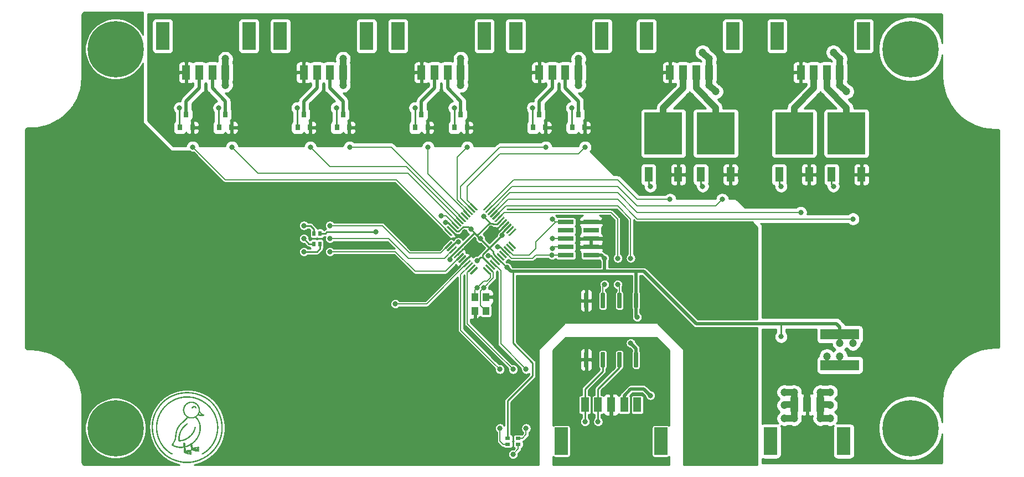
<source format=gbr>
G04 #@! TF.GenerationSoftware,KiCad,Pcbnew,(5.1.2)-1*
G04 #@! TF.CreationDate,2019-09-05T21:25:15-07:00*
G04 #@! TF.ProjectId,design,64657369-676e-42e6-9b69-6361645f7063,rev?*
G04 #@! TF.SameCoordinates,Original*
G04 #@! TF.FileFunction,Copper,L1,Top*
G04 #@! TF.FilePolarity,Positive*
%FSLAX46Y46*%
G04 Gerber Fmt 4.6, Leading zero omitted, Abs format (unit mm)*
G04 Created by KiCad (PCBNEW (5.1.2)-1) date 2019-09-05 21:25:15*
%MOMM*%
%LPD*%
G04 APERTURE LIST*
%ADD10C,0.100000*%
%ADD11C,0.300000*%
%ADD12R,2.400000X0.740000*%
%ADD13R,2.000000X4.200000*%
%ADD14R,1.200000X2.200000*%
%ADD15R,0.800000X0.500000*%
%ADD16R,0.500000X0.800000*%
%ADD17C,0.650000*%
%ADD18R,1.100000X1.300000*%
%ADD19R,5.900000X1.600000*%
%ADD20R,0.800000X0.900000*%
%ADD21R,5.800000X6.400000*%
%ADD22C,8.600000*%
%ADD23C,0.900000*%
%ADD24C,1.200000*%
%ADD25C,0.800000*%
%ADD26C,0.500000*%
%ADD27C,0.250000*%
%ADD28C,0.160000*%
%ADD29C,1.000000*%
%ADD30C,0.254000*%
G04 APERTURE END LIST*
D10*
G36*
X100736055Y-141304922D02*
G01*
X100702984Y-141308188D01*
X100674245Y-141316532D01*
X100649680Y-141329408D01*
X100629130Y-141346268D01*
X100612439Y-141366568D01*
X100599447Y-141389760D01*
X100589998Y-141415299D01*
X100583932Y-141442639D01*
X100581092Y-141471233D01*
X100581320Y-141500535D01*
X100584458Y-141529999D01*
X100590348Y-141559079D01*
X100598832Y-141587229D01*
X100609752Y-141613902D01*
X100622950Y-141638553D01*
X100634247Y-141670440D01*
X100645002Y-141702599D01*
X100655287Y-141734995D01*
X100665176Y-141767591D01*
X100674740Y-141800350D01*
X100684053Y-141833235D01*
X100693188Y-141866211D01*
X100702217Y-141899240D01*
X100711213Y-141932287D01*
X100720250Y-141965315D01*
X100729400Y-141998286D01*
X100738735Y-142031166D01*
X100748329Y-142063917D01*
X100758255Y-142096502D01*
X100768585Y-142128886D01*
X100779392Y-142161032D01*
X100790749Y-142192903D01*
X100802729Y-142224463D01*
X100815405Y-142255676D01*
X100828850Y-142286504D01*
X100843136Y-142316912D01*
X100858336Y-142346863D01*
X100879914Y-142365928D01*
X100902565Y-142379812D01*
X100925934Y-142388839D01*
X100949666Y-142393331D01*
X100973408Y-142393610D01*
X100996805Y-142390001D01*
X101019503Y-142382826D01*
X101041147Y-142372408D01*
X101061383Y-142359071D01*
X101079858Y-142343136D01*
X101096216Y-142324927D01*
X101110103Y-142304768D01*
X101121166Y-142282980D01*
X101129050Y-142259888D01*
X101133400Y-142235814D01*
X101133862Y-142211080D01*
X101130083Y-142186011D01*
X101121707Y-142160929D01*
X101108380Y-142136158D01*
X101097111Y-142103774D01*
X101086283Y-142071173D01*
X101075840Y-142038381D01*
X101065732Y-142005423D01*
X101055902Y-141972327D01*
X101046299Y-141939118D01*
X101036869Y-141905824D01*
X101027558Y-141872470D01*
X101018313Y-141839083D01*
X101009080Y-141805689D01*
X100999806Y-141772315D01*
X100990438Y-141738987D01*
X100980921Y-141705732D01*
X100971202Y-141672576D01*
X100961229Y-141639546D01*
X100950947Y-141606667D01*
X100940303Y-141573967D01*
X100929243Y-141541471D01*
X100917715Y-141509207D01*
X100905663Y-141477200D01*
X100893036Y-141445477D01*
X100879780Y-141414064D01*
X100865840Y-141382988D01*
X100851164Y-141352275D01*
X100826553Y-141331952D01*
X100798394Y-141316969D01*
X100767843Y-141307801D01*
X100736055Y-141304922D01*
X100736055Y-141304922D01*
G37*
G36*
X100223555Y-137166120D02*
G01*
X100196213Y-137176317D01*
X100171019Y-137189440D01*
X100147767Y-137205219D01*
X100126249Y-137223382D01*
X100106257Y-137243659D01*
X100087584Y-137265781D01*
X100070021Y-137289476D01*
X100053363Y-137314474D01*
X100037400Y-137340505D01*
X100021926Y-137367298D01*
X100006734Y-137394584D01*
X99991614Y-137422090D01*
X99976361Y-137449548D01*
X99960766Y-137476686D01*
X99944622Y-137503234D01*
X99927721Y-137528922D01*
X99909856Y-137553480D01*
X99890820Y-137576636D01*
X99870404Y-137598121D01*
X99848402Y-137617664D01*
X99824605Y-137634994D01*
X99800628Y-137659535D01*
X99776344Y-137683792D01*
X99751775Y-137707786D01*
X99726941Y-137731535D01*
X99701864Y-137755060D01*
X99676564Y-137778379D01*
X99651063Y-137801511D01*
X99625382Y-137824477D01*
X99599542Y-137847296D01*
X99573564Y-137869986D01*
X99547469Y-137892568D01*
X99521278Y-137915061D01*
X99495012Y-137937484D01*
X99468693Y-137959856D01*
X99442341Y-137982198D01*
X99415978Y-138004527D01*
X99389625Y-138026865D01*
X99363302Y-138049229D01*
X99337032Y-138071641D01*
X99310834Y-138094118D01*
X99284730Y-138116680D01*
X99258742Y-138139347D01*
X99232890Y-138162139D01*
X99207195Y-138185074D01*
X99181679Y-138208171D01*
X99156363Y-138231451D01*
X99131267Y-138254933D01*
X99106413Y-138278636D01*
X99081822Y-138302579D01*
X99057514Y-138326782D01*
X99033512Y-138351264D01*
X99009837Y-138376046D01*
X98986508Y-138401145D01*
X98963548Y-138426581D01*
X98940977Y-138452375D01*
X98918817Y-138478544D01*
X98897089Y-138505109D01*
X98875813Y-138532090D01*
X98855011Y-138559504D01*
X98834705Y-138587373D01*
X98814914Y-138615714D01*
X98795660Y-138644549D01*
X98776965Y-138673895D01*
X98758849Y-138703773D01*
X98741334Y-138734201D01*
X98724440Y-138765199D01*
X98705097Y-138794740D01*
X98686383Y-138824520D01*
X98668285Y-138854534D01*
X98650790Y-138884774D01*
X98633885Y-138915236D01*
X98617557Y-138945913D01*
X98601793Y-138976799D01*
X98586580Y-139007889D01*
X98571906Y-139039175D01*
X98557757Y-139070653D01*
X98544121Y-139102316D01*
X98530985Y-139134158D01*
X98518335Y-139166173D01*
X98506159Y-139198355D01*
X98494444Y-139230698D01*
X98483177Y-139263196D01*
X98472344Y-139295843D01*
X98461934Y-139328633D01*
X98451934Y-139361559D01*
X98442329Y-139394617D01*
X98433108Y-139427800D01*
X98424257Y-139461102D01*
X98415764Y-139494516D01*
X98407615Y-139528037D01*
X98399798Y-139561659D01*
X98392300Y-139595376D01*
X98385108Y-139629182D01*
X98378208Y-139663070D01*
X98371589Y-139697035D01*
X98365237Y-139731071D01*
X98359139Y-139765172D01*
X98353282Y-139799331D01*
X98347653Y-139833543D01*
X98342240Y-139867801D01*
X98337030Y-139902100D01*
X98332009Y-139936434D01*
X98327164Y-139970796D01*
X98322484Y-140005181D01*
X98317954Y-140039582D01*
X98313562Y-140073994D01*
X98309295Y-140108410D01*
X98305141Y-140142825D01*
X98301085Y-140177232D01*
X98297116Y-140211625D01*
X98293220Y-140245999D01*
X98289384Y-140280347D01*
X98285596Y-140314664D01*
X98281842Y-140348943D01*
X98278110Y-140383178D01*
X98274387Y-140417364D01*
X98270659Y-140451493D01*
X98265298Y-140486140D01*
X98259058Y-140520491D01*
X98251972Y-140554554D01*
X98244073Y-140588339D01*
X98235395Y-140621853D01*
X98225971Y-140655106D01*
X98215833Y-140688104D01*
X98205016Y-140720857D01*
X98193551Y-140753372D01*
X98181473Y-140785659D01*
X98168813Y-140817726D01*
X98155606Y-140849580D01*
X98141885Y-140881231D01*
X98127682Y-140912687D01*
X98113031Y-140943955D01*
X98097964Y-140975045D01*
X98082516Y-141005964D01*
X98066718Y-141036722D01*
X98050605Y-141067326D01*
X98034208Y-141097785D01*
X98017562Y-141128107D01*
X98000700Y-141158300D01*
X97983654Y-141188373D01*
X97966458Y-141218335D01*
X97949145Y-141248193D01*
X97931747Y-141277956D01*
X97914298Y-141307632D01*
X97896832Y-141337230D01*
X97879381Y-141366757D01*
X97861978Y-141396223D01*
X97844657Y-141425636D01*
X97827450Y-141455004D01*
X97810391Y-141484335D01*
X97793512Y-141513637D01*
X97776848Y-141542920D01*
X97760431Y-141572192D01*
X97773279Y-141600437D01*
X97788931Y-141626439D01*
X97807160Y-141650360D01*
X97827738Y-141672357D01*
X97850438Y-141692594D01*
X97875031Y-141711229D01*
X97901290Y-141728423D01*
X97928988Y-141744336D01*
X97957896Y-141759129D01*
X97987787Y-141772963D01*
X98018434Y-141785996D01*
X98049608Y-141798391D01*
X98081083Y-141810308D01*
X98112630Y-141821906D01*
X98144021Y-141833346D01*
X98175030Y-141844788D01*
X98205428Y-141856394D01*
X98234987Y-141868322D01*
X98263481Y-141880735D01*
X98290681Y-141893791D01*
X98316360Y-141907652D01*
X98347446Y-141918340D01*
X98378598Y-141928597D01*
X98409811Y-141938425D01*
X98441084Y-141947827D01*
X98472414Y-141956804D01*
X98503796Y-141965359D01*
X98535230Y-141973493D01*
X98566711Y-141981209D01*
X98598237Y-141988508D01*
X98629804Y-141995394D01*
X98661411Y-142001867D01*
X98693055Y-142007930D01*
X98724731Y-142013585D01*
X98756438Y-142018834D01*
X98788173Y-142023679D01*
X98819932Y-142028122D01*
X98851713Y-142032165D01*
X98883513Y-142035811D01*
X98915329Y-142039061D01*
X98947159Y-142041917D01*
X98978998Y-142044381D01*
X99010846Y-142046456D01*
X99042697Y-142048144D01*
X99074551Y-142049446D01*
X99106403Y-142050365D01*
X99138251Y-142050902D01*
X99170092Y-142051060D01*
X99201923Y-142050841D01*
X99233742Y-142050247D01*
X99265545Y-142049280D01*
X99297330Y-142047942D01*
X99329093Y-142046234D01*
X99360832Y-142044160D01*
X99392544Y-142041721D01*
X99424226Y-142038920D01*
X99455875Y-142035757D01*
X99487489Y-142032236D01*
X99519063Y-142028359D01*
X99550597Y-142024126D01*
X99582086Y-142019542D01*
X99613527Y-142014607D01*
X99644919Y-142009323D01*
X99676258Y-142003693D01*
X99707540Y-141997719D01*
X99738764Y-141991403D01*
X99769927Y-141984747D01*
X99801025Y-141977752D01*
X99832055Y-141970422D01*
X99863015Y-141962758D01*
X99893902Y-141954761D01*
X99924713Y-141946435D01*
X99955446Y-141937781D01*
X99986096Y-141928802D01*
X100016662Y-141919498D01*
X100047140Y-141909874D01*
X100077528Y-141899929D01*
X100107822Y-141889667D01*
X100138021Y-141879090D01*
X100168120Y-141868199D01*
X100198118Y-141856998D01*
X100228010Y-141845486D01*
X100257795Y-141833668D01*
X100287470Y-141821544D01*
X100317031Y-141809118D01*
X100346475Y-141796390D01*
X100375801Y-141783364D01*
X100405004Y-141770040D01*
X100434083Y-141756422D01*
X100463034Y-141742511D01*
X100491854Y-141728309D01*
X100520540Y-141713819D01*
X100549090Y-141699042D01*
X100577501Y-141683980D01*
X100605769Y-141668636D01*
X100633893Y-141653012D01*
X100661868Y-141637109D01*
X100689693Y-141620930D01*
X100717363Y-141604477D01*
X100744878Y-141587751D01*
X100772232Y-141570755D01*
X100799425Y-141553492D01*
X100826452Y-141535962D01*
X100853311Y-141518168D01*
X100879999Y-141500113D01*
X100906514Y-141481797D01*
X100932851Y-141463224D01*
X100959009Y-141444395D01*
X100984984Y-141425312D01*
X101010775Y-141405978D01*
X101036376Y-141386395D01*
X101061787Y-141366563D01*
X101087004Y-141346487D01*
X101112023Y-141326167D01*
X101136843Y-141305606D01*
X101161461Y-141284805D01*
X101185873Y-141263767D01*
X101210076Y-141242495D01*
X101234068Y-141220989D01*
X101257846Y-141199252D01*
X101281407Y-141177286D01*
X101304749Y-141155093D01*
X101327867Y-141132676D01*
X101350760Y-141110035D01*
X101373424Y-141087174D01*
X101395856Y-141064095D01*
X101418055Y-141040798D01*
X101440016Y-141017288D01*
X101461737Y-140993564D01*
X101483216Y-140969631D01*
X101504448Y-140945489D01*
X101525432Y-140921140D01*
X101546164Y-140896588D01*
X101566642Y-140871833D01*
X101586862Y-140846878D01*
X101606823Y-140821725D01*
X101626520Y-140796376D01*
X101645951Y-140770833D01*
X101665113Y-140745098D01*
X101684004Y-140719173D01*
X101702620Y-140693061D01*
X101720959Y-140666763D01*
X101739017Y-140640281D01*
X101756792Y-140613617D01*
X101774281Y-140586775D01*
X101791481Y-140559754D01*
X101808390Y-140532558D01*
X101825003Y-140505189D01*
X101841319Y-140477649D01*
X101857334Y-140449939D01*
X101873046Y-140422062D01*
X101888452Y-140394020D01*
X101903549Y-140365815D01*
X101918333Y-140337449D01*
X101932803Y-140308924D01*
X101946955Y-140280242D01*
X101960787Y-140251405D01*
X101974294Y-140222415D01*
X101987476Y-140193275D01*
X102001448Y-140164151D01*
X102015060Y-140134831D01*
X102028310Y-140105322D01*
X102041198Y-140075628D01*
X102053723Y-140045756D01*
X102065884Y-140015710D01*
X102077681Y-139985496D01*
X102089114Y-139955121D01*
X102100180Y-139924588D01*
X102110881Y-139893903D01*
X102121215Y-139863073D01*
X102131181Y-139832102D01*
X102140779Y-139800997D01*
X102150008Y-139769761D01*
X102158868Y-139738402D01*
X102167357Y-139706924D01*
X102175476Y-139675332D01*
X102183223Y-139643633D01*
X102190599Y-139611832D01*
X102197601Y-139579934D01*
X102204230Y-139547945D01*
X102210485Y-139515870D01*
X102216365Y-139483715D01*
X102221869Y-139451485D01*
X102226997Y-139419185D01*
X102231749Y-139386821D01*
X102236123Y-139354399D01*
X102240119Y-139321924D01*
X102243737Y-139289402D01*
X102246975Y-139256837D01*
X102249833Y-139224236D01*
X102252310Y-139191604D01*
X102254405Y-139158946D01*
X102256119Y-139126267D01*
X102257450Y-139093574D01*
X102258398Y-139060872D01*
X102258961Y-139028166D01*
X102259140Y-138995462D01*
X102258934Y-138962765D01*
X102258341Y-138930081D01*
X102257362Y-138897414D01*
X102255995Y-138864772D01*
X102254241Y-138832158D01*
X102252098Y-138799579D01*
X102249565Y-138767039D01*
X102246642Y-138734546D01*
X102243329Y-138702103D01*
X102239625Y-138669716D01*
X102235528Y-138637392D01*
X102231039Y-138605134D01*
X102226157Y-138572950D01*
X102220880Y-138540843D01*
X102215209Y-138508821D01*
X102209143Y-138476887D01*
X102202681Y-138445049D01*
X102195822Y-138413310D01*
X102188566Y-138381677D01*
X102180912Y-138350155D01*
X102172859Y-138318750D01*
X102164407Y-138287467D01*
X102155556Y-138256311D01*
X102146303Y-138225288D01*
X102136650Y-138194404D01*
X102126594Y-138163663D01*
X102116136Y-138133072D01*
X102105275Y-138102635D01*
X102094010Y-138072359D01*
X102082340Y-138042249D01*
X102070266Y-138012310D01*
X102057785Y-137982548D01*
X102044898Y-137952967D01*
X102031603Y-137923575D01*
X102017901Y-137894375D01*
X102003790Y-137865375D01*
X101989271Y-137836578D01*
X101974341Y-137807990D01*
X101959001Y-137779618D01*
X101943249Y-137751466D01*
X101927086Y-137723540D01*
X101910511Y-137695846D01*
X101893522Y-137668388D01*
X101876119Y-137641173D01*
X101858302Y-137614205D01*
X101840070Y-137587491D01*
X101821422Y-137561035D01*
X101802358Y-137534844D01*
X101782877Y-137508923D01*
X101762977Y-137483276D01*
X101742660Y-137457910D01*
X101721923Y-137432830D01*
X101700767Y-137408042D01*
X101679190Y-137383551D01*
X101657192Y-137359362D01*
X101634772Y-137335482D01*
X101611931Y-137311914D01*
X101588665Y-137288666D01*
X101564977Y-137265742D01*
X101540864Y-137243148D01*
X101516325Y-137220889D01*
X101491362Y-137198971D01*
X101465971Y-137177399D01*
X101440489Y-137168730D01*
X101416812Y-137166171D01*
X101395148Y-137169045D01*
X101375706Y-137176673D01*
X101358695Y-137188379D01*
X101344321Y-137203486D01*
X101332795Y-137221315D01*
X101324323Y-137241189D01*
X101319115Y-137262432D01*
X101317379Y-137284365D01*
X101319323Y-137306312D01*
X101325156Y-137327595D01*
X101335085Y-137347537D01*
X101349319Y-137365460D01*
X101368067Y-137380687D01*
X101391537Y-137392540D01*
X101415774Y-137415504D01*
X101439532Y-137438801D01*
X101462812Y-137462425D01*
X101485616Y-137486371D01*
X101507944Y-137510632D01*
X101529798Y-137535203D01*
X101551179Y-137560077D01*
X101572088Y-137585249D01*
X101592527Y-137610713D01*
X101612497Y-137636463D01*
X101631999Y-137662493D01*
X101651034Y-137688797D01*
X101669604Y-137715370D01*
X101687709Y-137742204D01*
X101705352Y-137769295D01*
X101722534Y-137796637D01*
X101739254Y-137824223D01*
X101755516Y-137852047D01*
X101771320Y-137880105D01*
X101786668Y-137908389D01*
X101801560Y-137936894D01*
X101815998Y-137965615D01*
X101829983Y-137994544D01*
X101843517Y-138023677D01*
X101856600Y-138053006D01*
X101869234Y-138082528D01*
X101881421Y-138112234D01*
X101893161Y-138142121D01*
X101904456Y-138172181D01*
X101915307Y-138202409D01*
X101925715Y-138232798D01*
X101935681Y-138263344D01*
X101945208Y-138294039D01*
X101954295Y-138324879D01*
X101962945Y-138355857D01*
X101971158Y-138386967D01*
X101978936Y-138418204D01*
X101986280Y-138449561D01*
X101993191Y-138481033D01*
X101999671Y-138512613D01*
X102005721Y-138544297D01*
X102011342Y-138576077D01*
X102016535Y-138607948D01*
X102021302Y-138639904D01*
X102025644Y-138671939D01*
X102029562Y-138704047D01*
X102033057Y-138736223D01*
X102036131Y-138768460D01*
X102038784Y-138800753D01*
X102041019Y-138833095D01*
X102042836Y-138865481D01*
X102044237Y-138897905D01*
X102045223Y-138930360D01*
X102045795Y-138962842D01*
X102045955Y-138995343D01*
X102045703Y-139027859D01*
X102045041Y-139060383D01*
X102043970Y-139092909D01*
X102042492Y-139125432D01*
X102040608Y-139157945D01*
X102038318Y-139190443D01*
X102035625Y-139222920D01*
X102032529Y-139255369D01*
X102029032Y-139287785D01*
X102025135Y-139320162D01*
X102020839Y-139352494D01*
X102016146Y-139384776D01*
X102011057Y-139417000D01*
X102005572Y-139449162D01*
X101999694Y-139481255D01*
X101993423Y-139513274D01*
X101986762Y-139545213D01*
X101979710Y-139577065D01*
X101972270Y-139608825D01*
X101964442Y-139640487D01*
X101956228Y-139672044D01*
X101947629Y-139703492D01*
X101938647Y-139734824D01*
X101929282Y-139766034D01*
X101919536Y-139797117D01*
X101909410Y-139828066D01*
X101898906Y-139858876D01*
X101888024Y-139889540D01*
X101876766Y-139920053D01*
X101865133Y-139950408D01*
X101853127Y-139980601D01*
X101840748Y-140010625D01*
X101827999Y-140040473D01*
X101814879Y-140070141D01*
X101801391Y-140099622D01*
X101787536Y-140128910D01*
X101773314Y-140158000D01*
X101758728Y-140186885D01*
X101743779Y-140215560D01*
X101728467Y-140244019D01*
X101712794Y-140272256D01*
X101696761Y-140300264D01*
X101680370Y-140328038D01*
X101663621Y-140355573D01*
X101646517Y-140382861D01*
X101630301Y-140410468D01*
X101613749Y-140437885D01*
X101596867Y-140465111D01*
X101579656Y-140492143D01*
X101562122Y-140518978D01*
X101544267Y-140545614D01*
X101526096Y-140572049D01*
X101507611Y-140598280D01*
X101488816Y-140624305D01*
X101469716Y-140650122D01*
X101450313Y-140675728D01*
X101430611Y-140701121D01*
X101410614Y-140726298D01*
X101390325Y-140751257D01*
X101369749Y-140775996D01*
X101348888Y-140800512D01*
X101327747Y-140824803D01*
X101306328Y-140848867D01*
X101284636Y-140872700D01*
X101262674Y-140896302D01*
X101240446Y-140919668D01*
X101217955Y-140942798D01*
X101195205Y-140965688D01*
X101172199Y-140988337D01*
X101148942Y-141010741D01*
X101125436Y-141032898D01*
X101101686Y-141054807D01*
X101077695Y-141076464D01*
X101053467Y-141097868D01*
X101029004Y-141119015D01*
X101004312Y-141139904D01*
X100979393Y-141160532D01*
X100954251Y-141180896D01*
X100928890Y-141200995D01*
X100903313Y-141220826D01*
X100877524Y-141240387D01*
X100851527Y-141259674D01*
X100825324Y-141278687D01*
X100798921Y-141297421D01*
X100772320Y-141315876D01*
X100745524Y-141334049D01*
X100718539Y-141351936D01*
X100691366Y-141369537D01*
X100664011Y-141386847D01*
X100636476Y-141403866D01*
X100608764Y-141420591D01*
X100580881Y-141437019D01*
X100552829Y-141453148D01*
X100524611Y-141468975D01*
X100496232Y-141484499D01*
X100467696Y-141499716D01*
X100439004Y-141514625D01*
X100410163Y-141529223D01*
X100381174Y-141543507D01*
X100352042Y-141557475D01*
X100322769Y-141571126D01*
X100293361Y-141584455D01*
X100263820Y-141597462D01*
X100234150Y-141610144D01*
X100204355Y-141622497D01*
X100174438Y-141634521D01*
X100144403Y-141646212D01*
X100114253Y-141657568D01*
X100083992Y-141668587D01*
X100053624Y-141679267D01*
X100023152Y-141689604D01*
X99992580Y-141699597D01*
X99961912Y-141709243D01*
X99931151Y-141718540D01*
X99900300Y-141727485D01*
X99869364Y-141736077D01*
X99838346Y-141744312D01*
X99807249Y-141752188D01*
X99776078Y-141759703D01*
X99744835Y-141766855D01*
X99713525Y-141773641D01*
X99682150Y-141780058D01*
X99650716Y-141786105D01*
X99619225Y-141791779D01*
X99587680Y-141797077D01*
X99556086Y-141801998D01*
X99524446Y-141806538D01*
X99492764Y-141810696D01*
X99461043Y-141814469D01*
X99429287Y-141817854D01*
X99397500Y-141820850D01*
X99365685Y-141823453D01*
X99333845Y-141825662D01*
X99301985Y-141827474D01*
X99270108Y-141828887D01*
X99238217Y-141829898D01*
X99206317Y-141830505D01*
X99174410Y-141830706D01*
X99142501Y-141830497D01*
X99110593Y-141829878D01*
X99078690Y-141828845D01*
X99046795Y-141827396D01*
X99014912Y-141825528D01*
X98983044Y-141823240D01*
X98951196Y-141820528D01*
X98919370Y-141817391D01*
X98887570Y-141813827D01*
X98855801Y-141809831D01*
X98824065Y-141805403D01*
X98792366Y-141800540D01*
X98760708Y-141795240D01*
X98729094Y-141789500D01*
X98697529Y-141783317D01*
X98666015Y-141776690D01*
X98634556Y-141769616D01*
X98603156Y-141762092D01*
X98571819Y-141754117D01*
X98540548Y-141745687D01*
X98509346Y-141736801D01*
X98478218Y-141727456D01*
X98447166Y-141717649D01*
X98416195Y-141707379D01*
X98385309Y-141696643D01*
X98354510Y-141685438D01*
X98323802Y-141673763D01*
X98293189Y-141661614D01*
X98262675Y-141648989D01*
X98233332Y-141640794D01*
X98206739Y-141631818D01*
X98182810Y-141622082D01*
X98161456Y-141611609D01*
X98142589Y-141600418D01*
X98126120Y-141588531D01*
X98111962Y-141575969D01*
X98100026Y-141562752D01*
X98090224Y-141548902D01*
X98082468Y-141534439D01*
X98076671Y-141519384D01*
X98072742Y-141503759D01*
X98070596Y-141487584D01*
X98070143Y-141470880D01*
X98071295Y-141453669D01*
X98073964Y-141435970D01*
X98078063Y-141417806D01*
X98083502Y-141399197D01*
X98090193Y-141380163D01*
X98098049Y-141360727D01*
X98106982Y-141340908D01*
X98116902Y-141320729D01*
X98127723Y-141300209D01*
X98139355Y-141279369D01*
X98151712Y-141258232D01*
X98164703Y-141236817D01*
X98178242Y-141215145D01*
X98192241Y-141193238D01*
X98206610Y-141171116D01*
X98221262Y-141148801D01*
X98236109Y-141126313D01*
X98251063Y-141103674D01*
X98266035Y-141080903D01*
X98280937Y-141058023D01*
X98295682Y-141035054D01*
X98310180Y-141012017D01*
X98324344Y-140988933D01*
X98338086Y-140965823D01*
X98351317Y-140942707D01*
X98363950Y-140919608D01*
X98375896Y-140896545D01*
X98387067Y-140873541D01*
X98397375Y-140850614D01*
X98406731Y-140827788D01*
X98415048Y-140805082D01*
X98422238Y-140782518D01*
X98428212Y-140760116D01*
X98432882Y-140737897D01*
X98436159Y-140715883D01*
X98437957Y-140694094D01*
X98438186Y-140672552D01*
X98436759Y-140651276D01*
X98445026Y-140618256D01*
X98452829Y-140585113D01*
X98460196Y-140551856D01*
X98467155Y-140518492D01*
X98473736Y-140485028D01*
X98479966Y-140451473D01*
X98485875Y-140417834D01*
X98491491Y-140384118D01*
X98496842Y-140350334D01*
X98501958Y-140316487D01*
X98506866Y-140282587D01*
X98511596Y-140248641D01*
X98516176Y-140214656D01*
X98520635Y-140180640D01*
X98525002Y-140146601D01*
X98529304Y-140112546D01*
X98533571Y-140078482D01*
X98537831Y-140044418D01*
X98542112Y-140010360D01*
X98546445Y-139976317D01*
X98550856Y-139942296D01*
X98555375Y-139908305D01*
X98560031Y-139874350D01*
X98564851Y-139840441D01*
X98569865Y-139806584D01*
X98575101Y-139772787D01*
X98580587Y-139739057D01*
X98586354Y-139705402D01*
X98592428Y-139671830D01*
X98598839Y-139638349D01*
X98605615Y-139604965D01*
X98612785Y-139571687D01*
X98620377Y-139538521D01*
X98628421Y-139505477D01*
X98636944Y-139472560D01*
X98645976Y-139439779D01*
X98655544Y-139407142D01*
X98665679Y-139374655D01*
X98676407Y-139342327D01*
X98687758Y-139310165D01*
X98699761Y-139278177D01*
X98712444Y-139246370D01*
X98725836Y-139214752D01*
X98739964Y-139183330D01*
X98754859Y-139152113D01*
X98770548Y-139121107D01*
X98787061Y-139090320D01*
X98804425Y-139059760D01*
X98819081Y-139027739D01*
X98834347Y-138996198D01*
X98850206Y-138965124D01*
X98866641Y-138934507D01*
X98883636Y-138904333D01*
X98901176Y-138874590D01*
X98919243Y-138845267D01*
X98937822Y-138816352D01*
X98956896Y-138787833D01*
X98976448Y-138759697D01*
X98996463Y-138731933D01*
X99016924Y-138704529D01*
X99037814Y-138677473D01*
X99059118Y-138650752D01*
X99080820Y-138624355D01*
X99102902Y-138598270D01*
X99125348Y-138572485D01*
X99148143Y-138546988D01*
X99171269Y-138521766D01*
X99194711Y-138496809D01*
X99218452Y-138472103D01*
X99242476Y-138447637D01*
X99266767Y-138423399D01*
X99291307Y-138399378D01*
X99316082Y-138375560D01*
X99341074Y-138351934D01*
X99366268Y-138328488D01*
X99391646Y-138305210D01*
X99417193Y-138282088D01*
X99442892Y-138259110D01*
X99468727Y-138236264D01*
X99494682Y-138213538D01*
X99520740Y-138190921D01*
X99546885Y-138168399D01*
X99573101Y-138145962D01*
X99599371Y-138123596D01*
X99625679Y-138101291D01*
X99652009Y-138079034D01*
X99678344Y-138056813D01*
X99704669Y-138034617D01*
X99730966Y-138012432D01*
X99757219Y-137990248D01*
X99783412Y-137968052D01*
X99809530Y-137945832D01*
X99835554Y-137923577D01*
X99861470Y-137901274D01*
X99887261Y-137878911D01*
X99906042Y-137854464D01*
X99926014Y-137830039D01*
X99947007Y-137805604D01*
X99968849Y-137781128D01*
X99991371Y-137756581D01*
X100014401Y-137731933D01*
X100037770Y-137707151D01*
X100061308Y-137682206D01*
X100084843Y-137657067D01*
X100108205Y-137631702D01*
X100131224Y-137606081D01*
X100153729Y-137580174D01*
X100175551Y-137553949D01*
X100196518Y-137527376D01*
X100216460Y-137500424D01*
X100235206Y-137473062D01*
X100252587Y-137445260D01*
X100268432Y-137416986D01*
X100282570Y-137388209D01*
X100294831Y-137358900D01*
X100305045Y-137329027D01*
X100313040Y-137298559D01*
X100318648Y-137267466D01*
X100321696Y-137235717D01*
X100306304Y-137207785D01*
X100283334Y-137185823D01*
X100255010Y-137171409D01*
X100223555Y-137166120D01*
X100223555Y-137166120D01*
G37*
G36*
X102006367Y-136299193D02*
G01*
X101976463Y-136304373D01*
X101952281Y-136314557D01*
X101933482Y-136329071D01*
X101919726Y-136347245D01*
X101910675Y-136368404D01*
X101905989Y-136391878D01*
X101905329Y-136416994D01*
X101908356Y-136443079D01*
X101914731Y-136469462D01*
X101924114Y-136495469D01*
X101936167Y-136520429D01*
X101950549Y-136543670D01*
X101966923Y-136564518D01*
X101984948Y-136582302D01*
X102004286Y-136596349D01*
X102017037Y-136613681D01*
X102031046Y-136631079D01*
X102046137Y-136648495D01*
X102062132Y-136665878D01*
X102078856Y-136683177D01*
X102096132Y-136700343D01*
X102113784Y-136717325D01*
X102131635Y-136734074D01*
X102149509Y-136750538D01*
X102167229Y-136766667D01*
X102184620Y-136782413D01*
X102201504Y-136797723D01*
X102217705Y-136812549D01*
X102233047Y-136826839D01*
X102247353Y-136840544D01*
X102260447Y-136853613D01*
X102272153Y-136865996D01*
X102282294Y-136877643D01*
X102290693Y-136888504D01*
X102297175Y-136898529D01*
X102301562Y-136907666D01*
X102303679Y-136915867D01*
X102303349Y-136923081D01*
X102300395Y-136929257D01*
X102294642Y-136934346D01*
X102285912Y-136938297D01*
X102274029Y-136941059D01*
X102258817Y-136942584D01*
X102240100Y-136942820D01*
X102217701Y-136941718D01*
X102191443Y-136939227D01*
X102161150Y-136935296D01*
X102126647Y-136929877D01*
X102087755Y-136922918D01*
X102067740Y-136922642D01*
X102045928Y-136919574D01*
X102022603Y-136914235D01*
X101998050Y-136907147D01*
X101972553Y-136898833D01*
X101946398Y-136889815D01*
X101919868Y-136880615D01*
X101893249Y-136871755D01*
X101866825Y-136863759D01*
X101840880Y-136857147D01*
X101815699Y-136852442D01*
X101791567Y-136850167D01*
X101768767Y-136850843D01*
X101747586Y-136854993D01*
X101728307Y-136863140D01*
X101711216Y-136875804D01*
X101696595Y-136893510D01*
X101684731Y-136916778D01*
X101675908Y-136946131D01*
X101682136Y-136976105D01*
X101693030Y-137002069D01*
X101708119Y-137024371D01*
X101726928Y-137043361D01*
X101748986Y-137059387D01*
X101773817Y-137072798D01*
X101800950Y-137083942D01*
X101829911Y-137093168D01*
X101860227Y-137100826D01*
X101891424Y-137107263D01*
X101923030Y-137112828D01*
X101954571Y-137117871D01*
X101985574Y-137122739D01*
X102015566Y-137127782D01*
X102044074Y-137133348D01*
X102070624Y-137139786D01*
X102094743Y-137147445D01*
X102123899Y-137147940D01*
X102154123Y-137149036D01*
X102185277Y-137150566D01*
X102217220Y-137152364D01*
X102249811Y-137154262D01*
X102282912Y-137156094D01*
X102316382Y-137157692D01*
X102350080Y-137158890D01*
X102383868Y-137159521D01*
X102417604Y-137159418D01*
X102451149Y-137158413D01*
X102484363Y-137156340D01*
X102517106Y-137153033D01*
X102549237Y-137148323D01*
X102580617Y-137142045D01*
X102611106Y-137134031D01*
X102640563Y-137124114D01*
X102668848Y-137112127D01*
X102695822Y-137097904D01*
X102721345Y-137081277D01*
X102745276Y-137062079D01*
X102767475Y-137040145D01*
X102772151Y-137012015D01*
X102771507Y-136986934D01*
X102766051Y-136964612D01*
X102756292Y-136944760D01*
X102742737Y-136927089D01*
X102725895Y-136911311D01*
X102706274Y-136897135D01*
X102684381Y-136884273D01*
X102660726Y-136872435D01*
X102635815Y-136861334D01*
X102610158Y-136850679D01*
X102584261Y-136840181D01*
X102558634Y-136829552D01*
X102533784Y-136818502D01*
X102510219Y-136806742D01*
X102488448Y-136793983D01*
X102468978Y-136779937D01*
X102452317Y-136764313D01*
X102438975Y-136746823D01*
X102411565Y-136734857D01*
X102386232Y-136720238D01*
X102362776Y-136703245D01*
X102340995Y-136684156D01*
X102320689Y-136663249D01*
X102301656Y-136640801D01*
X102283696Y-136617092D01*
X102266607Y-136592399D01*
X102250190Y-136567001D01*
X102234242Y-136541176D01*
X102218563Y-136515201D01*
X102202951Y-136489355D01*
X102187207Y-136463917D01*
X102171129Y-136439164D01*
X102154516Y-136415374D01*
X102137167Y-136392827D01*
X102118881Y-136371799D01*
X102099457Y-136352569D01*
X102078695Y-136335415D01*
X102056393Y-136320616D01*
X102032351Y-136308449D01*
X102006367Y-136299193D01*
X102006367Y-136299193D01*
G37*
G36*
X100124857Y-138275495D02*
G01*
X100094846Y-138291296D01*
X100065151Y-138307659D01*
X100035770Y-138324574D01*
X100006706Y-138342031D01*
X99977959Y-138360017D01*
X99949529Y-138378522D01*
X99921416Y-138397535D01*
X99893622Y-138417045D01*
X99866147Y-138437040D01*
X99838991Y-138457509D01*
X99812155Y-138478442D01*
X99785640Y-138499827D01*
X99759447Y-138521653D01*
X99733575Y-138543909D01*
X99708025Y-138566585D01*
X99682798Y-138589668D01*
X99657895Y-138613148D01*
X99633316Y-138637014D01*
X99609061Y-138661254D01*
X99585132Y-138685859D01*
X99561528Y-138710815D01*
X99538251Y-138736114D01*
X99515301Y-138761742D01*
X99492678Y-138787690D01*
X99470384Y-138813946D01*
X99448418Y-138840499D01*
X99426781Y-138867338D01*
X99405474Y-138894452D01*
X99384497Y-138921829D01*
X99363852Y-138949460D01*
X99343537Y-138977332D01*
X99323555Y-139005435D01*
X99303906Y-139033757D01*
X99284589Y-139062288D01*
X99265607Y-139091016D01*
X99246959Y-139119930D01*
X99228646Y-139149020D01*
X99210668Y-139178273D01*
X99193026Y-139207680D01*
X99175722Y-139237228D01*
X99158754Y-139266908D01*
X99142124Y-139296707D01*
X99125832Y-139326614D01*
X99109880Y-139356619D01*
X99094267Y-139386711D01*
X99078994Y-139416878D01*
X99064061Y-139447110D01*
X99050361Y-139477903D01*
X99036955Y-139508903D01*
X99023851Y-139540101D01*
X99011055Y-139571491D01*
X98998573Y-139603066D01*
X98986412Y-139634820D01*
X98974577Y-139666746D01*
X98963077Y-139698836D01*
X98951916Y-139731084D01*
X98941102Y-139763484D01*
X98930641Y-139796028D01*
X98920539Y-139828710D01*
X98910803Y-139861523D01*
X98901440Y-139894459D01*
X98892455Y-139927513D01*
X98883855Y-139960677D01*
X98875647Y-139993945D01*
X98867837Y-140027310D01*
X98860432Y-140060765D01*
X98853438Y-140094303D01*
X98846861Y-140127917D01*
X98840709Y-140161601D01*
X98834986Y-140195348D01*
X98829701Y-140229151D01*
X98824859Y-140263003D01*
X98820466Y-140296898D01*
X98816530Y-140330828D01*
X98813056Y-140364787D01*
X98810052Y-140398767D01*
X98807523Y-140432763D01*
X98805476Y-140466768D01*
X98803918Y-140500774D01*
X98802855Y-140534775D01*
X98802293Y-140568764D01*
X98802239Y-140602734D01*
X98802699Y-140636678D01*
X98803680Y-140670590D01*
X98805188Y-140704463D01*
X98807230Y-140738289D01*
X98809811Y-140772063D01*
X98812940Y-140805778D01*
X98816621Y-140839425D01*
X98820862Y-140873000D01*
X98825669Y-140906494D01*
X98831048Y-140939902D01*
X98837007Y-140973216D01*
X98843550Y-141006430D01*
X98868755Y-141024218D01*
X98895299Y-141037652D01*
X98923037Y-141047136D01*
X98951829Y-141053073D01*
X98981531Y-141055867D01*
X99012003Y-141055922D01*
X99043102Y-141053642D01*
X99074685Y-141049430D01*
X99106611Y-141043691D01*
X99138738Y-141036828D01*
X99170923Y-141029244D01*
X99203024Y-141021344D01*
X99234899Y-141013531D01*
X99266406Y-141006210D01*
X99297404Y-140999783D01*
X99327748Y-140994655D01*
X99357299Y-140991230D01*
X99385913Y-140989910D01*
X99418320Y-140982852D01*
X99450630Y-140975368D01*
X99482840Y-140967463D01*
X99514945Y-140959140D01*
X99546942Y-140950402D01*
X99578827Y-140941252D01*
X99610595Y-140931693D01*
X99642242Y-140921729D01*
X99673765Y-140911363D01*
X99705161Y-140900599D01*
X99736423Y-140889439D01*
X99767550Y-140877887D01*
X99798537Y-140865945D01*
X99829379Y-140853618D01*
X99860074Y-140840909D01*
X99890617Y-140827820D01*
X99921003Y-140814356D01*
X99951230Y-140800518D01*
X99981293Y-140786312D01*
X100011189Y-140771739D01*
X100040912Y-140756803D01*
X100070460Y-140741508D01*
X100099828Y-140725856D01*
X100129013Y-140709851D01*
X100158011Y-140693496D01*
X100186816Y-140676795D01*
X100215427Y-140659750D01*
X100243838Y-140642365D01*
X100272046Y-140624643D01*
X100300046Y-140606588D01*
X100327835Y-140588202D01*
X100355409Y-140569489D01*
X100382764Y-140550453D01*
X100409896Y-140531096D01*
X100436801Y-140511421D01*
X100463475Y-140491433D01*
X100489914Y-140471133D01*
X100516115Y-140450527D01*
X100542072Y-140429616D01*
X100567783Y-140408403D01*
X100593242Y-140386894D01*
X100618448Y-140365089D01*
X100643394Y-140342994D01*
X100668078Y-140320610D01*
X100692496Y-140297942D01*
X100716643Y-140274992D01*
X100740516Y-140251764D01*
X100764110Y-140228261D01*
X100787422Y-140204486D01*
X100810448Y-140180443D01*
X100833183Y-140156135D01*
X100855624Y-140131565D01*
X100877767Y-140106736D01*
X100899609Y-140081652D01*
X100921144Y-140056315D01*
X100942369Y-140030730D01*
X100963280Y-140004899D01*
X100983873Y-139978826D01*
X101004145Y-139952513D01*
X101024090Y-139925965D01*
X101043706Y-139899184D01*
X101062989Y-139872174D01*
X101081933Y-139844938D01*
X101100536Y-139817479D01*
X101118794Y-139789800D01*
X101136702Y-139761905D01*
X101154257Y-139733797D01*
X101171454Y-139705479D01*
X101188290Y-139676954D01*
X101204761Y-139648227D01*
X101220862Y-139619299D01*
X101236590Y-139590174D01*
X101251941Y-139560856D01*
X101266911Y-139531348D01*
X101281496Y-139501653D01*
X101295692Y-139471774D01*
X101309495Y-139441714D01*
X101322902Y-139411478D01*
X101335907Y-139381067D01*
X101348508Y-139350486D01*
X101360699Y-139319737D01*
X101372479Y-139288824D01*
X101383841Y-139257750D01*
X101394783Y-139226518D01*
X101405300Y-139195132D01*
X101415389Y-139163595D01*
X101425046Y-139131910D01*
X101434266Y-139100080D01*
X101443045Y-139068109D01*
X101451381Y-139035999D01*
X101459268Y-139003755D01*
X101466703Y-138971379D01*
X101473682Y-138938875D01*
X101480201Y-138906246D01*
X101486255Y-138873495D01*
X101474811Y-138846925D01*
X101460069Y-138826448D01*
X101442649Y-138811701D01*
X101423169Y-138802320D01*
X101402247Y-138797941D01*
X101380502Y-138798201D01*
X101358551Y-138802735D01*
X101337012Y-138811180D01*
X101316505Y-138823171D01*
X101297647Y-138838346D01*
X101281057Y-138856341D01*
X101267353Y-138876790D01*
X101257153Y-138899332D01*
X101251074Y-138923602D01*
X101249737Y-138949236D01*
X101253758Y-138975870D01*
X101244954Y-139007888D01*
X101235697Y-139039743D01*
X101225991Y-139071432D01*
X101215840Y-139102952D01*
X101205248Y-139134298D01*
X101194220Y-139165469D01*
X101182759Y-139196460D01*
X101170871Y-139227269D01*
X101158558Y-139257891D01*
X101145826Y-139288324D01*
X101132678Y-139318563D01*
X101119119Y-139348607D01*
X101105153Y-139378451D01*
X101090783Y-139408092D01*
X101076015Y-139437527D01*
X101060852Y-139466752D01*
X101045298Y-139495764D01*
X101029358Y-139524559D01*
X101013036Y-139553135D01*
X100996336Y-139581488D01*
X100979262Y-139609615D01*
X100961818Y-139637512D01*
X100944009Y-139665175D01*
X100925839Y-139692603D01*
X100907311Y-139719790D01*
X100888431Y-139746734D01*
X100869202Y-139773432D01*
X100849628Y-139799879D01*
X100829713Y-139826074D01*
X100809463Y-139852012D01*
X100788880Y-139877690D01*
X100767970Y-139903105D01*
X100746735Y-139928253D01*
X100725182Y-139953131D01*
X100703312Y-139977736D01*
X100681132Y-140002064D01*
X100658645Y-140026111D01*
X100635854Y-140049876D01*
X100612765Y-140073354D01*
X100589382Y-140096541D01*
X100565708Y-140119436D01*
X100541748Y-140142033D01*
X100517506Y-140164330D01*
X100492986Y-140186324D01*
X100468193Y-140208011D01*
X100443130Y-140229387D01*
X100417802Y-140250450D01*
X100392213Y-140271196D01*
X100366366Y-140291622D01*
X100340267Y-140311724D01*
X100313920Y-140331499D01*
X100287328Y-140350944D01*
X100260496Y-140370055D01*
X100233427Y-140388829D01*
X100206127Y-140407263D01*
X100178599Y-140425352D01*
X100150848Y-140443095D01*
X100122877Y-140460487D01*
X100094691Y-140477526D01*
X100066294Y-140494207D01*
X100037690Y-140510528D01*
X100008884Y-140526485D01*
X99979879Y-140542074D01*
X99950680Y-140557293D01*
X99921290Y-140572138D01*
X99891715Y-140586606D01*
X99861958Y-140600693D01*
X99832023Y-140614396D01*
X99801914Y-140627712D01*
X99771637Y-140640637D01*
X99741194Y-140653168D01*
X99710591Y-140665302D01*
X99679831Y-140677035D01*
X99648918Y-140688364D01*
X99617856Y-140699285D01*
X99586651Y-140709796D01*
X99555306Y-140719892D01*
X99523824Y-140729571D01*
X99492211Y-140738829D01*
X99460471Y-140747662D01*
X99428607Y-140756068D01*
X99396624Y-140764044D01*
X99364525Y-140771585D01*
X99332317Y-140778688D01*
X99300001Y-140785350D01*
X99267583Y-140791568D01*
X99235067Y-140797338D01*
X99202456Y-140802657D01*
X99169756Y-140807522D01*
X99136970Y-140811929D01*
X99104102Y-140815875D01*
X99071157Y-140819357D01*
X99038138Y-140822370D01*
X99035221Y-140788638D01*
X99032794Y-140754901D01*
X99030853Y-140721164D01*
X99029396Y-140687433D01*
X99028420Y-140653710D01*
X99027923Y-140620003D01*
X99027902Y-140586314D01*
X99028355Y-140552649D01*
X99029277Y-140519012D01*
X99030668Y-140485409D01*
X99032524Y-140451845D01*
X99034843Y-140418322D01*
X99037621Y-140384848D01*
X99040856Y-140351426D01*
X99044546Y-140318061D01*
X99048688Y-140284757D01*
X99053279Y-140251521D01*
X99058316Y-140218355D01*
X99063796Y-140185266D01*
X99069718Y-140152258D01*
X99076078Y-140119335D01*
X99082874Y-140086502D01*
X99090103Y-140053765D01*
X99097761Y-140021127D01*
X99105848Y-139988594D01*
X99114359Y-139956170D01*
X99123292Y-139923861D01*
X99132645Y-139891670D01*
X99142415Y-139859603D01*
X99152599Y-139827664D01*
X99163194Y-139795858D01*
X99174198Y-139764189D01*
X99185607Y-139732664D01*
X99197421Y-139701286D01*
X99209635Y-139670059D01*
X99222246Y-139638990D01*
X99235253Y-139608082D01*
X99248653Y-139577340D01*
X99262443Y-139546770D01*
X99276620Y-139516375D01*
X99291181Y-139486161D01*
X99306124Y-139456132D01*
X99321446Y-139426293D01*
X99337145Y-139396649D01*
X99353217Y-139367204D01*
X99369661Y-139337964D01*
X99386473Y-139308933D01*
X99403650Y-139280115D01*
X99421191Y-139251516D01*
X99439092Y-139223140D01*
X99457350Y-139194993D01*
X99475964Y-139167078D01*
X99494929Y-139139401D01*
X99514244Y-139111965D01*
X99533906Y-139084777D01*
X99553913Y-139057841D01*
X99574260Y-139031161D01*
X99594947Y-139004743D01*
X99615969Y-138978590D01*
X99637325Y-138952708D01*
X99659012Y-138927102D01*
X99681027Y-138901776D01*
X99703367Y-138876735D01*
X99726030Y-138851984D01*
X99749012Y-138827527D01*
X99772312Y-138803370D01*
X99795927Y-138779516D01*
X99819853Y-138755971D01*
X99844089Y-138732740D01*
X99868631Y-138709827D01*
X99893477Y-138687237D01*
X99918624Y-138664975D01*
X99944070Y-138643045D01*
X99969811Y-138621452D01*
X99995846Y-138600202D01*
X100022170Y-138579298D01*
X100048783Y-138558745D01*
X100075680Y-138538549D01*
X100102860Y-138518714D01*
X100130319Y-138499245D01*
X100158056Y-138480146D01*
X100186066Y-138461422D01*
X100214348Y-138443078D01*
X100227374Y-138419237D01*
X100233203Y-138393965D01*
X100232461Y-138368435D01*
X100225768Y-138343818D01*
X100213749Y-138321289D01*
X100197025Y-138302019D01*
X100176220Y-138287182D01*
X100151956Y-138277949D01*
X100124857Y-138275495D01*
X100124857Y-138275495D01*
G37*
G36*
X100766003Y-142301797D02*
G01*
X100526680Y-142540078D01*
X100538232Y-142560294D01*
X100548199Y-142579541D01*
X100556628Y-142597836D01*
X100563567Y-142615198D01*
X100569063Y-142631645D01*
X100573164Y-142647195D01*
X100575917Y-142661866D01*
X100577370Y-142675677D01*
X100577569Y-142688645D01*
X100576563Y-142700788D01*
X100574399Y-142712126D01*
X100571124Y-142722675D01*
X100566786Y-142732455D01*
X100561433Y-142741482D01*
X100555111Y-142749776D01*
X100547868Y-142757354D01*
X100539752Y-142764235D01*
X100530809Y-142770437D01*
X100521088Y-142775978D01*
X100510637Y-142780875D01*
X100499501Y-142785148D01*
X100487729Y-142788814D01*
X100475369Y-142791892D01*
X100462467Y-142794399D01*
X100449071Y-142796354D01*
X100435229Y-142797775D01*
X100420988Y-142798680D01*
X100406395Y-142799087D01*
X100391498Y-142799015D01*
X100376345Y-142798481D01*
X100360983Y-142797503D01*
X100345458Y-142796101D01*
X100329820Y-142794291D01*
X100314114Y-142792092D01*
X100298389Y-142789522D01*
X100282692Y-142786600D01*
X100267071Y-142783343D01*
X100251572Y-142779770D01*
X100236244Y-142775899D01*
X100221134Y-142771747D01*
X100206289Y-142767333D01*
X100191756Y-142762676D01*
X100177584Y-142757793D01*
X100163820Y-142752702D01*
X100150510Y-142747422D01*
X100137703Y-142741971D01*
X100125446Y-142736366D01*
X100113786Y-142730627D01*
X100102771Y-142724770D01*
X100092448Y-142718815D01*
X100082865Y-142712780D01*
X100074069Y-142706682D01*
X100066108Y-142700539D01*
X100059029Y-142694371D01*
X100052879Y-142688195D01*
X100047706Y-142682028D01*
X100043558Y-142675890D01*
X100040481Y-142669799D01*
X100038524Y-142663772D01*
X100037733Y-142657828D01*
X100038156Y-142651984D01*
X100039841Y-142646260D01*
X100042836Y-142640673D01*
X100047186Y-142635241D01*
X100052941Y-142629982D01*
X100060147Y-142624915D01*
X100068852Y-142620058D01*
X100079103Y-142615429D01*
X100090947Y-142611045D01*
X100104433Y-142606926D01*
X100119608Y-142603089D01*
X100136518Y-142599552D01*
X100155213Y-142596334D01*
X100175738Y-142593453D01*
X100198141Y-142590927D01*
X100222470Y-142588773D01*
X100248773Y-142587011D01*
X100279259Y-142579724D01*
X100309865Y-142572956D01*
X100340581Y-142566707D01*
X100371398Y-142560977D01*
X100402306Y-142555764D01*
X100433298Y-142551068D01*
X100464363Y-142546889D01*
X100495494Y-142543226D01*
X100526680Y-142540078D01*
X100766003Y-142301797D01*
X100732567Y-142301694D01*
X100699009Y-142302001D01*
X100665346Y-142302726D01*
X100631595Y-142303879D01*
X100597773Y-142305468D01*
X100563897Y-142307502D01*
X100529985Y-142309991D01*
X100496054Y-142312943D01*
X100462121Y-142316366D01*
X100428203Y-142320270D01*
X100394318Y-142324664D01*
X100360483Y-142329557D01*
X100326715Y-142334957D01*
X100293030Y-142340873D01*
X100259448Y-142347314D01*
X100225984Y-142354290D01*
X100192656Y-142361808D01*
X100159481Y-142369878D01*
X100126476Y-142378509D01*
X100093659Y-142387710D01*
X100061046Y-142397488D01*
X100028656Y-142407855D01*
X99996505Y-142418817D01*
X99964610Y-142430385D01*
X99932989Y-142442566D01*
X99901659Y-142455370D01*
X99870637Y-142468806D01*
X99839940Y-142482883D01*
X99809586Y-142497609D01*
X99779592Y-142512994D01*
X99749974Y-142529046D01*
X99720751Y-142545773D01*
X99691939Y-142563186D01*
X99663556Y-142581293D01*
X99635619Y-142600103D01*
X99608145Y-142619624D01*
X99598224Y-142648981D01*
X99594988Y-142675782D01*
X99597790Y-142700212D01*
X99605983Y-142722454D01*
X99618921Y-142742691D01*
X99635958Y-142761105D01*
X99656445Y-142777881D01*
X99679738Y-142793201D01*
X99705188Y-142807250D01*
X99732150Y-142820209D01*
X99759977Y-142832263D01*
X99788022Y-142843594D01*
X99815638Y-142854387D01*
X99842180Y-142864824D01*
X99866999Y-142875088D01*
X99889450Y-142885362D01*
X99908886Y-142895831D01*
X99940689Y-142906885D01*
X99972804Y-142917865D01*
X100005211Y-142928725D01*
X100037891Y-142939419D01*
X100070824Y-142949901D01*
X100103992Y-142960127D01*
X100137375Y-142970049D01*
X100170953Y-142979622D01*
X100204708Y-142988800D01*
X100238619Y-142997538D01*
X100272669Y-143005790D01*
X100306837Y-143013510D01*
X100341104Y-143020652D01*
X100375450Y-143027170D01*
X100409858Y-143033019D01*
X100444306Y-143038153D01*
X100478776Y-143042526D01*
X100513249Y-143046092D01*
X100547705Y-143048805D01*
X100582124Y-143050621D01*
X100616489Y-143051492D01*
X100650778Y-143051373D01*
X100684974Y-143050219D01*
X100719056Y-143047983D01*
X100753006Y-143044620D01*
X100786804Y-143040084D01*
X100820430Y-143034330D01*
X100843329Y-143018023D01*
X100859433Y-142998373D01*
X100869194Y-142976340D01*
X100873061Y-142952885D01*
X100871487Y-142928969D01*
X100864921Y-142905552D01*
X100853815Y-142883595D01*
X100838619Y-142864060D01*
X100819783Y-142847907D01*
X100797760Y-142836096D01*
X100772999Y-142829589D01*
X100745951Y-142829347D01*
X100748532Y-142812342D01*
X100758146Y-142797901D01*
X100773007Y-142785203D01*
X100791330Y-142773429D01*
X100811329Y-142761758D01*
X100831218Y-142749370D01*
X100849212Y-142735445D01*
X100863525Y-142719163D01*
X100872371Y-142699704D01*
X100873965Y-142676249D01*
X100866520Y-142647976D01*
X100863197Y-142630236D01*
X100853881Y-142614913D01*
X100840079Y-142601678D01*
X100823299Y-142590204D01*
X100805051Y-142580164D01*
X100786840Y-142571229D01*
X100770176Y-142563072D01*
X100756566Y-142555367D01*
X100747518Y-142547784D01*
X100744540Y-142539997D01*
X100749140Y-142531678D01*
X100762826Y-142522499D01*
X100787106Y-142512133D01*
X100812247Y-142503212D01*
X100832574Y-142489791D01*
X100848184Y-142472768D01*
X100859172Y-142453038D01*
X100865635Y-142431501D01*
X100867669Y-142409053D01*
X100865371Y-142386592D01*
X100858837Y-142365015D01*
X100848164Y-142345219D01*
X100833447Y-142328102D01*
X100814784Y-142314561D01*
X100792270Y-142305494D01*
X100766003Y-142301797D01*
X100766003Y-142301797D01*
G37*
G36*
X101903503Y-141859349D02*
G01*
X101664440Y-142097631D01*
X101675964Y-142117833D01*
X101685905Y-142137066D01*
X101694309Y-142155349D01*
X101701225Y-142172699D01*
X101706699Y-142189135D01*
X101710780Y-142204674D01*
X101713513Y-142219335D01*
X101714948Y-142233136D01*
X101715131Y-142246095D01*
X101714110Y-142258230D01*
X101711931Y-142269559D01*
X101708644Y-142280101D01*
X101704294Y-142289873D01*
X101698930Y-142298894D01*
X101692598Y-142307182D01*
X101685347Y-142314755D01*
X101677223Y-142321631D01*
X101668274Y-142327828D01*
X101658548Y-142333364D01*
X101648091Y-142338258D01*
X101636952Y-142342528D01*
X101625178Y-142346191D01*
X101612815Y-142349266D01*
X101599912Y-142351771D01*
X101586516Y-142353724D01*
X101572675Y-142355144D01*
X101558435Y-142356048D01*
X101543844Y-142356454D01*
X101528950Y-142356381D01*
X101513800Y-142355847D01*
X101498441Y-142354870D01*
X101482921Y-142353468D01*
X101467288Y-142351659D01*
X101451588Y-142349462D01*
X101435869Y-142346894D01*
X101420178Y-142343973D01*
X101404564Y-142340718D01*
X101389072Y-142337147D01*
X101373752Y-142333278D01*
X101358650Y-142329129D01*
X101343813Y-142324719D01*
X101329289Y-142320064D01*
X101315125Y-142315185D01*
X101301370Y-142310097D01*
X101288069Y-142304821D01*
X101275271Y-142299373D01*
X101263024Y-142293773D01*
X101251373Y-142288038D01*
X101240368Y-142282186D01*
X101230054Y-142276235D01*
X101220481Y-142270204D01*
X101211695Y-142264111D01*
X101203743Y-142257973D01*
X101196673Y-142251810D01*
X101190532Y-142245638D01*
X101185368Y-142239477D01*
X101181229Y-142233344D01*
X101178161Y-142227257D01*
X101176212Y-142221236D01*
X101175429Y-142215296D01*
X101175860Y-142209458D01*
X101177553Y-142203739D01*
X101180554Y-142198157D01*
X101184911Y-142192730D01*
X101190672Y-142187477D01*
X101197883Y-142182415D01*
X101206593Y-142177562D01*
X101216849Y-142172938D01*
X101228698Y-142168559D01*
X101242187Y-142164445D01*
X101257365Y-142160612D01*
X101274278Y-142157081D01*
X101292973Y-142153867D01*
X101313499Y-142150990D01*
X101335902Y-142148468D01*
X101360231Y-142146318D01*
X101386532Y-142144560D01*
X101417019Y-142137273D01*
X101447625Y-142130506D01*
X101478341Y-142124257D01*
X101509157Y-142118527D01*
X101540066Y-142113315D01*
X101571058Y-142108620D01*
X101602123Y-142104441D01*
X101633254Y-142100778D01*
X101664440Y-142097631D01*
X101903503Y-141859349D01*
X101870070Y-141859205D01*
X101836515Y-141859476D01*
X101802854Y-141860170D01*
X101769106Y-141861296D01*
X101735287Y-141862864D01*
X101701415Y-141864881D01*
X101667507Y-141867356D01*
X101633580Y-141870297D01*
X101599651Y-141873715D01*
X101565738Y-141877616D01*
X101531858Y-141882010D01*
X101498028Y-141886905D01*
X101464265Y-141892311D01*
X101430587Y-141898235D01*
X101397011Y-141904686D01*
X101363554Y-141911673D01*
X101330233Y-141919205D01*
X101297066Y-141927290D01*
X101264070Y-141935937D01*
X101231262Y-141945154D01*
X101198659Y-141954951D01*
X101166279Y-141965335D01*
X101134139Y-141976315D01*
X101102256Y-141987901D01*
X101070648Y-142000100D01*
X101039331Y-142012922D01*
X101008322Y-142026375D01*
X100977640Y-142040467D01*
X100947302Y-142055207D01*
X100917324Y-142070605D01*
X100887724Y-142086668D01*
X100858519Y-142103405D01*
X100829726Y-142120825D01*
X100801363Y-142138936D01*
X100773447Y-142157747D01*
X100745995Y-142177267D01*
X100736150Y-142206606D01*
X100732972Y-142233386D01*
X100735815Y-142257792D01*
X100744034Y-142280008D01*
X100756984Y-142300218D01*
X100774020Y-142318605D01*
X100794497Y-142335354D01*
X100817771Y-142350648D01*
X100843196Y-142364670D01*
X100870127Y-142377606D01*
X100897920Y-142389639D01*
X100925929Y-142400952D01*
X100953510Y-142411730D01*
X100980017Y-142422156D01*
X101004805Y-142432414D01*
X101027230Y-142442689D01*
X101046646Y-142453163D01*
X101078489Y-142464423D01*
X101110637Y-142475561D01*
X101143071Y-142486536D01*
X101175772Y-142497304D01*
X101208721Y-142507824D01*
X101241899Y-142518053D01*
X101275287Y-142527950D01*
X101308866Y-142537472D01*
X101342617Y-142546576D01*
X101376522Y-142555222D01*
X101410562Y-142563365D01*
X101444717Y-142570965D01*
X101478968Y-142577979D01*
X101513297Y-142584365D01*
X101547685Y-142590081D01*
X101582113Y-142595084D01*
X101616562Y-142599332D01*
X101651012Y-142602783D01*
X101685446Y-142605395D01*
X101719844Y-142607126D01*
X101754187Y-142607933D01*
X101788456Y-142607775D01*
X101822633Y-142606609D01*
X101856698Y-142604392D01*
X101890633Y-142601083D01*
X101924418Y-142596640D01*
X101958035Y-142591020D01*
X101980399Y-142574422D01*
X101996076Y-142554715D01*
X102005512Y-142532807D01*
X102009155Y-142509608D01*
X102007453Y-142486028D01*
X102000853Y-142462976D01*
X101989802Y-142441362D01*
X101974749Y-142422095D01*
X101956139Y-142406085D01*
X101934421Y-142394241D01*
X101910043Y-142387474D01*
X101883451Y-142386692D01*
X101886158Y-142369738D01*
X101895848Y-142355341D01*
X101910744Y-142342683D01*
X101929069Y-142330944D01*
X101949048Y-142319304D01*
X101968904Y-142306946D01*
X101986862Y-142293050D01*
X102001144Y-142276796D01*
X102009975Y-142257366D01*
X102011579Y-142233941D01*
X102004179Y-142205700D01*
X102000548Y-142186785D01*
X101990062Y-142170622D01*
X101974605Y-142156806D01*
X101956059Y-142144929D01*
X101936308Y-142134587D01*
X101917235Y-142125373D01*
X101900724Y-142116881D01*
X101888658Y-142108707D01*
X101882920Y-142100443D01*
X101885395Y-142091684D01*
X101897964Y-142082024D01*
X101922512Y-142071057D01*
X101949553Y-142063665D01*
X101971518Y-142051023D01*
X101988497Y-142034159D01*
X102000577Y-142014100D01*
X102007849Y-141991873D01*
X102010399Y-141968507D01*
X102008317Y-141945029D01*
X102001691Y-141922466D01*
X101990610Y-141901846D01*
X101975162Y-141884197D01*
X101955436Y-141870546D01*
X101931520Y-141861921D01*
X101903503Y-141859349D01*
X101903503Y-141859349D01*
G37*
G36*
X99699597Y-141185912D02*
G01*
X99666272Y-141190480D01*
X99637791Y-141199166D01*
X99613818Y-141211601D01*
X99594016Y-141227418D01*
X99578047Y-141246249D01*
X99565574Y-141267727D01*
X99556260Y-141291485D01*
X99549768Y-141317153D01*
X99545762Y-141344366D01*
X99543903Y-141372755D01*
X99543855Y-141401952D01*
X99545281Y-141431591D01*
X99547844Y-141461303D01*
X99551206Y-141490721D01*
X99555031Y-141519477D01*
X99558982Y-141547203D01*
X99562720Y-141573533D01*
X99565910Y-141598098D01*
X99570020Y-141632990D01*
X99573964Y-141667920D01*
X99577756Y-141702885D01*
X99581412Y-141737881D01*
X99584945Y-141772906D01*
X99588369Y-141807956D01*
X99591698Y-141843028D01*
X99594947Y-141878119D01*
X99598131Y-141913225D01*
X99601262Y-141948342D01*
X99604356Y-141983469D01*
X99607426Y-142018601D01*
X99610487Y-142053735D01*
X99613554Y-142088867D01*
X99616639Y-142123996D01*
X99619758Y-142159117D01*
X99622924Y-142194226D01*
X99626153Y-142229322D01*
X99629457Y-142264400D01*
X99632852Y-142299457D01*
X99636351Y-142334489D01*
X99639969Y-142369495D01*
X99643720Y-142404470D01*
X99647617Y-142439410D01*
X99651677Y-142474314D01*
X99655911Y-142509177D01*
X99660336Y-142543996D01*
X99664964Y-142578768D01*
X99669811Y-142613490D01*
X99674890Y-142648158D01*
X99680216Y-142682769D01*
X99685802Y-142717320D01*
X99691664Y-142751807D01*
X99705814Y-142775468D01*
X99722176Y-142794910D01*
X99740398Y-142810316D01*
X99760130Y-142821872D01*
X99781022Y-142829761D01*
X99802723Y-142834167D01*
X99824882Y-142835275D01*
X99847149Y-142833269D01*
X99869173Y-142828332D01*
X99890603Y-142820650D01*
X99911090Y-142810406D01*
X99930282Y-142797785D01*
X99947829Y-142782970D01*
X99963380Y-142766147D01*
X99976584Y-142747498D01*
X99987092Y-142727208D01*
X99994553Y-142705463D01*
X99998615Y-142682444D01*
X99998929Y-142658338D01*
X99995143Y-142633327D01*
X99986908Y-142607597D01*
X99982953Y-142573400D01*
X99979117Y-142539176D01*
X99975391Y-142504927D01*
X99971766Y-142470655D01*
X99968235Y-142436361D01*
X99964789Y-142402048D01*
X99961419Y-142367718D01*
X99958116Y-142333372D01*
X99954874Y-142299013D01*
X99951682Y-142264641D01*
X99948533Y-142230260D01*
X99945419Y-142195872D01*
X99942330Y-142161477D01*
X99939259Y-142127079D01*
X99936196Y-142092678D01*
X99933135Y-142058277D01*
X99930065Y-142023879D01*
X99926979Y-141989484D01*
X99923869Y-141955095D01*
X99920725Y-141920713D01*
X99917540Y-141886341D01*
X99914305Y-141851981D01*
X99911012Y-141817634D01*
X99907652Y-141783302D01*
X99904217Y-141748988D01*
X99900698Y-141714693D01*
X99897087Y-141680419D01*
X99893376Y-141646168D01*
X99889556Y-141611943D01*
X99885618Y-141577744D01*
X99881555Y-141543574D01*
X99877358Y-141509435D01*
X99873018Y-141475329D01*
X99868528Y-141441257D01*
X99863878Y-141407223D01*
X99859060Y-141373226D01*
X99854066Y-141339271D01*
X99848887Y-141305357D01*
X99843516Y-141271488D01*
X99827572Y-141246772D01*
X99807332Y-141225596D01*
X99783605Y-141208440D01*
X99757201Y-141195786D01*
X99728928Y-141188116D01*
X99699597Y-141185912D01*
X99699597Y-141185912D01*
G37*
G36*
X100154284Y-134128881D02*
G01*
X100121006Y-134128540D01*
X100087743Y-134128458D01*
X100054499Y-134128633D01*
X100021272Y-134129064D01*
X99988066Y-134129751D01*
X99954881Y-134130693D01*
X99921719Y-134131888D01*
X99888580Y-134133336D01*
X99855466Y-134135036D01*
X99822379Y-134136987D01*
X99789319Y-134139188D01*
X99756288Y-134141639D01*
X99723287Y-134144338D01*
X99690318Y-134147284D01*
X99657380Y-134150477D01*
X99624477Y-134153916D01*
X99591609Y-134157600D01*
X99558778Y-134161527D01*
X99525984Y-134165698D01*
X99493228Y-134170111D01*
X99460513Y-134174765D01*
X99427840Y-134179660D01*
X99395209Y-134184794D01*
X99362622Y-134190166D01*
X99330081Y-134195777D01*
X99297586Y-134201624D01*
X99265138Y-134207707D01*
X99232740Y-134214025D01*
X99200392Y-134220578D01*
X99168096Y-134227364D01*
X99135852Y-134234382D01*
X99103662Y-134241631D01*
X99071528Y-134249112D01*
X99039450Y-134256822D01*
X99007431Y-134264760D01*
X98975470Y-134272927D01*
X98943570Y-134281321D01*
X98911731Y-134289941D01*
X98879955Y-134298787D01*
X98848244Y-134307856D01*
X98816598Y-134317150D01*
X98785018Y-134326666D01*
X98753507Y-134336403D01*
X98722065Y-134346362D01*
X98690693Y-134356540D01*
X98659393Y-134366938D01*
X98628166Y-134377554D01*
X98597014Y-134388387D01*
X98565937Y-134399436D01*
X98534936Y-134410701D01*
X98504014Y-134422181D01*
X98473171Y-134433874D01*
X98442409Y-134445780D01*
X98411729Y-134457898D01*
X98381132Y-134470228D01*
X98350619Y-134482767D01*
X98320192Y-134495516D01*
X98289852Y-134508473D01*
X98259599Y-134521638D01*
X98229437Y-134535009D01*
X98199365Y-134548586D01*
X98169385Y-134562368D01*
X98139498Y-134576354D01*
X98109706Y-134590543D01*
X98080010Y-134604934D01*
X98050410Y-134619527D01*
X98020909Y-134634320D01*
X97991508Y-134649312D01*
X97962207Y-134664503D01*
X97933008Y-134679892D01*
X97903913Y-134695478D01*
X97874922Y-134711260D01*
X97846037Y-134727237D01*
X97817260Y-134743408D01*
X97788590Y-134759772D01*
X97760031Y-134776329D01*
X97731582Y-134793077D01*
X97703245Y-134810016D01*
X97675022Y-134827144D01*
X97646914Y-134844462D01*
X97618922Y-134861967D01*
X97591046Y-134879660D01*
X97563290Y-134897539D01*
X97535653Y-134915603D01*
X97508137Y-134933852D01*
X97480744Y-134952284D01*
X97453474Y-134970898D01*
X97426328Y-134989695D01*
X97399309Y-135008672D01*
X97372418Y-135027830D01*
X97345654Y-135047166D01*
X97319021Y-135066681D01*
X97292519Y-135086373D01*
X97266149Y-135106241D01*
X97239913Y-135126285D01*
X97213812Y-135146504D01*
X97187847Y-135166896D01*
X97162020Y-135187462D01*
X97136331Y-135208199D01*
X97110782Y-135229107D01*
X97085374Y-135250186D01*
X97060109Y-135271434D01*
X97034988Y-135292850D01*
X97010012Y-135314434D01*
X96985182Y-135336184D01*
X96960500Y-135358101D01*
X96935966Y-135380182D01*
X96911582Y-135402427D01*
X96887350Y-135424835D01*
X96863271Y-135447406D01*
X96839345Y-135470138D01*
X96815575Y-135493030D01*
X96791961Y-135516082D01*
X96768504Y-135539292D01*
X96745207Y-135562661D01*
X96722069Y-135586186D01*
X96699093Y-135609867D01*
X96676280Y-135633703D01*
X96653631Y-135657694D01*
X96631147Y-135681837D01*
X96608830Y-135706134D01*
X96586680Y-135730581D01*
X96564700Y-135755180D01*
X96542889Y-135779928D01*
X96521251Y-135804825D01*
X96499785Y-135829870D01*
X96478493Y-135855063D01*
X96457377Y-135880401D01*
X96436437Y-135905885D01*
X96415675Y-135931513D01*
X96395092Y-135957285D01*
X96374690Y-135983199D01*
X96354469Y-136009256D01*
X96334431Y-136035453D01*
X96314577Y-136061790D01*
X96294909Y-136088266D01*
X96275428Y-136114881D01*
X96256134Y-136141633D01*
X96237030Y-136168521D01*
X96218116Y-136195545D01*
X96199395Y-136222704D01*
X96180866Y-136249996D01*
X96162531Y-136277421D01*
X96144392Y-136304978D01*
X96126450Y-136332667D01*
X96108706Y-136360485D01*
X96091161Y-136388433D01*
X96073817Y-136416510D01*
X96056675Y-136444714D01*
X96039736Y-136473044D01*
X96023001Y-136501501D01*
X96006472Y-136530082D01*
X95990150Y-136558787D01*
X95974036Y-136587616D01*
X95958132Y-136616567D01*
X95942438Y-136645639D01*
X95926957Y-136674831D01*
X95911688Y-136704143D01*
X95896634Y-136733574D01*
X95881796Y-136763123D01*
X95867175Y-136792788D01*
X95852772Y-136822570D01*
X95838589Y-136852466D01*
X95824627Y-136882477D01*
X95810886Y-136912601D01*
X95797370Y-136942838D01*
X95784077Y-136973186D01*
X95771011Y-137003645D01*
X95758172Y-137034214D01*
X95745561Y-137064892D01*
X95733180Y-137095677D01*
X95721029Y-137126570D01*
X95709111Y-137157569D01*
X95697427Y-137188674D01*
X95685977Y-137219882D01*
X95674763Y-137251195D01*
X95663786Y-137282610D01*
X95652165Y-137313837D01*
X95640793Y-137345135D01*
X95629669Y-137376505D01*
X95618794Y-137407943D01*
X95608166Y-137439450D01*
X95597786Y-137471023D01*
X95587653Y-137502660D01*
X95577766Y-137534361D01*
X95568126Y-137566123D01*
X95558731Y-137597946D01*
X95549582Y-137629828D01*
X95540678Y-137661767D01*
X95532018Y-137693762D01*
X95523603Y-137725811D01*
X95515431Y-137757913D01*
X95507502Y-137790066D01*
X95499817Y-137822270D01*
X95492374Y-137854521D01*
X95485173Y-137886820D01*
X95478213Y-137919163D01*
X95471495Y-137951551D01*
X95465018Y-137983981D01*
X95458781Y-138016453D01*
X95452784Y-138048963D01*
X95447027Y-138081512D01*
X95441509Y-138114096D01*
X95436229Y-138146716D01*
X95431189Y-138179370D01*
X95426386Y-138212055D01*
X95421820Y-138244771D01*
X95417492Y-138277516D01*
X95413400Y-138310288D01*
X95409545Y-138343086D01*
X95405925Y-138375909D01*
X95402542Y-138408755D01*
X95399393Y-138441622D01*
X95396478Y-138474510D01*
X95393799Y-138507416D01*
X95391352Y-138540339D01*
X95389140Y-138573278D01*
X95387160Y-138606230D01*
X95385413Y-138639196D01*
X95383898Y-138672172D01*
X95382615Y-138705158D01*
X95381563Y-138738152D01*
X95380742Y-138771153D01*
X95380152Y-138804159D01*
X95379792Y-138837169D01*
X95379661Y-138870180D01*
X95379760Y-138903193D01*
X95380088Y-138936204D01*
X95380644Y-138969214D01*
X95381428Y-139002219D01*
X95382440Y-139035219D01*
X95383679Y-139068213D01*
X95385145Y-139101198D01*
X95386837Y-139134173D01*
X95388756Y-139167138D01*
X95390900Y-139200089D01*
X95393269Y-139233026D01*
X95395863Y-139265947D01*
X95398681Y-139298852D01*
X95401723Y-139331737D01*
X95404989Y-139364602D01*
X95408478Y-139397446D01*
X95412189Y-139430266D01*
X95416123Y-139463062D01*
X95420279Y-139495832D01*
X95424656Y-139528573D01*
X95429254Y-139561286D01*
X95434073Y-139593968D01*
X95439112Y-139626618D01*
X95444371Y-139659235D01*
X95449850Y-139691816D01*
X95455547Y-139724361D01*
X95461463Y-139756867D01*
X95467597Y-139789334D01*
X95473949Y-139821760D01*
X95480518Y-139854143D01*
X95487304Y-139886483D01*
X95494307Y-139918776D01*
X95501526Y-139951023D01*
X95508960Y-139983221D01*
X95516610Y-140015370D01*
X95524475Y-140047466D01*
X95532554Y-140079510D01*
X95540847Y-140111499D01*
X95549354Y-140143432D01*
X95558074Y-140175308D01*
X95567007Y-140207125D01*
X95576152Y-140238881D01*
X95585509Y-140270575D01*
X95595078Y-140302206D01*
X95604858Y-140333772D01*
X95614849Y-140365272D01*
X95625050Y-140396704D01*
X95635461Y-140428066D01*
X95646082Y-140459357D01*
X95656911Y-140490576D01*
X95667949Y-140521721D01*
X95679196Y-140552791D01*
X95690651Y-140583784D01*
X95702313Y-140614699D01*
X95714182Y-140645534D01*
X95726257Y-140676287D01*
X95738539Y-140706958D01*
X95751027Y-140737544D01*
X95763720Y-140768044D01*
X95776618Y-140798458D01*
X95789720Y-140828782D01*
X95803027Y-140859016D01*
X95816538Y-140889159D01*
X95830252Y-140919208D01*
X95844168Y-140949162D01*
X95858288Y-140979021D01*
X95872609Y-141008781D01*
X95887132Y-141038442D01*
X95901857Y-141068003D01*
X95916782Y-141097461D01*
X95931907Y-141126816D01*
X95947233Y-141156066D01*
X95962759Y-141185208D01*
X95978483Y-141214243D01*
X95994407Y-141243168D01*
X96010528Y-141271982D01*
X96026848Y-141300683D01*
X96043365Y-141329270D01*
X96060080Y-141357742D01*
X96076991Y-141386096D01*
X96094099Y-141414332D01*
X96111402Y-141442448D01*
X96128901Y-141470442D01*
X96146595Y-141498313D01*
X96164484Y-141526060D01*
X96182567Y-141553681D01*
X96200844Y-141581174D01*
X96219314Y-141608537D01*
X96237977Y-141635771D01*
X96256833Y-141662872D01*
X96275882Y-141689840D01*
X96295122Y-141716673D01*
X96314553Y-141743370D01*
X96334175Y-141769928D01*
X96353988Y-141796347D01*
X96373991Y-141822625D01*
X96394184Y-141848761D01*
X96414566Y-141874753D01*
X96435137Y-141900599D01*
X96455897Y-141926298D01*
X96476845Y-141951849D01*
X96497980Y-141977250D01*
X96519303Y-142002500D01*
X96540812Y-142027596D01*
X96562508Y-142052539D01*
X96584390Y-142077325D01*
X96606457Y-142101955D01*
X96628710Y-142126425D01*
X96651148Y-142150735D01*
X96673770Y-142174883D01*
X96696576Y-142198868D01*
X96719565Y-142222688D01*
X96742738Y-142246342D01*
X96766093Y-142269828D01*
X96789631Y-142293144D01*
X96813350Y-142316290D01*
X96837251Y-142339264D01*
X96861333Y-142362064D01*
X96885596Y-142384688D01*
X96910039Y-142407136D01*
X96934662Y-142429406D01*
X96959464Y-142451496D01*
X96984446Y-142473405D01*
X97009606Y-142495131D01*
X97034944Y-142516673D01*
X97060460Y-142538029D01*
X97086153Y-142559198D01*
X97112024Y-142580179D01*
X97137147Y-142593666D01*
X97162206Y-142608767D01*
X97187218Y-142625319D01*
X97212201Y-142643158D01*
X97237172Y-142662123D01*
X97262150Y-142682050D01*
X97287151Y-142702778D01*
X97312195Y-142724145D01*
X97337297Y-142745986D01*
X97362477Y-142768141D01*
X97387752Y-142790446D01*
X97413140Y-142812740D01*
X97438657Y-142834859D01*
X97464323Y-142856641D01*
X97490155Y-142877924D01*
X97516170Y-142898544D01*
X97542386Y-142918341D01*
X97568821Y-142937151D01*
X97595493Y-142954811D01*
X97622419Y-142971159D01*
X97649617Y-142986034D01*
X97677105Y-142999271D01*
X97704901Y-143010709D01*
X97733022Y-143020186D01*
X97761486Y-143027538D01*
X97790310Y-143032603D01*
X97819513Y-143035220D01*
X97849113Y-143035224D01*
X97879126Y-143032455D01*
X97901747Y-143011387D01*
X97916806Y-142989673D01*
X97924973Y-142967552D01*
X97926921Y-142945260D01*
X97923320Y-142923033D01*
X97914841Y-142901108D01*
X97902156Y-142879723D01*
X97885936Y-142859115D01*
X97866850Y-142839519D01*
X97845572Y-142821174D01*
X97822772Y-142804317D01*
X97799121Y-142789183D01*
X97775290Y-142776010D01*
X97751950Y-142765035D01*
X97729772Y-142756495D01*
X97709429Y-142750626D01*
X97681299Y-142733184D01*
X97653329Y-142715525D01*
X97625517Y-142697651D01*
X97597864Y-142679563D01*
X97570372Y-142661263D01*
X97543041Y-142642752D01*
X97515871Y-142624032D01*
X97488864Y-142605105D01*
X97462019Y-142585971D01*
X97435337Y-142566633D01*
X97408820Y-142547093D01*
X97382467Y-142527351D01*
X97356279Y-142507409D01*
X97330257Y-142487269D01*
X97304401Y-142466932D01*
X97278712Y-142446400D01*
X97253192Y-142425674D01*
X97227839Y-142404756D01*
X97202655Y-142383647D01*
X97177641Y-142362350D01*
X97152797Y-142340865D01*
X97128124Y-142319194D01*
X97103622Y-142297339D01*
X97079292Y-142275300D01*
X97055135Y-142253081D01*
X97031151Y-142230681D01*
X97007341Y-142208104D01*
X96983706Y-142185350D01*
X96960245Y-142162420D01*
X96936961Y-142139317D01*
X96913852Y-142116042D01*
X96890921Y-142092596D01*
X96868167Y-142068981D01*
X96845592Y-142045199D01*
X96823195Y-142021251D01*
X96800978Y-141997139D01*
X96778941Y-141972864D01*
X96757084Y-141948427D01*
X96735409Y-141923831D01*
X96713916Y-141899076D01*
X96692606Y-141874165D01*
X96671478Y-141849099D01*
X96650535Y-141823879D01*
X96629776Y-141798507D01*
X96609202Y-141772985D01*
X96588813Y-141747313D01*
X96568611Y-141721494D01*
X96548596Y-141695530D01*
X96528769Y-141669421D01*
X96509129Y-141643169D01*
X96489678Y-141616776D01*
X96470417Y-141590243D01*
X96451346Y-141563573D01*
X96432465Y-141536765D01*
X96413776Y-141509823D01*
X96395278Y-141482746D01*
X96376973Y-141455538D01*
X96358862Y-141428200D01*
X96340944Y-141400732D01*
X96323220Y-141373137D01*
X96305691Y-141345417D01*
X96288358Y-141317572D01*
X96271221Y-141289604D01*
X96254281Y-141261515D01*
X96237538Y-141233306D01*
X96220994Y-141204980D01*
X96204648Y-141176536D01*
X96188501Y-141147978D01*
X96172555Y-141119306D01*
X96156809Y-141090522D01*
X96141264Y-141061628D01*
X96125921Y-141032625D01*
X96110780Y-141003515D01*
X96095843Y-140974299D01*
X96081109Y-140944978D01*
X96066580Y-140915555D01*
X96052255Y-140886031D01*
X96038136Y-140856407D01*
X96024223Y-140826685D01*
X96010517Y-140796866D01*
X95997018Y-140766952D01*
X95983727Y-140736945D01*
X95970645Y-140706846D01*
X95957772Y-140676657D01*
X95945109Y-140646379D01*
X95932657Y-140616013D01*
X95920416Y-140585562D01*
X95908386Y-140555027D01*
X95896569Y-140524409D01*
X95884965Y-140493709D01*
X95873574Y-140462931D01*
X95862398Y-140432074D01*
X95851436Y-140401140D01*
X95840690Y-140370132D01*
X95830160Y-140339050D01*
X95819847Y-140307897D01*
X95809751Y-140276673D01*
X95799873Y-140245380D01*
X95790213Y-140214020D01*
X95780773Y-140182594D01*
X95771552Y-140151105D01*
X95762552Y-140119552D01*
X95753773Y-140087938D01*
X95745216Y-140056265D01*
X95736881Y-140024534D01*
X95728769Y-139992747D01*
X95720880Y-139960904D01*
X95713216Y-139929008D01*
X95705776Y-139897060D01*
X95698562Y-139865062D01*
X95691574Y-139833016D01*
X95684812Y-139800922D01*
X95678278Y-139768782D01*
X95671972Y-139736598D01*
X95665894Y-139704372D01*
X95660045Y-139672104D01*
X95654426Y-139639798D01*
X95649037Y-139607453D01*
X95643879Y-139575071D01*
X95638953Y-139542655D01*
X95634259Y-139510206D01*
X95629798Y-139477724D01*
X95625571Y-139445213D01*
X95621577Y-139412672D01*
X95617818Y-139380105D01*
X95614295Y-139347512D01*
X95611007Y-139314895D01*
X95607957Y-139282255D01*
X95605143Y-139249594D01*
X95602567Y-139216914D01*
X95600229Y-139184216D01*
X95598131Y-139151501D01*
X95596272Y-139118772D01*
X95594654Y-139086029D01*
X95593276Y-139053275D01*
X95592140Y-139020510D01*
X95591246Y-138987737D01*
X95590595Y-138954957D01*
X95590187Y-138922171D01*
X95590024Y-138889381D01*
X95590105Y-138856588D01*
X95590431Y-138823795D01*
X95591003Y-138791002D01*
X95591821Y-138758211D01*
X95592887Y-138725424D01*
X95594201Y-138692642D01*
X95595762Y-138659866D01*
X95597573Y-138627099D01*
X95599634Y-138594342D01*
X95601944Y-138561597D01*
X95604506Y-138528864D01*
X95607319Y-138496145D01*
X95610384Y-138463443D01*
X95613701Y-138430758D01*
X95617272Y-138398092D01*
X95621097Y-138365447D01*
X95625177Y-138332824D01*
X95629512Y-138300225D01*
X95634102Y-138267651D01*
X95638949Y-138235103D01*
X95644053Y-138202584D01*
X95649415Y-138170095D01*
X95655035Y-138137638D01*
X95660914Y-138105213D01*
X95667052Y-138072823D01*
X95673451Y-138040468D01*
X95680110Y-138008152D01*
X95687031Y-137975874D01*
X95694214Y-137943637D01*
X95701659Y-137911443D01*
X95709368Y-137879292D01*
X95717341Y-137847186D01*
X95725578Y-137815127D01*
X95733120Y-137782885D01*
X95740918Y-137750724D01*
X95748971Y-137718646D01*
X95757277Y-137686650D01*
X95765837Y-137654739D01*
X95774647Y-137622914D01*
X95783708Y-137591175D01*
X95793017Y-137559523D01*
X95802574Y-137527960D01*
X95812376Y-137496487D01*
X95822424Y-137465104D01*
X95832715Y-137433814D01*
X95843249Y-137402616D01*
X95854024Y-137371513D01*
X95865039Y-137340504D01*
X95876292Y-137309592D01*
X95887783Y-137278777D01*
X95899509Y-137248060D01*
X95911471Y-137217443D01*
X95923666Y-137186926D01*
X95936093Y-137156511D01*
X95948751Y-137126198D01*
X95961639Y-137095990D01*
X95974756Y-137065886D01*
X95988099Y-137035888D01*
X96001669Y-137005997D01*
X96015463Y-136976214D01*
X96029481Y-136946540D01*
X96043721Y-136916976D01*
X96058181Y-136887524D01*
X96072861Y-136858184D01*
X96087760Y-136828957D01*
X96102876Y-136799845D01*
X96118207Y-136770849D01*
X96133753Y-136741969D01*
X96149512Y-136713207D01*
X96165484Y-136684564D01*
X96181666Y-136656040D01*
X96198057Y-136627638D01*
X96214657Y-136599358D01*
X96231464Y-136571201D01*
X96248476Y-136543168D01*
X96265693Y-136515261D01*
X96283113Y-136487480D01*
X96300735Y-136459826D01*
X96318557Y-136432301D01*
X96336579Y-136404906D01*
X96354799Y-136377641D01*
X96373215Y-136350508D01*
X96391828Y-136323508D01*
X96410634Y-136296642D01*
X96429634Y-136269911D01*
X96448825Y-136243316D01*
X96468207Y-136216858D01*
X96487779Y-136190538D01*
X96507538Y-136164358D01*
X96527484Y-136138318D01*
X96547615Y-136112420D01*
X96567930Y-136086664D01*
X96588429Y-136061052D01*
X96609109Y-136035585D01*
X96629969Y-136010263D01*
X96651009Y-135985088D01*
X96672226Y-135960062D01*
X96693620Y-135935184D01*
X96715189Y-135910457D01*
X96736933Y-135885880D01*
X96758849Y-135861456D01*
X96780936Y-135837185D01*
X96803194Y-135813069D01*
X96825621Y-135789108D01*
X96848216Y-135765304D01*
X96870977Y-135741658D01*
X96893903Y-135718170D01*
X96916994Y-135694842D01*
X96940246Y-135671675D01*
X96963661Y-135648670D01*
X96987235Y-135625828D01*
X97010968Y-135603150D01*
X97034859Y-135580638D01*
X97058907Y-135558292D01*
X97083109Y-135536113D01*
X97107465Y-135514102D01*
X97131974Y-135492261D01*
X97156634Y-135470591D01*
X97181444Y-135449092D01*
X97206403Y-135427767D01*
X97231509Y-135406615D01*
X97256761Y-135385638D01*
X97282159Y-135364837D01*
X97307700Y-135344213D01*
X97333383Y-135323767D01*
X97359208Y-135303500D01*
X97385173Y-135283414D01*
X97411276Y-135263510D01*
X97437516Y-135243787D01*
X97463893Y-135224248D01*
X97490405Y-135204894D01*
X97517050Y-135185726D01*
X97543827Y-135166744D01*
X97570735Y-135147951D01*
X97597774Y-135129346D01*
X97624940Y-135110931D01*
X97652234Y-135092708D01*
X97679654Y-135074676D01*
X97707199Y-135056838D01*
X97734867Y-135039194D01*
X97762657Y-135021746D01*
X97790568Y-135004494D01*
X97818599Y-134987440D01*
X97846748Y-134970584D01*
X97875015Y-134953928D01*
X97903397Y-134937473D01*
X97931894Y-134921220D01*
X97960504Y-134905170D01*
X97989226Y-134889324D01*
X98018059Y-134873683D01*
X98047001Y-134858248D01*
X98076052Y-134843021D01*
X98105210Y-134828002D01*
X98134473Y-134813192D01*
X98163841Y-134798593D01*
X98193312Y-134784205D01*
X98222885Y-134770030D01*
X98252559Y-134756069D01*
X98282332Y-134742323D01*
X98312203Y-134728793D01*
X98342172Y-134715479D01*
X98372235Y-134702384D01*
X98402393Y-134689508D01*
X98432645Y-134676852D01*
X98462988Y-134664418D01*
X98493421Y-134652206D01*
X98523944Y-134640217D01*
X98554555Y-134628453D01*
X98585253Y-134616914D01*
X98616036Y-134605603D01*
X98646903Y-134594519D01*
X98677853Y-134583664D01*
X98708885Y-134573038D01*
X98739998Y-134562644D01*
X98771189Y-134552482D01*
X98802459Y-134542553D01*
X98833805Y-134532859D01*
X98865226Y-134523400D01*
X98896722Y-134514177D01*
X98928290Y-134505191D01*
X98959930Y-134496445D01*
X98991641Y-134487937D01*
X99023420Y-134479671D01*
X99055267Y-134471646D01*
X99087181Y-134463865D01*
X99119159Y-134456327D01*
X99151202Y-134449034D01*
X99183308Y-134441988D01*
X99215475Y-134435188D01*
X99247702Y-134428637D01*
X99279988Y-134422336D01*
X99312332Y-134416284D01*
X99344732Y-134410485D01*
X99377187Y-134404937D01*
X99409696Y-134399644D01*
X99442258Y-134394605D01*
X99474871Y-134389822D01*
X99507534Y-134385296D01*
X99540246Y-134381028D01*
X99573005Y-134377019D01*
X99605811Y-134373271D01*
X99638662Y-134369783D01*
X99671556Y-134366558D01*
X99704493Y-134363596D01*
X99737471Y-134360899D01*
X99770489Y-134358467D01*
X99803675Y-134355326D01*
X99836867Y-134352458D01*
X99870063Y-134349860D01*
X99903261Y-134347531D01*
X99936461Y-134345472D01*
X99969661Y-134343680D01*
X100002859Y-134342156D01*
X100036053Y-134340898D01*
X100069243Y-134339905D01*
X100102428Y-134339177D01*
X100135604Y-134338713D01*
X100168772Y-134338511D01*
X100201929Y-134338572D01*
X100235074Y-134338894D01*
X100268205Y-134339476D01*
X100301322Y-134340317D01*
X100334423Y-134341417D01*
X100367506Y-134342775D01*
X100400569Y-134344390D01*
X100433612Y-134346260D01*
X100466632Y-134348386D01*
X100499629Y-134350766D01*
X100532601Y-134353400D01*
X100565546Y-134356286D01*
X100598463Y-134359424D01*
X100631351Y-134362813D01*
X100664207Y-134366452D01*
X100697031Y-134370340D01*
X100729821Y-134374476D01*
X100762576Y-134378860D01*
X100795294Y-134383490D01*
X100827974Y-134388366D01*
X100860614Y-134393487D01*
X100893212Y-134398852D01*
X100925768Y-134404460D01*
X100958280Y-134410310D01*
X100990746Y-134416402D01*
X101023165Y-134422735D01*
X101055535Y-134429307D01*
X101087855Y-134436118D01*
X101120124Y-134443167D01*
X101152340Y-134450453D01*
X101184501Y-134457976D01*
X101216607Y-134465734D01*
X101248655Y-134473726D01*
X101280644Y-134481953D01*
X101312573Y-134490412D01*
X101344441Y-134499103D01*
X101376245Y-134508025D01*
X101407984Y-134517178D01*
X101439657Y-134526560D01*
X101471262Y-134536171D01*
X101502799Y-134546009D01*
X101534265Y-134556075D01*
X101565659Y-134566366D01*
X101596979Y-134576883D01*
X101628224Y-134587624D01*
X101659393Y-134598588D01*
X101690484Y-134609775D01*
X101721496Y-134621183D01*
X101752427Y-134632813D01*
X101783275Y-134644662D01*
X101814040Y-134656731D01*
X101844720Y-134669018D01*
X101875313Y-134681522D01*
X101905818Y-134694243D01*
X101936233Y-134707180D01*
X101966557Y-134720332D01*
X101996789Y-134733698D01*
X102026926Y-134747276D01*
X102056968Y-134761068D01*
X102086913Y-134775070D01*
X102116760Y-134789283D01*
X102146507Y-134803706D01*
X102176153Y-134818338D01*
X102205695Y-134833178D01*
X102235134Y-134848225D01*
X102264467Y-134863478D01*
X102293692Y-134878937D01*
X102322809Y-134894601D01*
X102351816Y-134910468D01*
X102380711Y-134926538D01*
X102409493Y-134942810D01*
X102438161Y-134959283D01*
X102466712Y-134975956D01*
X102495146Y-134992829D01*
X102523462Y-135009901D01*
X102551656Y-135027170D01*
X102579729Y-135044636D01*
X102607679Y-135062298D01*
X102635504Y-135080156D01*
X102663202Y-135098208D01*
X102690773Y-135116453D01*
X102718215Y-135134890D01*
X102745526Y-135153520D01*
X102772705Y-135172340D01*
X102799750Y-135191351D01*
X102826661Y-135210550D01*
X102853435Y-135229938D01*
X102880070Y-135249513D01*
X102906567Y-135269275D01*
X102932922Y-135289223D01*
X102959135Y-135309356D01*
X102985205Y-135329672D01*
X103011129Y-135350172D01*
X103036906Y-135370854D01*
X103062535Y-135391717D01*
X103088014Y-135412762D01*
X103113342Y-135433985D01*
X103138518Y-135455388D01*
X103163539Y-135476969D01*
X103188405Y-135498727D01*
X103213114Y-135520661D01*
X103237664Y-135542771D01*
X103262055Y-135565055D01*
X103286283Y-135587513D01*
X103310350Y-135610144D01*
X103334251Y-135632947D01*
X103357987Y-135655921D01*
X103381556Y-135679066D01*
X103404955Y-135702380D01*
X103428185Y-135725862D01*
X103451243Y-135749513D01*
X103474128Y-135773330D01*
X103496838Y-135797313D01*
X103519372Y-135821461D01*
X103541729Y-135845774D01*
X103563906Y-135870250D01*
X103585903Y-135894889D01*
X103607718Y-135919690D01*
X103629350Y-135944651D01*
X103650797Y-135969772D01*
X103672057Y-135995053D01*
X103693130Y-136020492D01*
X103714014Y-136046088D01*
X103734706Y-136071841D01*
X103755207Y-136097750D01*
X103775514Y-136123814D01*
X103795625Y-136150031D01*
X103815540Y-136176402D01*
X103835257Y-136202925D01*
X103854775Y-136229600D01*
X103874091Y-136256425D01*
X103893205Y-136283400D01*
X103912116Y-136310524D01*
X103930820Y-136337796D01*
X103949318Y-136365215D01*
X103967608Y-136392780D01*
X103985688Y-136420491D01*
X104003556Y-136448346D01*
X104021212Y-136476346D01*
X104038654Y-136504488D01*
X104055880Y-136532772D01*
X104072888Y-136561197D01*
X104089679Y-136589763D01*
X104106249Y-136618468D01*
X104122598Y-136647311D01*
X104138723Y-136676293D01*
X104154625Y-136705411D01*
X104170300Y-136734666D01*
X104185748Y-136764055D01*
X104200967Y-136793579D01*
X104215956Y-136823236D01*
X104230713Y-136853026D01*
X104245237Y-136882948D01*
X104259526Y-136913001D01*
X104273579Y-136943183D01*
X104287395Y-136973495D01*
X104300971Y-137003935D01*
X104315073Y-137033954D01*
X104328923Y-137064068D01*
X104342523Y-137094277D01*
X104355873Y-137124578D01*
X104368972Y-137154970D01*
X104381822Y-137185452D01*
X104394422Y-137216021D01*
X104406773Y-137246677D01*
X104418875Y-137277417D01*
X104430728Y-137308239D01*
X104442334Y-137339143D01*
X104453691Y-137370126D01*
X104464801Y-137401187D01*
X104475664Y-137432324D01*
X104486279Y-137463536D01*
X104496648Y-137494821D01*
X104506770Y-137526177D01*
X104516646Y-137557603D01*
X104526277Y-137589097D01*
X104535662Y-137620657D01*
X104544802Y-137652281D01*
X104553697Y-137683969D01*
X104562347Y-137715719D01*
X104570754Y-137747528D01*
X104578916Y-137779395D01*
X104586835Y-137811319D01*
X104594510Y-137843298D01*
X104601942Y-137875329D01*
X104609132Y-137907413D01*
X104616079Y-137939546D01*
X104622785Y-137971728D01*
X104629248Y-138003957D01*
X104635470Y-138036230D01*
X104641451Y-138068547D01*
X104647191Y-138100906D01*
X104652690Y-138133305D01*
X104657949Y-138165742D01*
X104662968Y-138198216D01*
X104667748Y-138230725D01*
X104672288Y-138263268D01*
X104676589Y-138295843D01*
X104680652Y-138328448D01*
X104684476Y-138361081D01*
X104688062Y-138393742D01*
X104691410Y-138426428D01*
X104694521Y-138459137D01*
X104697395Y-138491869D01*
X104700032Y-138524621D01*
X104702432Y-138557392D01*
X104704596Y-138590180D01*
X104706524Y-138622984D01*
X104708216Y-138655801D01*
X104709674Y-138688631D01*
X104710896Y-138721471D01*
X104711883Y-138754320D01*
X104712636Y-138787177D01*
X104713155Y-138820039D01*
X104713440Y-138852905D01*
X104713492Y-138885773D01*
X104713310Y-138918642D01*
X104712896Y-138951511D01*
X104712249Y-138984376D01*
X104711370Y-139017238D01*
X104710259Y-139050094D01*
X104708916Y-139082942D01*
X104707342Y-139115781D01*
X104705537Y-139148609D01*
X104703501Y-139181425D01*
X104701235Y-139214227D01*
X104698739Y-139247014D01*
X104696013Y-139279783D01*
X104693058Y-139312533D01*
X104689873Y-139345262D01*
X104686460Y-139377969D01*
X104682817Y-139410652D01*
X104678947Y-139443310D01*
X104674849Y-139475941D01*
X104670523Y-139508543D01*
X104665970Y-139541114D01*
X104661190Y-139573653D01*
X104656183Y-139606159D01*
X104650950Y-139638629D01*
X104645490Y-139671062D01*
X104639805Y-139703457D01*
X104633894Y-139735811D01*
X104627759Y-139768123D01*
X104621398Y-139800392D01*
X104614813Y-139832615D01*
X104608003Y-139864792D01*
X104600970Y-139896920D01*
X104593713Y-139928998D01*
X104586232Y-139961024D01*
X104578529Y-139992997D01*
X104570603Y-140024915D01*
X104562455Y-140056776D01*
X104554084Y-140088579D01*
X104545492Y-140120322D01*
X104536678Y-140152003D01*
X104527643Y-140183621D01*
X104518387Y-140215174D01*
X104508911Y-140246660D01*
X104499214Y-140278078D01*
X104489297Y-140309427D01*
X104479161Y-140340704D01*
X104468806Y-140371908D01*
X104458231Y-140403037D01*
X104447438Y-140434089D01*
X104436426Y-140465064D01*
X104425197Y-140495959D01*
X104413749Y-140526773D01*
X104402084Y-140557504D01*
X104390202Y-140588150D01*
X104378103Y-140618710D01*
X104365787Y-140649182D01*
X104353255Y-140679564D01*
X104340508Y-140709856D01*
X104327544Y-140740054D01*
X104314365Y-140770158D01*
X104300972Y-140800167D01*
X104287363Y-140830077D01*
X104273540Y-140859888D01*
X104259503Y-140889598D01*
X104245253Y-140919205D01*
X104230788Y-140948708D01*
X104216111Y-140978106D01*
X104201221Y-141007395D01*
X104186118Y-141036576D01*
X104170803Y-141065645D01*
X104155276Y-141094602D01*
X104139537Y-141123445D01*
X104123587Y-141152172D01*
X104107426Y-141180782D01*
X104091055Y-141209273D01*
X104074473Y-141237643D01*
X104057681Y-141265890D01*
X104040679Y-141294014D01*
X104023467Y-141322012D01*
X104006047Y-141349883D01*
X103988417Y-141377625D01*
X103970579Y-141405236D01*
X103952533Y-141432716D01*
X103934279Y-141460061D01*
X103915817Y-141487271D01*
X103897148Y-141514344D01*
X103878271Y-141541278D01*
X103859189Y-141568072D01*
X103839899Y-141594724D01*
X103820404Y-141621232D01*
X103800703Y-141647594D01*
X103780796Y-141673810D01*
X103760684Y-141699877D01*
X103740367Y-141725794D01*
X103719846Y-141751560D01*
X103699121Y-141777171D01*
X103678191Y-141802628D01*
X103657058Y-141827927D01*
X103635722Y-141853069D01*
X103614182Y-141878050D01*
X103592440Y-141902869D01*
X103570496Y-141927525D01*
X103548349Y-141952017D01*
X103526001Y-141976341D01*
X103503451Y-142000497D01*
X103480700Y-142024484D01*
X103457748Y-142048298D01*
X103434595Y-142071940D01*
X103411242Y-142095407D01*
X103387690Y-142118697D01*
X103363937Y-142141809D01*
X103339986Y-142164741D01*
X103316533Y-142190395D01*
X103292570Y-142215514D01*
X103268122Y-142240122D01*
X103243215Y-142264244D01*
X103217877Y-142287905D01*
X103192133Y-142311130D01*
X103166009Y-142333944D01*
X103139533Y-142356372D01*
X103112729Y-142378438D01*
X103085625Y-142400167D01*
X103058246Y-142421585D01*
X103030620Y-142442715D01*
X103002772Y-142463583D01*
X102974728Y-142484214D01*
X102946516Y-142504632D01*
X102918160Y-142524863D01*
X102889688Y-142544931D01*
X102861125Y-142564861D01*
X102832499Y-142584678D01*
X102803835Y-142604406D01*
X102775160Y-142624071D01*
X102746499Y-142643697D01*
X102717880Y-142663310D01*
X102689328Y-142682933D01*
X102660870Y-142702593D01*
X102632532Y-142722313D01*
X102604340Y-142742119D01*
X102576321Y-142762035D01*
X102548501Y-142782087D01*
X102520906Y-142802298D01*
X102493562Y-142822695D01*
X102466497Y-142843301D01*
X102439735Y-142864142D01*
X102413304Y-142885242D01*
X102387229Y-142906627D01*
X102381028Y-142934242D01*
X102381195Y-142959148D01*
X102386994Y-142981229D01*
X102397689Y-143000371D01*
X102412544Y-143016457D01*
X102430824Y-143029373D01*
X102451791Y-143039003D01*
X102474710Y-143045233D01*
X102498846Y-143047947D01*
X102523462Y-143047031D01*
X102547821Y-143042367D01*
X102571189Y-143033843D01*
X102592829Y-143021342D01*
X102612005Y-143004749D01*
X102627981Y-142983950D01*
X102656613Y-142966995D01*
X102685098Y-142949829D01*
X102713435Y-142932451D01*
X102741623Y-142914863D01*
X102769661Y-142897068D01*
X102797549Y-142879066D01*
X102825287Y-142860858D01*
X102852873Y-142842447D01*
X102880308Y-142823833D01*
X102907589Y-142805018D01*
X102934718Y-142786004D01*
X102961693Y-142766791D01*
X102988513Y-142747382D01*
X103015179Y-142727777D01*
X103041689Y-142707978D01*
X103068042Y-142687986D01*
X103094239Y-142667804D01*
X103120278Y-142647431D01*
X103146159Y-142626871D01*
X103171882Y-142606123D01*
X103197445Y-142585190D01*
X103222848Y-142564073D01*
X103248090Y-142542773D01*
X103273171Y-142521292D01*
X103298090Y-142499631D01*
X103322847Y-142477792D01*
X103347441Y-142455775D01*
X103371871Y-142433584D01*
X103396137Y-142411217D01*
X103420238Y-142388679D01*
X103444173Y-142365968D01*
X103467942Y-142343088D01*
X103491544Y-142320039D01*
X103514979Y-142296824D01*
X103538246Y-142273442D01*
X103561344Y-142249896D01*
X103584273Y-142226188D01*
X103607032Y-142202318D01*
X103629621Y-142178287D01*
X103652038Y-142154099D01*
X103674284Y-142129753D01*
X103696357Y-142105251D01*
X103718257Y-142080595D01*
X103739984Y-142055785D01*
X103761536Y-142030825D01*
X103782913Y-142005714D01*
X103804115Y-141980454D01*
X103825141Y-141955047D01*
X103845991Y-141929495D01*
X103866662Y-141903797D01*
X103887156Y-141877957D01*
X103907472Y-141851975D01*
X103927608Y-141825853D01*
X103947564Y-141799592D01*
X103967340Y-141773193D01*
X103986935Y-141746659D01*
X104006348Y-141719990D01*
X104025579Y-141693188D01*
X104044627Y-141666254D01*
X104063491Y-141639189D01*
X104082171Y-141611996D01*
X104100667Y-141584675D01*
X104118977Y-141557228D01*
X104137101Y-141529657D01*
X104155038Y-141501962D01*
X104172788Y-141474145D01*
X104190351Y-141446208D01*
X104207724Y-141418152D01*
X104224909Y-141389978D01*
X104241904Y-141361688D01*
X104258709Y-141333283D01*
X104275322Y-141304765D01*
X104291744Y-141276135D01*
X104307974Y-141247395D01*
X104324011Y-141218545D01*
X104339854Y-141189587D01*
X104355504Y-141160524D01*
X104370959Y-141131355D01*
X104386218Y-141102083D01*
X104401281Y-141072709D01*
X104416148Y-141043234D01*
X104430818Y-141013660D01*
X104445290Y-140983988D01*
X104459564Y-140954219D01*
X104473638Y-140924356D01*
X104487513Y-140894399D01*
X104501188Y-140864350D01*
X104514661Y-140834210D01*
X104527933Y-140803981D01*
X104541003Y-140773664D01*
X104553871Y-140743261D01*
X104566535Y-140712772D01*
X104578995Y-140682200D01*
X104591250Y-140651545D01*
X104603300Y-140620810D01*
X104615144Y-140589995D01*
X104626782Y-140559102D01*
X104638213Y-140528133D01*
X104649435Y-140497088D01*
X104660450Y-140465970D01*
X104671256Y-140434779D01*
X104681852Y-140403517D01*
X104692238Y-140372186D01*
X104702413Y-140340786D01*
X104712376Y-140309320D01*
X104722128Y-140277789D01*
X104731667Y-140246194D01*
X104740993Y-140214536D01*
X104750104Y-140182817D01*
X104759001Y-140151039D01*
X104767684Y-140119202D01*
X104776150Y-140087309D01*
X104784400Y-140055360D01*
X104792433Y-140023357D01*
X104800248Y-139991302D01*
X104807845Y-139959195D01*
X104815223Y-139927039D01*
X104822381Y-139894834D01*
X104829320Y-139862583D01*
X104836038Y-139830286D01*
X104842534Y-139797945D01*
X104848809Y-139765561D01*
X104854860Y-139733136D01*
X104860689Y-139700671D01*
X104866294Y-139668168D01*
X104871674Y-139635628D01*
X104876830Y-139603052D01*
X104881759Y-139570442D01*
X104886463Y-139537799D01*
X104890939Y-139505125D01*
X104895188Y-139472421D01*
X104899208Y-139439688D01*
X104903000Y-139406928D01*
X104906563Y-139374143D01*
X104909895Y-139341333D01*
X104912997Y-139308501D01*
X104915867Y-139275647D01*
X104918506Y-139242773D01*
X104920912Y-139209880D01*
X104923085Y-139176970D01*
X104925024Y-139144044D01*
X104926729Y-139111104D01*
X104928199Y-139078151D01*
X104929433Y-139045187D01*
X104930431Y-139012212D01*
X104931193Y-138979228D01*
X104931716Y-138946238D01*
X104932002Y-138913241D01*
X104932049Y-138880240D01*
X104931857Y-138847236D01*
X104931424Y-138814230D01*
X104930751Y-138781224D01*
X104929837Y-138748219D01*
X104928681Y-138715216D01*
X104927283Y-138682218D01*
X104925642Y-138649225D01*
X104923757Y-138616239D01*
X104921627Y-138583261D01*
X104919253Y-138550293D01*
X104916633Y-138517336D01*
X104913767Y-138484391D01*
X104910655Y-138451460D01*
X104907295Y-138418545D01*
X104903686Y-138385646D01*
X104899830Y-138352766D01*
X104895724Y-138319905D01*
X104891368Y-138287065D01*
X104886762Y-138254247D01*
X104881904Y-138221453D01*
X104876795Y-138188685D01*
X104871434Y-138155943D01*
X104865819Y-138123229D01*
X104859951Y-138090544D01*
X104853829Y-138057891D01*
X104847452Y-138025269D01*
X104840819Y-137992682D01*
X104833931Y-137960129D01*
X104827696Y-137927409D01*
X104821212Y-137894755D01*
X104814478Y-137862170D01*
X104807495Y-137829654D01*
X104800266Y-137797209D01*
X104792791Y-137764835D01*
X104785071Y-137732534D01*
X104777107Y-137700306D01*
X104768901Y-137668153D01*
X104760454Y-137636076D01*
X104751766Y-137604075D01*
X104742839Y-137572152D01*
X104733674Y-137540308D01*
X104724272Y-137508544D01*
X104714634Y-137476861D01*
X104704762Y-137445261D01*
X104694656Y-137413743D01*
X104684318Y-137382309D01*
X104673749Y-137350961D01*
X104662949Y-137319699D01*
X104651920Y-137288524D01*
X104640664Y-137257438D01*
X104629180Y-137226442D01*
X104617471Y-137195536D01*
X104605537Y-137164721D01*
X104593380Y-137133999D01*
X104581001Y-137103371D01*
X104568401Y-137072838D01*
X104555580Y-137042401D01*
X104542541Y-137012060D01*
X104529284Y-136981818D01*
X104515810Y-136951675D01*
X104502121Y-136921631D01*
X104488217Y-136891689D01*
X104474100Y-136861850D01*
X104459770Y-136832113D01*
X104445230Y-136802481D01*
X104430480Y-136772954D01*
X104415521Y-136743534D01*
X104400354Y-136714221D01*
X104384981Y-136685017D01*
X104369403Y-136655923D01*
X104353620Y-136626939D01*
X104337634Y-136598067D01*
X104321446Y-136569308D01*
X104305056Y-136540663D01*
X104288468Y-136512133D01*
X104271680Y-136483719D01*
X104254695Y-136455422D01*
X104237514Y-136427243D01*
X104220137Y-136399183D01*
X104202566Y-136371244D01*
X104184802Y-136343426D01*
X104166846Y-136315730D01*
X104148699Y-136288158D01*
X104130363Y-136260710D01*
X104111838Y-136233388D01*
X104093126Y-136206193D01*
X104074227Y-136179125D01*
X104055143Y-136152186D01*
X104035876Y-136125377D01*
X104016425Y-136098699D01*
X103996792Y-136072153D01*
X103976979Y-136045740D01*
X103956986Y-136019461D01*
X103936815Y-135993317D01*
X103916466Y-135967309D01*
X103895941Y-135941439D01*
X103875242Y-135915706D01*
X103854368Y-135890114D01*
X103833321Y-135864661D01*
X103812103Y-135839351D01*
X103790714Y-135814182D01*
X103769156Y-135789158D01*
X103747430Y-135764278D01*
X103725536Y-135739544D01*
X103703476Y-135714956D01*
X103681252Y-135690517D01*
X103658863Y-135666226D01*
X103636312Y-135642086D01*
X103613599Y-135618096D01*
X103590726Y-135594259D01*
X103567693Y-135570575D01*
X103544503Y-135547045D01*
X103521155Y-135523671D01*
X103497651Y-135500452D01*
X103473993Y-135477392D01*
X103450181Y-135454489D01*
X103426216Y-135431747D01*
X103402100Y-135409164D01*
X103377833Y-135386744D01*
X103353417Y-135364486D01*
X103328854Y-135342392D01*
X103304143Y-135320463D01*
X103279286Y-135298700D01*
X103254285Y-135277104D01*
X103229140Y-135255676D01*
X103203853Y-135234417D01*
X103178425Y-135213328D01*
X103152856Y-135192411D01*
X103127148Y-135171665D01*
X103101302Y-135151093D01*
X103075320Y-135130696D01*
X103049201Y-135110474D01*
X103022948Y-135090428D01*
X102996562Y-135070560D01*
X102970043Y-135050871D01*
X102943394Y-135031362D01*
X102916614Y-135012033D01*
X102889705Y-134992886D01*
X102862668Y-134973922D01*
X102835505Y-134955142D01*
X102808216Y-134936547D01*
X102780802Y-134918138D01*
X102753265Y-134899916D01*
X102725606Y-134881883D01*
X102697826Y-134864038D01*
X102669926Y-134846384D01*
X102641908Y-134828922D01*
X102613771Y-134811652D01*
X102585518Y-134794575D01*
X102557149Y-134777693D01*
X102528666Y-134761007D01*
X102500070Y-134744517D01*
X102471362Y-134728225D01*
X102442543Y-134712132D01*
X102413614Y-134696239D01*
X102384576Y-134680547D01*
X102355431Y-134665056D01*
X102326179Y-134649769D01*
X102296822Y-134634686D01*
X102267361Y-134619808D01*
X102237796Y-134605137D01*
X102208130Y-134590672D01*
X102178363Y-134576416D01*
X102148496Y-134562370D01*
X102118530Y-134548534D01*
X102088467Y-134534910D01*
X102058308Y-134521498D01*
X102028054Y-134508300D01*
X101997705Y-134495316D01*
X101967263Y-134482549D01*
X101936730Y-134469998D01*
X101906106Y-134457666D01*
X101875392Y-134445552D01*
X101844590Y-134433658D01*
X101813700Y-134421986D01*
X101782725Y-134410535D01*
X101751664Y-134399308D01*
X101720519Y-134388305D01*
X101689291Y-134377528D01*
X101657982Y-134366977D01*
X101626592Y-134356653D01*
X101595122Y-134346558D01*
X101563574Y-134336692D01*
X101531949Y-134327058D01*
X101500248Y-134317655D01*
X101468472Y-134308484D01*
X101436622Y-134299548D01*
X101404699Y-134290846D01*
X101372705Y-134282381D01*
X101340640Y-134274152D01*
X101308506Y-134266162D01*
X101276304Y-134258411D01*
X101244034Y-134250900D01*
X101211699Y-134243630D01*
X101179299Y-134236603D01*
X101146835Y-134229819D01*
X101114308Y-134223279D01*
X101081720Y-134216985D01*
X101049071Y-134210938D01*
X101016364Y-134205138D01*
X100983598Y-134199587D01*
X100950775Y-134194285D01*
X100917896Y-134189235D01*
X100884963Y-134184436D01*
X100851976Y-134179891D01*
X100817322Y-134174915D01*
X100782633Y-134170194D01*
X100747910Y-134165729D01*
X100713155Y-134161519D01*
X100678371Y-134157564D01*
X100643558Y-134153865D01*
X100608719Y-134150421D01*
X100573856Y-134147233D01*
X100538970Y-134144300D01*
X100504064Y-134141622D01*
X100469139Y-134139199D01*
X100434197Y-134137032D01*
X100399241Y-134135120D01*
X100364271Y-134133463D01*
X100329290Y-134132061D01*
X100294300Y-134130915D01*
X100259302Y-134130024D01*
X100224299Y-134129387D01*
X100189293Y-134129006D01*
X100154284Y-134128881D01*
X100154284Y-134128881D01*
G37*
G36*
X100820951Y-137541641D02*
G01*
X100820951Y-137328099D01*
X100852205Y-137328816D01*
X100883265Y-137328506D01*
X100914116Y-137327187D01*
X100944748Y-137324875D01*
X100975146Y-137321588D01*
X101005298Y-137317344D01*
X101035192Y-137312159D01*
X101064814Y-137306052D01*
X101094153Y-137299040D01*
X101123194Y-137291140D01*
X101151927Y-137282369D01*
X101180337Y-137272746D01*
X101208413Y-137262287D01*
X101236141Y-137251009D01*
X101263509Y-137238931D01*
X101290503Y-137226069D01*
X101317113Y-137212441D01*
X101343324Y-137198064D01*
X101369123Y-137182956D01*
X101394499Y-137167135D01*
X101419439Y-137150617D01*
X101443930Y-137133420D01*
X101467958Y-137115561D01*
X101491512Y-137097058D01*
X101514579Y-137077928D01*
X101537145Y-137058189D01*
X101559199Y-137037857D01*
X101580728Y-137016951D01*
X101601718Y-136995488D01*
X101622158Y-136973485D01*
X101642034Y-136950960D01*
X101661334Y-136927929D01*
X101680045Y-136904411D01*
X101698154Y-136880423D01*
X101715649Y-136855982D01*
X101732517Y-136831105D01*
X101748745Y-136805811D01*
X101764320Y-136780116D01*
X101779230Y-136754037D01*
X101793463Y-136727593D01*
X101807004Y-136700800D01*
X101819843Y-136673677D01*
X101831965Y-136646239D01*
X101843359Y-136618506D01*
X101854011Y-136590494D01*
X101863909Y-136562220D01*
X101873040Y-136533703D01*
X101881392Y-136504958D01*
X101888951Y-136476005D01*
X101895705Y-136446860D01*
X101901642Y-136417540D01*
X101906748Y-136388063D01*
X101911011Y-136358447D01*
X101914419Y-136328709D01*
X101916957Y-136298866D01*
X101918615Y-136268935D01*
X101919379Y-136238935D01*
X101919235Y-136208881D01*
X101918173Y-136178793D01*
X101916179Y-136148687D01*
X101913239Y-136118581D01*
X101909343Y-136088491D01*
X101904476Y-136058436D01*
X101898626Y-136028433D01*
X101891781Y-135998499D01*
X101883927Y-135968652D01*
X101875052Y-135938909D01*
X101865144Y-135909287D01*
X101856547Y-135879460D01*
X101847041Y-135850116D01*
X101836643Y-135821261D01*
X101825375Y-135792902D01*
X101813256Y-135765047D01*
X101800306Y-135737703D01*
X101786546Y-135710875D01*
X101771995Y-135684572D01*
X101756674Y-135658799D01*
X101740602Y-135633565D01*
X101723799Y-135608876D01*
X101706286Y-135584739D01*
X101688083Y-135561160D01*
X101669209Y-135538147D01*
X101649684Y-135515707D01*
X101629529Y-135493847D01*
X101608763Y-135472573D01*
X101587407Y-135451893D01*
X101565481Y-135431814D01*
X101543004Y-135412341D01*
X101519997Y-135393484D01*
X101496479Y-135375247D01*
X101472471Y-135357639D01*
X101447993Y-135340666D01*
X101423064Y-135324335D01*
X101397705Y-135308653D01*
X101371936Y-135293627D01*
X101345776Y-135279264D01*
X101319246Y-135265570D01*
X101292366Y-135252554D01*
X101265156Y-135240222D01*
X101237635Y-135228580D01*
X101209824Y-135217635D01*
X101181743Y-135207396D01*
X101153412Y-135197867D01*
X101124851Y-135189058D01*
X101096079Y-135180973D01*
X101067118Y-135173621D01*
X101037986Y-135167008D01*
X101008704Y-135161141D01*
X100979292Y-135156028D01*
X100949770Y-135151674D01*
X100920158Y-135148088D01*
X100890476Y-135145276D01*
X100860744Y-135143244D01*
X100830982Y-135142000D01*
X100801209Y-135141551D01*
X100771447Y-135141904D01*
X100741715Y-135143065D01*
X100712033Y-135145042D01*
X100682421Y-135147841D01*
X100652900Y-135151470D01*
X100623488Y-135155935D01*
X100594206Y-135161244D01*
X100565075Y-135167403D01*
X100536113Y-135174419D01*
X100507342Y-135182299D01*
X100478781Y-135191050D01*
X100450451Y-135200680D01*
X100422370Y-135211194D01*
X100394560Y-135222600D01*
X100367040Y-135234905D01*
X100339830Y-135248116D01*
X100312950Y-135262239D01*
X100286421Y-135277282D01*
X100260262Y-135293252D01*
X100234494Y-135310155D01*
X100209135Y-135327999D01*
X100182746Y-135345030D01*
X100157096Y-135362813D01*
X100132186Y-135381328D01*
X100108017Y-135400552D01*
X100084590Y-135420463D01*
X100061906Y-135441039D01*
X100039967Y-135462258D01*
X100018772Y-135484097D01*
X99998324Y-135506536D01*
X99978624Y-135529551D01*
X99959671Y-135553122D01*
X99941468Y-135577225D01*
X99924016Y-135601839D01*
X99907315Y-135626941D01*
X99891367Y-135652511D01*
X99876172Y-135678525D01*
X99861732Y-135704961D01*
X99848048Y-135731799D01*
X99835120Y-135759015D01*
X99822950Y-135786587D01*
X99811539Y-135814495D01*
X99800888Y-135842714D01*
X99790998Y-135871224D01*
X99781869Y-135900003D01*
X99773504Y-135929028D01*
X99765903Y-135958278D01*
X99759067Y-135987730D01*
X99752997Y-136017362D01*
X99747694Y-136047152D01*
X99743160Y-136077079D01*
X99739395Y-136107121D01*
X99736400Y-136137254D01*
X99734176Y-136167458D01*
X99732725Y-136197710D01*
X99732048Y-136227988D01*
X99732145Y-136258270D01*
X99733017Y-136288534D01*
X99734666Y-136318758D01*
X99737093Y-136348921D01*
X99740298Y-136378999D01*
X99744283Y-136408972D01*
X99749049Y-136438816D01*
X99754597Y-136468511D01*
X99760927Y-136498033D01*
X99768042Y-136527361D01*
X99775941Y-136556473D01*
X99784627Y-136585347D01*
X99794099Y-136613960D01*
X99804360Y-136642292D01*
X99815410Y-136670319D01*
X99827250Y-136698020D01*
X99839881Y-136725373D01*
X99853304Y-136752355D01*
X99867521Y-136778945D01*
X99882532Y-136805120D01*
X99898339Y-136830859D01*
X99914942Y-136856140D01*
X99932342Y-136880940D01*
X99950541Y-136905238D01*
X99969540Y-136929011D01*
X99989339Y-136952237D01*
X100009940Y-136974895D01*
X100031344Y-136996963D01*
X100053551Y-137018418D01*
X100076564Y-137039238D01*
X100100382Y-137059401D01*
X100125007Y-137078886D01*
X100151767Y-137100376D01*
X100179200Y-137120970D01*
X100207276Y-137140656D01*
X100235961Y-137159424D01*
X100265226Y-137177263D01*
X100295038Y-137194163D01*
X100325367Y-137210113D01*
X100356181Y-137225103D01*
X100387448Y-137239120D01*
X100419138Y-137252156D01*
X100451219Y-137264199D01*
X100483660Y-137275239D01*
X100516429Y-137285264D01*
X100549495Y-137294265D01*
X100582826Y-137302230D01*
X100616392Y-137309149D01*
X100650160Y-137315012D01*
X100684101Y-137319807D01*
X100718181Y-137323524D01*
X100752371Y-137326152D01*
X100786638Y-137327681D01*
X100820951Y-137328099D01*
X100820951Y-137541641D01*
X100789416Y-137542312D01*
X100758033Y-137542106D01*
X100726811Y-137541036D01*
X100695761Y-137539114D01*
X100664891Y-137536352D01*
X100634213Y-137532763D01*
X100603734Y-137528360D01*
X100573466Y-137523155D01*
X100543418Y-137517160D01*
X100513599Y-137510389D01*
X100484019Y-137502852D01*
X100454688Y-137494563D01*
X100425616Y-137485535D01*
X100396812Y-137475779D01*
X100368286Y-137465308D01*
X100340047Y-137454135D01*
X100312107Y-137442272D01*
X100284473Y-137429731D01*
X100257156Y-137416526D01*
X100230165Y-137402668D01*
X100203511Y-137388170D01*
X100177202Y-137373044D01*
X100151250Y-137357303D01*
X100125662Y-137340959D01*
X100100450Y-137324025D01*
X100075622Y-137306514D01*
X100051189Y-137288437D01*
X100027160Y-137269807D01*
X100003544Y-137250636D01*
X99980352Y-137230938D01*
X99957594Y-137210724D01*
X99935278Y-137190007D01*
X99913415Y-137168800D01*
X99892015Y-137147114D01*
X99871086Y-137124963D01*
X99850639Y-137102358D01*
X99830684Y-137079313D01*
X99811230Y-137055840D01*
X99792287Y-137031950D01*
X99773864Y-137007657D01*
X99755971Y-136982974D01*
X99738619Y-136957912D01*
X99721816Y-136932484D01*
X99705572Y-136906702D01*
X99689898Y-136880579D01*
X99674802Y-136854128D01*
X99660295Y-136827361D01*
X99646386Y-136800289D01*
X99633085Y-136772927D01*
X99620402Y-136745286D01*
X99608346Y-136717378D01*
X99596927Y-136689217D01*
X99586154Y-136660814D01*
X99576038Y-136632182D01*
X99566588Y-136603334D01*
X99557814Y-136574282D01*
X99549725Y-136545038D01*
X99542332Y-136515615D01*
X99535643Y-136486025D01*
X99529670Y-136456281D01*
X99524420Y-136426396D01*
X99519905Y-136396381D01*
X99516133Y-136366249D01*
X99513115Y-136336013D01*
X99510859Y-136305685D01*
X99509377Y-136275278D01*
X99508677Y-136244804D01*
X99508770Y-136214275D01*
X99509664Y-136183704D01*
X99511370Y-136153103D01*
X99513897Y-136122486D01*
X99517256Y-136091863D01*
X99521455Y-136061249D01*
X99526505Y-136030654D01*
X99532415Y-136000093D01*
X99539194Y-135969576D01*
X99546854Y-135939117D01*
X99555402Y-135908729D01*
X99562764Y-135877933D01*
X99570943Y-135847494D01*
X99579925Y-135817419D01*
X99589694Y-135787714D01*
X99600236Y-135758387D01*
X99611537Y-135729445D01*
X99623582Y-135700894D01*
X99636356Y-135672741D01*
X99649845Y-135644994D01*
X99664034Y-135617659D01*
X99678908Y-135590743D01*
X99694453Y-135564253D01*
X99710654Y-135538197D01*
X99727496Y-135512580D01*
X99744966Y-135487410D01*
X99763047Y-135462694D01*
X99781726Y-135438439D01*
X99800989Y-135414651D01*
X99820819Y-135391338D01*
X99841203Y-135368507D01*
X99862126Y-135346164D01*
X99883574Y-135324316D01*
X99905532Y-135302971D01*
X99927984Y-135282135D01*
X99950917Y-135261816D01*
X99974317Y-135242019D01*
X99998167Y-135222753D01*
X100022454Y-135204023D01*
X100047163Y-135185838D01*
X100072280Y-135168203D01*
X100097789Y-135151126D01*
X100123676Y-135134614D01*
X100149927Y-135118674D01*
X100176527Y-135103312D01*
X100203460Y-135088536D01*
X100230714Y-135074352D01*
X100258272Y-135060767D01*
X100286121Y-135047789D01*
X100314246Y-135035424D01*
X100342631Y-135023680D01*
X100371263Y-135012562D01*
X100400127Y-135002078D01*
X100429208Y-134992236D01*
X100458491Y-134983041D01*
X100487963Y-134974501D01*
X100517608Y-134966623D01*
X100547411Y-134959414D01*
X100577358Y-134952880D01*
X100607435Y-134947029D01*
X100637627Y-134941867D01*
X100667918Y-134937402D01*
X100698296Y-134933640D01*
X100728744Y-134930589D01*
X100759248Y-134928254D01*
X100789794Y-134926644D01*
X100820366Y-134925765D01*
X100850952Y-134925624D01*
X100881534Y-134926228D01*
X100912100Y-134927584D01*
X100942635Y-134929698D01*
X100973123Y-134932578D01*
X101003550Y-134936231D01*
X101033902Y-134940664D01*
X101064164Y-134945883D01*
X101094321Y-134951895D01*
X101124359Y-134958708D01*
X101154263Y-134966329D01*
X101184018Y-134974763D01*
X101213610Y-134984019D01*
X101243024Y-134994103D01*
X101272246Y-135005022D01*
X101301260Y-135016783D01*
X101330053Y-135029392D01*
X101358609Y-135042858D01*
X101386914Y-135057186D01*
X101415661Y-135070367D01*
X101443900Y-135084277D01*
X101471628Y-135098902D01*
X101498840Y-135114226D01*
X101525533Y-135130234D01*
X101551702Y-135146909D01*
X101577344Y-135164237D01*
X101602455Y-135182200D01*
X101627030Y-135200785D01*
X101651066Y-135219975D01*
X101674559Y-135239754D01*
X101697505Y-135260107D01*
X101719900Y-135281018D01*
X101741739Y-135302472D01*
X101763020Y-135324453D01*
X101783738Y-135346946D01*
X101803889Y-135369933D01*
X101823469Y-135393401D01*
X101842475Y-135417334D01*
X101860902Y-135441715D01*
X101878746Y-135466529D01*
X101896004Y-135491761D01*
X101912671Y-135517395D01*
X101928743Y-135543415D01*
X101944218Y-135569805D01*
X101959089Y-135596550D01*
X101973355Y-135623635D01*
X101987010Y-135651043D01*
X102000051Y-135678759D01*
X102012474Y-135706768D01*
X102024275Y-135735053D01*
X102035450Y-135763600D01*
X102045995Y-135792392D01*
X102055905Y-135821414D01*
X102065178Y-135850649D01*
X102073809Y-135880084D01*
X102081795Y-135909701D01*
X102089130Y-135939486D01*
X102095812Y-135969422D01*
X102101837Y-135999494D01*
X102107200Y-136029687D01*
X102111897Y-136059984D01*
X102115925Y-136090370D01*
X102119279Y-136120830D01*
X102121956Y-136151347D01*
X102123952Y-136181907D01*
X102125262Y-136212493D01*
X102125884Y-136243090D01*
X102125812Y-136273682D01*
X102125043Y-136304254D01*
X102123573Y-136334789D01*
X102121398Y-136365273D01*
X102118514Y-136395690D01*
X102114918Y-136426024D01*
X102110604Y-136456259D01*
X102105570Y-136486379D01*
X102099811Y-136516370D01*
X102093323Y-136546216D01*
X102086103Y-136575900D01*
X102078146Y-136605407D01*
X102069449Y-136634722D01*
X102060007Y-136663829D01*
X102049817Y-136692712D01*
X102038874Y-136721356D01*
X102027176Y-136749744D01*
X102014717Y-136777862D01*
X102001493Y-136805694D01*
X101987502Y-136833224D01*
X101972739Y-136860436D01*
X101957199Y-136887315D01*
X101940880Y-136913845D01*
X101923777Y-136940011D01*
X101905886Y-136965796D01*
X101887203Y-136991186D01*
X101867724Y-137016164D01*
X101847247Y-137043095D01*
X101826061Y-137069437D01*
X101804185Y-137095182D01*
X101781638Y-137120318D01*
X101758440Y-137144836D01*
X101734610Y-137168725D01*
X101710167Y-137191975D01*
X101685130Y-137214575D01*
X101659518Y-137236516D01*
X101633351Y-137257786D01*
X101606648Y-137278375D01*
X101579428Y-137298273D01*
X101551710Y-137317470D01*
X101523513Y-137335956D01*
X101494857Y-137353719D01*
X101465761Y-137370750D01*
X101436243Y-137387038D01*
X101406324Y-137402573D01*
X101376022Y-137417345D01*
X101345357Y-137431343D01*
X101314347Y-137444557D01*
X101283013Y-137456977D01*
X101251372Y-137468592D01*
X101219445Y-137479391D01*
X101187251Y-137489365D01*
X101154808Y-137498504D01*
X101122136Y-137506796D01*
X101089255Y-137514232D01*
X101056182Y-137520800D01*
X101022939Y-137526492D01*
X100989543Y-137531296D01*
X100956014Y-137535202D01*
X100922371Y-137538200D01*
X100888633Y-137540279D01*
X100854820Y-137541430D01*
X100820951Y-137541641D01*
X100820951Y-137541641D01*
G37*
G36*
X101220951Y-135594766D02*
G01*
X101197744Y-135593498D01*
X101173401Y-135595053D01*
X101148206Y-135599264D01*
X101122439Y-135605967D01*
X101096384Y-135614994D01*
X101070324Y-135626179D01*
X101044541Y-135639356D01*
X101019318Y-135654357D01*
X100994937Y-135671018D01*
X100971681Y-135689172D01*
X100949832Y-135708651D01*
X100929674Y-135729291D01*
X100911488Y-135750924D01*
X100895558Y-135773385D01*
X100882165Y-135796506D01*
X100871593Y-135820122D01*
X100864124Y-135844066D01*
X100860041Y-135868172D01*
X100859626Y-135892273D01*
X100863163Y-135916204D01*
X100870932Y-135939797D01*
X100883218Y-135962887D01*
X100900302Y-135985307D01*
X100927815Y-136000493D01*
X100953539Y-136006922D01*
X100977538Y-136005710D01*
X100999877Y-135997975D01*
X101020619Y-135984831D01*
X101039831Y-135967397D01*
X101057575Y-135946787D01*
X101073916Y-135924119D01*
X101088919Y-135900509D01*
X101102648Y-135877073D01*
X101115167Y-135854929D01*
X101126540Y-135835191D01*
X101154563Y-135817896D01*
X101179998Y-135806401D01*
X101203092Y-135800191D01*
X101224094Y-135798753D01*
X101243250Y-135801575D01*
X101260808Y-135808142D01*
X101277017Y-135817942D01*
X101292122Y-135830461D01*
X101306373Y-135845186D01*
X101320017Y-135861604D01*
X101333300Y-135879200D01*
X101346472Y-135897463D01*
X101359779Y-135915879D01*
X101373468Y-135933933D01*
X101387789Y-135951114D01*
X101402987Y-135966908D01*
X101419312Y-135980801D01*
X101437009Y-135992280D01*
X101456328Y-136000832D01*
X101477515Y-136005944D01*
X101506795Y-136000352D01*
X101530800Y-135990648D01*
X101549828Y-135977310D01*
X101564178Y-135960817D01*
X101574149Y-135941647D01*
X101580037Y-135920280D01*
X101582143Y-135897194D01*
X101580764Y-135872868D01*
X101576199Y-135847781D01*
X101568746Y-135822411D01*
X101558703Y-135797236D01*
X101546369Y-135772737D01*
X101532043Y-135749390D01*
X101516022Y-135727676D01*
X101498606Y-135708073D01*
X101480092Y-135691059D01*
X101460779Y-135677114D01*
X101440965Y-135666715D01*
X101412896Y-135648259D01*
X101383298Y-135632356D01*
X101352418Y-135619108D01*
X101320499Y-135608621D01*
X101287785Y-135600998D01*
X101254521Y-135596345D01*
X101220951Y-135594766D01*
X101220951Y-135594766D01*
G37*
G36*
X99766003Y-142568464D02*
G01*
X99739960Y-142569938D01*
X99717783Y-142576229D01*
X99699388Y-142586650D01*
X99684692Y-142600514D01*
X99673610Y-142617135D01*
X99666060Y-142635827D01*
X99661957Y-142655903D01*
X99661219Y-142676676D01*
X99663760Y-142697460D01*
X99669498Y-142717569D01*
X99678348Y-142736315D01*
X99690228Y-142753013D01*
X99705054Y-142766976D01*
X99722741Y-142777517D01*
X99743206Y-142783950D01*
X99766365Y-142785588D01*
X99792136Y-142781745D01*
X99826312Y-142780945D01*
X99860525Y-142780382D01*
X99894773Y-142780031D01*
X99929051Y-142779869D01*
X99963355Y-142779871D01*
X99997682Y-142780014D01*
X100032027Y-142780273D01*
X100066388Y-142780624D01*
X100100759Y-142781044D01*
X100135138Y-142781508D01*
X100169519Y-142781992D01*
X100203901Y-142782473D01*
X100238278Y-142782925D01*
X100272647Y-142783326D01*
X100307004Y-142783651D01*
X100341345Y-142783876D01*
X100375666Y-142783977D01*
X100409964Y-142783930D01*
X100444234Y-142783711D01*
X100478474Y-142783296D01*
X100512678Y-142782660D01*
X100546843Y-142781781D01*
X100580966Y-142780633D01*
X100615042Y-142779194D01*
X100649068Y-142777438D01*
X100683040Y-142775341D01*
X100716953Y-142772881D01*
X100750805Y-142770032D01*
X100774335Y-142754543D01*
X100791280Y-142736139D01*
X100802096Y-142715590D01*
X100807238Y-142693666D01*
X100807165Y-142671140D01*
X100802331Y-142648781D01*
X100793194Y-142627361D01*
X100780210Y-142607650D01*
X100763834Y-142590421D01*
X100744525Y-142576442D01*
X100722737Y-142566486D01*
X100698928Y-142561324D01*
X100673554Y-142561726D01*
X100647070Y-142568463D01*
X100611828Y-142568463D01*
X100576585Y-142568463D01*
X100541342Y-142568463D01*
X100506099Y-142568463D01*
X100470857Y-142568463D01*
X100435614Y-142568463D01*
X100400371Y-142568463D01*
X100365129Y-142568463D01*
X100329886Y-142568463D01*
X100294643Y-142568463D01*
X100259401Y-142568463D01*
X100224158Y-142568463D01*
X100188915Y-142568463D01*
X100153672Y-142568463D01*
X100118430Y-142568463D01*
X100083187Y-142568463D01*
X100047944Y-142568463D01*
X100012702Y-142568463D01*
X99977459Y-142568463D01*
X99942216Y-142568463D01*
X99906974Y-142568463D01*
X99871731Y-142568463D01*
X99836488Y-142568463D01*
X99801246Y-142568463D01*
X99766003Y-142568463D01*
X99766003Y-142568464D01*
X99766003Y-142568464D01*
G37*
G36*
X100903763Y-142126016D02*
G01*
X100877720Y-142127490D01*
X100855543Y-142133781D01*
X100837148Y-142144202D01*
X100822452Y-142158066D01*
X100811371Y-142174688D01*
X100803821Y-142193379D01*
X100799718Y-142213455D01*
X100798979Y-142234228D01*
X100801520Y-142255012D01*
X100807258Y-142275121D01*
X100816109Y-142293867D01*
X100827989Y-142310565D01*
X100842814Y-142324528D01*
X100860501Y-142335069D01*
X100880966Y-142341502D01*
X100904126Y-142343140D01*
X100929896Y-142339297D01*
X100964072Y-142338497D01*
X100998286Y-142337934D01*
X101032533Y-142337583D01*
X101066811Y-142337421D01*
X101101116Y-142337423D01*
X101135442Y-142337566D01*
X101169788Y-142337825D01*
X101204148Y-142338176D01*
X101238519Y-142338596D01*
X101272898Y-142339060D01*
X101307280Y-142339544D01*
X101341661Y-142340025D01*
X101376038Y-142340477D01*
X101410407Y-142340878D01*
X101444764Y-142341203D01*
X101479105Y-142341428D01*
X101513426Y-142341529D01*
X101547724Y-142341482D01*
X101581995Y-142341263D01*
X101616234Y-142340848D01*
X101650438Y-142340213D01*
X101684604Y-142339333D01*
X101718726Y-142338186D01*
X101752803Y-142336746D01*
X101786828Y-142334990D01*
X101820800Y-142332894D01*
X101854714Y-142330433D01*
X101888565Y-142327584D01*
X101912096Y-142312096D01*
X101929040Y-142293691D01*
X101939856Y-142273142D01*
X101944999Y-142251219D01*
X101944925Y-142228692D01*
X101940092Y-142206333D01*
X101930954Y-142184913D01*
X101917970Y-142165202D01*
X101901595Y-142147973D01*
X101882285Y-142133994D01*
X101860498Y-142124038D01*
X101836688Y-142118876D01*
X101811314Y-142119278D01*
X101784831Y-142126015D01*
X101749588Y-142126015D01*
X101714345Y-142126015D01*
X101679103Y-142126015D01*
X101643860Y-142126015D01*
X101608617Y-142126015D01*
X101573374Y-142126015D01*
X101538132Y-142126015D01*
X101502889Y-142126015D01*
X101467646Y-142126015D01*
X101432404Y-142126015D01*
X101397161Y-142126015D01*
X101361918Y-142126015D01*
X101326676Y-142126015D01*
X101291433Y-142126015D01*
X101256190Y-142126015D01*
X101220947Y-142126015D01*
X101185705Y-142126015D01*
X101150462Y-142126015D01*
X101115219Y-142126015D01*
X101079977Y-142126015D01*
X101044734Y-142126015D01*
X101009491Y-142126015D01*
X100974249Y-142126015D01*
X100939006Y-142126015D01*
X100903763Y-142126015D01*
X100903763Y-142126016D01*
X100903763Y-142126016D01*
G37*
G36*
X99962357Y-133477058D02*
G01*
X99970170Y-133695808D01*
X100003723Y-133694365D01*
X100037290Y-133693143D01*
X100070868Y-133692139D01*
X100104456Y-133691353D01*
X100138052Y-133690787D01*
X100171656Y-133690438D01*
X100205265Y-133690307D01*
X100238878Y-133690393D01*
X100272494Y-133690697D01*
X100306111Y-133691218D01*
X100339728Y-133691955D01*
X100373343Y-133692908D01*
X100406955Y-133694077D01*
X100440562Y-133695462D01*
X100474164Y-133697063D01*
X100507758Y-133698878D01*
X100541342Y-133700908D01*
X100574917Y-133703153D01*
X100608479Y-133705611D01*
X100642028Y-133708284D01*
X100675562Y-133711170D01*
X100709080Y-133714269D01*
X100742581Y-133717582D01*
X100776062Y-133721106D01*
X100809522Y-133724844D01*
X100842960Y-133728793D01*
X100876375Y-133732954D01*
X100909765Y-133737326D01*
X100943128Y-133741910D01*
X100976463Y-133746704D01*
X101009769Y-133751709D01*
X101043044Y-133756923D01*
X101076286Y-133762348D01*
X101109495Y-133767983D01*
X101142669Y-133773826D01*
X101175806Y-133779879D01*
X101208904Y-133786141D01*
X101241963Y-133792610D01*
X101274982Y-133799288D01*
X101307957Y-133806174D01*
X101340889Y-133813267D01*
X101373775Y-133820567D01*
X101406614Y-133828074D01*
X101439405Y-133835788D01*
X101472146Y-133843708D01*
X101504835Y-133851834D01*
X101537472Y-133860165D01*
X101570055Y-133868702D01*
X101602582Y-133877444D01*
X101635052Y-133886391D01*
X101667464Y-133895542D01*
X101699815Y-133904897D01*
X101732105Y-133914456D01*
X101764332Y-133924219D01*
X101796494Y-133934185D01*
X101828591Y-133944354D01*
X101860621Y-133954725D01*
X101892581Y-133965299D01*
X101924472Y-133976075D01*
X101956290Y-133987052D01*
X101988036Y-133998231D01*
X102019707Y-134009611D01*
X102051302Y-134021192D01*
X102082819Y-134032973D01*
X102114257Y-134044954D01*
X102145615Y-134057136D01*
X102176891Y-134069517D01*
X102208084Y-134082097D01*
X102239191Y-134094876D01*
X102270213Y-134107854D01*
X102301147Y-134121030D01*
X102331991Y-134134405D01*
X102362745Y-134147977D01*
X102393407Y-134161747D01*
X102423975Y-134175713D01*
X102454449Y-134189877D01*
X102484825Y-134204237D01*
X102515104Y-134218794D01*
X102545284Y-134233546D01*
X102575362Y-134248494D01*
X102605338Y-134263637D01*
X102635211Y-134278976D01*
X102664978Y-134294509D01*
X102694639Y-134310237D01*
X102724191Y-134326158D01*
X102753634Y-134342274D01*
X102782966Y-134358583D01*
X102812185Y-134375085D01*
X102841290Y-134391781D01*
X102870280Y-134408669D01*
X102899153Y-134425749D01*
X102927907Y-134443021D01*
X102956542Y-134460485D01*
X102985055Y-134478140D01*
X103013446Y-134495987D01*
X103041712Y-134514024D01*
X103069853Y-134532252D01*
X103097867Y-134550669D01*
X103125752Y-134569277D01*
X103153507Y-134588075D01*
X103181131Y-134607061D01*
X103208622Y-134626237D01*
X103235978Y-134645601D01*
X103263198Y-134665154D01*
X103290282Y-134684895D01*
X103317226Y-134704823D01*
X103344030Y-134724939D01*
X103370693Y-134745243D01*
X103397212Y-134765733D01*
X103423587Y-134786409D01*
X103449815Y-134807272D01*
X103475896Y-134828321D01*
X103501829Y-134849555D01*
X103527610Y-134870975D01*
X103553240Y-134892580D01*
X103578717Y-134914369D01*
X103604038Y-134936343D01*
X103629204Y-134958502D01*
X103654211Y-134980844D01*
X103679060Y-135003369D01*
X103703748Y-135026078D01*
X103728273Y-135048969D01*
X103752635Y-135072044D01*
X103776833Y-135095300D01*
X103800863Y-135118739D01*
X103824726Y-135142359D01*
X103848419Y-135166161D01*
X103871942Y-135190143D01*
X103895292Y-135214307D01*
X103918468Y-135238651D01*
X103941469Y-135263175D01*
X103964294Y-135287879D01*
X103986940Y-135312763D01*
X104009407Y-135337826D01*
X104031693Y-135363068D01*
X104053796Y-135388489D01*
X104075715Y-135414088D01*
X104097449Y-135439865D01*
X104118995Y-135465820D01*
X104140354Y-135491952D01*
X104161523Y-135518262D01*
X104182500Y-135544748D01*
X104203285Y-135571411D01*
X104223875Y-135598250D01*
X104244270Y-135625265D01*
X104264468Y-135652456D01*
X104284467Y-135679822D01*
X104304266Y-135707363D01*
X104323864Y-135735079D01*
X104343259Y-135762969D01*
X104362449Y-135791034D01*
X104381434Y-135819272D01*
X104400802Y-135845811D01*
X104419990Y-135872479D01*
X104438997Y-135899275D01*
X104457823Y-135926199D01*
X104476467Y-135953248D01*
X104494929Y-135980421D01*
X104513210Y-136007717D01*
X104531308Y-136035135D01*
X104549225Y-136062673D01*
X104566958Y-136090330D01*
X104584509Y-136118105D01*
X104601877Y-136145996D01*
X104619062Y-136174002D01*
X104636063Y-136202122D01*
X104652881Y-136230354D01*
X104669514Y-136258697D01*
X104685964Y-136287149D01*
X104702229Y-136315710D01*
X104718310Y-136344378D01*
X104734206Y-136373152D01*
X104749917Y-136402030D01*
X104765443Y-136431011D01*
X104780784Y-136460094D01*
X104795938Y-136489277D01*
X104810907Y-136518560D01*
X104825690Y-136547940D01*
X104840287Y-136577416D01*
X104854697Y-136606988D01*
X104868921Y-136636653D01*
X104882957Y-136666411D01*
X104896806Y-136696260D01*
X104910468Y-136726198D01*
X104923942Y-136756225D01*
X104937229Y-136786340D01*
X104950327Y-136816540D01*
X104963237Y-136846824D01*
X104975959Y-136877192D01*
X104988492Y-136907641D01*
X105000836Y-136938171D01*
X105012991Y-136968781D01*
X105024956Y-136999468D01*
X105036732Y-137030231D01*
X105048318Y-137061070D01*
X105059714Y-137091983D01*
X105070919Y-137122968D01*
X105081935Y-137154024D01*
X105092759Y-137185150D01*
X105103393Y-137216345D01*
X105113835Y-137247607D01*
X105124087Y-137278935D01*
X105134146Y-137310328D01*
X105144014Y-137341784D01*
X105153690Y-137373302D01*
X105163173Y-137404880D01*
X105172464Y-137436518D01*
X105181563Y-137468213D01*
X105190468Y-137499966D01*
X105199181Y-137531773D01*
X105207700Y-137563635D01*
X105216025Y-137595549D01*
X105224157Y-137627515D01*
X105232094Y-137659530D01*
X105239838Y-137691594D01*
X105247387Y-137723706D01*
X105254741Y-137755863D01*
X105261901Y-137788066D01*
X105268865Y-137820311D01*
X105275634Y-137852599D01*
X105282208Y-137884927D01*
X105288586Y-137917295D01*
X105294767Y-137949701D01*
X105300753Y-137982144D01*
X105306542Y-138014622D01*
X105312135Y-138047134D01*
X105317530Y-138079679D01*
X105322729Y-138112255D01*
X105327730Y-138144861D01*
X105332534Y-138177497D01*
X105337140Y-138210159D01*
X105341548Y-138242848D01*
X105345758Y-138275562D01*
X105349769Y-138308299D01*
X105353582Y-138341058D01*
X105357196Y-138373838D01*
X105360611Y-138406638D01*
X105363827Y-138439455D01*
X105366843Y-138472290D01*
X105369659Y-138505140D01*
X105372276Y-138538004D01*
X105374692Y-138570881D01*
X105376908Y-138603770D01*
X105378923Y-138636669D01*
X105380738Y-138669577D01*
X105382351Y-138702492D01*
X105383764Y-138735414D01*
X105384974Y-138768340D01*
X105385983Y-138801271D01*
X105386790Y-138834203D01*
X105387395Y-138867136D01*
X105387798Y-138900069D01*
X105387998Y-138933000D01*
X105387995Y-138965929D01*
X105387789Y-138998852D01*
X105387380Y-139031770D01*
X105386767Y-139064682D01*
X105385951Y-139097584D01*
X105384931Y-139130477D01*
X105383707Y-139163359D01*
X105382278Y-139196229D01*
X105380645Y-139229085D01*
X105378807Y-139261926D01*
X105376764Y-139294751D01*
X105374516Y-139327558D01*
X105372062Y-139360346D01*
X105369402Y-139393114D01*
X105366537Y-139425861D01*
X105363466Y-139458584D01*
X105360188Y-139491283D01*
X105356704Y-139523957D01*
X105353013Y-139556603D01*
X105349115Y-139589222D01*
X105345010Y-139621811D01*
X105340697Y-139654368D01*
X105336177Y-139686894D01*
X105331448Y-139719386D01*
X105326512Y-139751844D01*
X105321368Y-139784265D01*
X105316014Y-139816648D01*
X105310453Y-139848993D01*
X105304682Y-139881298D01*
X105298702Y-139913561D01*
X105292512Y-139945781D01*
X105286113Y-139977957D01*
X105279504Y-140010087D01*
X105272685Y-140042171D01*
X105265656Y-140074207D01*
X105258416Y-140106193D01*
X105250965Y-140138128D01*
X105243304Y-140170012D01*
X105235431Y-140201842D01*
X105227347Y-140233617D01*
X105219051Y-140265336D01*
X105210544Y-140296997D01*
X105201824Y-140328600D01*
X105192892Y-140360143D01*
X105183748Y-140391624D01*
X105174391Y-140423043D01*
X105164821Y-140454398D01*
X105155038Y-140485687D01*
X105145041Y-140516910D01*
X105134831Y-140548064D01*
X105124407Y-140579149D01*
X105113769Y-140610164D01*
X105102917Y-140641106D01*
X105091850Y-140671975D01*
X105080569Y-140702770D01*
X105069072Y-140733489D01*
X105057361Y-140764130D01*
X105045434Y-140794692D01*
X105033292Y-140825175D01*
X105020933Y-140855576D01*
X105008359Y-140885895D01*
X104995569Y-140916130D01*
X104982562Y-140946280D01*
X104969338Y-140976343D01*
X104955897Y-141006318D01*
X104942240Y-141036204D01*
X104928365Y-141065999D01*
X104914272Y-141095702D01*
X104899962Y-141125312D01*
X104885433Y-141154828D01*
X104870687Y-141184248D01*
X104855722Y-141213570D01*
X104840538Y-141242794D01*
X104825136Y-141271918D01*
X104809514Y-141300941D01*
X104793673Y-141329862D01*
X104777612Y-141358678D01*
X104761332Y-141387390D01*
X104744832Y-141415995D01*
X104728111Y-141444492D01*
X104711171Y-141472880D01*
X104694009Y-141501158D01*
X104676627Y-141529324D01*
X104659023Y-141557376D01*
X104641198Y-141585315D01*
X104623152Y-141613137D01*
X104604884Y-141640843D01*
X104586394Y-141668430D01*
X104567682Y-141695897D01*
X104548747Y-141723243D01*
X104529590Y-141750467D01*
X104510210Y-141777567D01*
X104491663Y-141804469D01*
X104472942Y-141831256D01*
X104454046Y-141857927D01*
X104434977Y-141884482D01*
X104415736Y-141910919D01*
X104396324Y-141937239D01*
X104376742Y-141963440D01*
X104356991Y-141989521D01*
X104337072Y-142015483D01*
X104316987Y-142041324D01*
X104296736Y-142067043D01*
X104276321Y-142092640D01*
X104255743Y-142118115D01*
X104235002Y-142143465D01*
X104214100Y-142168692D01*
X104193039Y-142193793D01*
X104171818Y-142218769D01*
X104150439Y-142243618D01*
X104128904Y-142268340D01*
X104107213Y-142292934D01*
X104085368Y-142317400D01*
X104063369Y-142341736D01*
X104041217Y-142365942D01*
X104018915Y-142390018D01*
X103996462Y-142413962D01*
X103973860Y-142437774D01*
X103951111Y-142461453D01*
X103928214Y-142484999D01*
X103905172Y-142508411D01*
X103881985Y-142531687D01*
X103858654Y-142554828D01*
X103835181Y-142577832D01*
X103811567Y-142600700D01*
X103787812Y-142623429D01*
X103763919Y-142646020D01*
X103739887Y-142668472D01*
X103715718Y-142690784D01*
X103691413Y-142712955D01*
X103666973Y-142734984D01*
X103642400Y-142756872D01*
X103617694Y-142778617D01*
X103592857Y-142800218D01*
X103567889Y-142821676D01*
X103542792Y-142842988D01*
X103517566Y-142864154D01*
X103492214Y-142885175D01*
X103466736Y-142906048D01*
X103441132Y-142926773D01*
X103415405Y-142947350D01*
X103389555Y-142967778D01*
X103363584Y-142988056D01*
X103337491Y-143008183D01*
X103311280Y-143028159D01*
X103284950Y-143047983D01*
X103258503Y-143067654D01*
X103231940Y-143087172D01*
X103205261Y-143106536D01*
X103178469Y-143125745D01*
X103151564Y-143144798D01*
X103124547Y-143163694D01*
X103097420Y-143182434D01*
X103070183Y-143201016D01*
X103042837Y-143219440D01*
X103015384Y-143237705D01*
X102987825Y-143255809D01*
X102960161Y-143273753D01*
X102932393Y-143291536D01*
X102904521Y-143309157D01*
X102876548Y-143326615D01*
X102848474Y-143343910D01*
X102820300Y-143361041D01*
X102792028Y-143378007D01*
X102763658Y-143394807D01*
X102735192Y-143411441D01*
X102706630Y-143427908D01*
X102677975Y-143444207D01*
X102649226Y-143460338D01*
X102620385Y-143476300D01*
X102591454Y-143492092D01*
X102562432Y-143507714D01*
X102533322Y-143523164D01*
X102504124Y-143538443D01*
X102474840Y-143553549D01*
X102445470Y-143568481D01*
X102416016Y-143583240D01*
X102386478Y-143597823D01*
X102356859Y-143612231D01*
X102327158Y-143626463D01*
X102297378Y-143640518D01*
X102267519Y-143654396D01*
X102237582Y-143668095D01*
X102207568Y-143681615D01*
X102177479Y-143694955D01*
X102147315Y-143708115D01*
X102117078Y-143721093D01*
X102086769Y-143733890D01*
X102056388Y-143746504D01*
X102025938Y-143758935D01*
X101995418Y-143771182D01*
X101964831Y-143783244D01*
X101934177Y-143795121D01*
X101903457Y-143806811D01*
X101872672Y-143818315D01*
X101841825Y-143829631D01*
X101810914Y-143840759D01*
X101779943Y-143851697D01*
X101748911Y-143862446D01*
X101717820Y-143873005D01*
X101686671Y-143883372D01*
X101655466Y-143893548D01*
X101624204Y-143903531D01*
X101592888Y-143913321D01*
X101561518Y-143922917D01*
X101530096Y-143932318D01*
X101498622Y-143941524D01*
X101467098Y-143950534D01*
X101435525Y-143959347D01*
X101403903Y-143967962D01*
X101372235Y-143976379D01*
X101340520Y-143984597D01*
X101308761Y-143992616D01*
X101276958Y-144000434D01*
X101245113Y-144008051D01*
X101213226Y-144015466D01*
X101181298Y-144022679D01*
X101149331Y-144029689D01*
X101117326Y-144036494D01*
X101085284Y-144043095D01*
X101053205Y-144049491D01*
X101021092Y-144055680D01*
X100988945Y-144061663D01*
X100956765Y-144067439D01*
X100924553Y-144073006D01*
X100892311Y-144078364D01*
X100860040Y-144083513D01*
X100827740Y-144088451D01*
X100795412Y-144093178D01*
X100763059Y-144097694D01*
X100730680Y-144101997D01*
X100698278Y-144106087D01*
X100665852Y-144109963D01*
X100633405Y-144113624D01*
X100600937Y-144117071D01*
X100568450Y-144120301D01*
X100535944Y-144123314D01*
X100503420Y-144126110D01*
X100470881Y-144128688D01*
X100438326Y-144131047D01*
X100405757Y-144133187D01*
X100373175Y-144135106D01*
X100340581Y-144136804D01*
X100307976Y-144138280D01*
X100275362Y-144139535D01*
X100242738Y-144140565D01*
X100210108Y-144141373D01*
X100177471Y-144141955D01*
X100144828Y-144142313D01*
X100112182Y-144142444D01*
X100079532Y-144142349D01*
X100046880Y-144142026D01*
X100014227Y-144141475D01*
X99981574Y-144140696D01*
X99948923Y-144139687D01*
X99916274Y-144138447D01*
X99883628Y-144136977D01*
X99850987Y-144135275D01*
X99818352Y-144133341D01*
X99785723Y-144131174D01*
X99753102Y-144128773D01*
X99720490Y-144126137D01*
X99687888Y-144123266D01*
X99655298Y-144120159D01*
X99622719Y-144116816D01*
X99590154Y-144113235D01*
X99557603Y-144109417D01*
X99525068Y-144105359D01*
X99492549Y-144101062D01*
X99460048Y-144096525D01*
X99427566Y-144091747D01*
X99395103Y-144086728D01*
X99362662Y-144081466D01*
X99330243Y-144075961D01*
X99297847Y-144070212D01*
X99265475Y-144064219D01*
X99233129Y-144057981D01*
X99200809Y-144051497D01*
X99168516Y-144044766D01*
X99136253Y-144037788D01*
X99104019Y-144030562D01*
X99071816Y-144023087D01*
X99039645Y-144015363D01*
X99007507Y-144007389D01*
X98975403Y-143999164D01*
X98943334Y-143990687D01*
X98911302Y-143981958D01*
X98879308Y-143972976D01*
X98847351Y-143963741D01*
X98815435Y-143954251D01*
X98783559Y-143944506D01*
X98751725Y-143934505D01*
X98719934Y-143924247D01*
X98688187Y-143913733D01*
X98655360Y-143905439D01*
X98622632Y-143896895D01*
X98590005Y-143888104D01*
X98557477Y-143879066D01*
X98525051Y-143869782D01*
X98492727Y-143860254D01*
X98460505Y-143850483D01*
X98428387Y-143840471D01*
X98396372Y-143830217D01*
X98364461Y-143819725D01*
X98332656Y-143808995D01*
X98300956Y-143798027D01*
X98269363Y-143786825D01*
X98237877Y-143775388D01*
X98206498Y-143763718D01*
X98175228Y-143751817D01*
X98144066Y-143739685D01*
X98113015Y-143727324D01*
X98082073Y-143714735D01*
X98051242Y-143701920D01*
X98020523Y-143688879D01*
X97989917Y-143675614D01*
X97959423Y-143662126D01*
X97929042Y-143648417D01*
X97898776Y-143634487D01*
X97868624Y-143620338D01*
X97838588Y-143605971D01*
X97808668Y-143591388D01*
X97778864Y-143576590D01*
X97749179Y-143561577D01*
X97719611Y-143546352D01*
X97690161Y-143530915D01*
X97660831Y-143515268D01*
X97631622Y-143499412D01*
X97602532Y-143483348D01*
X97573564Y-143467078D01*
X97544718Y-143450603D01*
X97515995Y-143433923D01*
X97487394Y-143417041D01*
X97458918Y-143399958D01*
X97430566Y-143382674D01*
X97402339Y-143365192D01*
X97374238Y-143347512D01*
X97346264Y-143329635D01*
X97318416Y-143311563D01*
X97290696Y-143293298D01*
X97263105Y-143274840D01*
X97235643Y-143256190D01*
X97208311Y-143237351D01*
X97181108Y-143218322D01*
X97154037Y-143199106D01*
X97127098Y-143179704D01*
X97100291Y-143160117D01*
X97073616Y-143140346D01*
X97047076Y-143120392D01*
X97020669Y-143100258D01*
X96994398Y-143079943D01*
X96968262Y-143059449D01*
X96942262Y-143038778D01*
X96916399Y-143017931D01*
X96890673Y-142996909D01*
X96865086Y-142975713D01*
X96839637Y-142954345D01*
X96814328Y-142932805D01*
X96789159Y-142911096D01*
X96764130Y-142889218D01*
X96739243Y-142867172D01*
X96714498Y-142844961D01*
X96689896Y-142822584D01*
X96665437Y-142800044D01*
X96641122Y-142777342D01*
X96616951Y-142754479D01*
X96592926Y-142731455D01*
X96569047Y-142708273D01*
X96545314Y-142684934D01*
X96521728Y-142661439D01*
X96498291Y-142637789D01*
X96475001Y-142613986D01*
X96451861Y-142590030D01*
X96428871Y-142565923D01*
X96406031Y-142541667D01*
X96383343Y-142517262D01*
X96360806Y-142492709D01*
X96338421Y-142468011D01*
X96316189Y-142443168D01*
X96294111Y-142418182D01*
X96272188Y-142393053D01*
X96250419Y-142367784D01*
X96228806Y-142342375D01*
X96207350Y-142316827D01*
X96186050Y-142291143D01*
X96164908Y-142265322D01*
X96143924Y-142239367D01*
X96123099Y-142213279D01*
X96102433Y-142187058D01*
X96081928Y-142160707D01*
X96061583Y-142134226D01*
X96041400Y-142107616D01*
X96021379Y-142080880D01*
X96001521Y-142054018D01*
X95981826Y-142027031D01*
X95962295Y-141999921D01*
X95942929Y-141972689D01*
X95923729Y-141945337D01*
X95904694Y-141917864D01*
X95885826Y-141890274D01*
X95867125Y-141862567D01*
X95848592Y-141834743D01*
X95830228Y-141806806D01*
X95812033Y-141778755D01*
X95794008Y-141750592D01*
X95776153Y-141722319D01*
X95758470Y-141693936D01*
X95740958Y-141665445D01*
X95723619Y-141636848D01*
X95706454Y-141608144D01*
X95689461Y-141579336D01*
X95672644Y-141550426D01*
X95656001Y-141521413D01*
X95639534Y-141492300D01*
X95623244Y-141463087D01*
X95607130Y-141433776D01*
X95591194Y-141404369D01*
X95575437Y-141374866D01*
X95559858Y-141345268D01*
X95544459Y-141315578D01*
X95529241Y-141285796D01*
X95514203Y-141255923D01*
X95499347Y-141225961D01*
X95484673Y-141195912D01*
X95470181Y-141165775D01*
X95455874Y-141135553D01*
X95441750Y-141105247D01*
X95427812Y-141074858D01*
X95414058Y-141044387D01*
X95400491Y-141013836D01*
X95387111Y-140983205D01*
X95373918Y-140952497D01*
X95360913Y-140921712D01*
X95348096Y-140890852D01*
X95335470Y-140859917D01*
X95323033Y-140828910D01*
X95310786Y-140797831D01*
X95298731Y-140766682D01*
X95286868Y-140735464D01*
X95275198Y-140704178D01*
X95263720Y-140672825D01*
X95252437Y-140641407D01*
X95241348Y-140609925D01*
X95230454Y-140578381D01*
X95219756Y-140546774D01*
X95209255Y-140515108D01*
X95198950Y-140483382D01*
X95188844Y-140451599D01*
X95178936Y-140419760D01*
X95169227Y-140387865D01*
X95159717Y-140355916D01*
X95150408Y-140323914D01*
X95141300Y-140291861D01*
X95132394Y-140259758D01*
X95123690Y-140227606D01*
X95115189Y-140195407D01*
X95106891Y-140163161D01*
X95098798Y-140130870D01*
X95090910Y-140098535D01*
X95083227Y-140066157D01*
X95075750Y-140033738D01*
X95068480Y-140001279D01*
X95061418Y-139968781D01*
X95054564Y-139936246D01*
X95047918Y-139903674D01*
X95041482Y-139871067D01*
X95034429Y-139837699D01*
X95027605Y-139804284D01*
X95021009Y-139770824D01*
X95014641Y-139737321D01*
X95008501Y-139703777D01*
X95002590Y-139670192D01*
X94996906Y-139636570D01*
X94991451Y-139602910D01*
X94986224Y-139569215D01*
X94981225Y-139535486D01*
X94976453Y-139501725D01*
X94971910Y-139467933D01*
X94967594Y-139434112D01*
X94963505Y-139400263D01*
X94959644Y-139366388D01*
X94956011Y-139332489D01*
X94952605Y-139298566D01*
X94949427Y-139264623D01*
X94946476Y-139230659D01*
X94943752Y-139196677D01*
X94941255Y-139162678D01*
X94938985Y-139128664D01*
X94936942Y-139094637D01*
X94935126Y-139060597D01*
X94933537Y-139026547D01*
X94932175Y-138992487D01*
X94931040Y-138958421D01*
X94930131Y-138924348D01*
X94929449Y-138890271D01*
X94928993Y-138856191D01*
X94928764Y-138822109D01*
X94928761Y-138788028D01*
X94928985Y-138753949D01*
X94929435Y-138719873D01*
X94930110Y-138685802D01*
X94931012Y-138651738D01*
X94932141Y-138617681D01*
X94933495Y-138583635D01*
X94935074Y-138549599D01*
X94936880Y-138515576D01*
X94938912Y-138481567D01*
X94941169Y-138447574D01*
X94943652Y-138413598D01*
X94946360Y-138379641D01*
X94949294Y-138345704D01*
X94952453Y-138311789D01*
X94955838Y-138277898D01*
X94959447Y-138244032D01*
X94963282Y-138210193D01*
X94967342Y-138176381D01*
X94971628Y-138142600D01*
X94976138Y-138108849D01*
X94980873Y-138075132D01*
X94985833Y-138041448D01*
X94991018Y-138007801D01*
X94996427Y-137974191D01*
X95002061Y-137940620D01*
X95007920Y-137907090D01*
X95014003Y-137873602D01*
X95020310Y-137840157D01*
X95026842Y-137806758D01*
X95033599Y-137773405D01*
X95040579Y-137740100D01*
X95047784Y-137706846D01*
X95055212Y-137673643D01*
X95062865Y-137640492D01*
X95070741Y-137607397D01*
X95078842Y-137574357D01*
X95087166Y-137541375D01*
X95095714Y-137508452D01*
X95104486Y-137475589D01*
X95113481Y-137442789D01*
X95122700Y-137410053D01*
X95132142Y-137377382D01*
X95141808Y-137344778D01*
X95151697Y-137312242D01*
X95161809Y-137279777D01*
X95172144Y-137247382D01*
X95182703Y-137215061D01*
X95193484Y-137182815D01*
X95204489Y-137150645D01*
X95215716Y-137118552D01*
X95227166Y-137086539D01*
X95238839Y-137054606D01*
X95250735Y-137022756D01*
X95262853Y-136990990D01*
X95275194Y-136959309D01*
X95287757Y-136927716D01*
X95300543Y-136896211D01*
X95313551Y-136864796D01*
X95326781Y-136833472D01*
X95340233Y-136802242D01*
X95353908Y-136771107D01*
X95367805Y-136740068D01*
X95381923Y-136709127D01*
X95396264Y-136678285D01*
X95410826Y-136647544D01*
X95425610Y-136616906D01*
X95440616Y-136586372D01*
X95455844Y-136555944D01*
X95471293Y-136525622D01*
X95486964Y-136495409D01*
X95502856Y-136465307D01*
X95518969Y-136435316D01*
X95535304Y-136405439D01*
X95551859Y-136375677D01*
X95568637Y-136346031D01*
X95585635Y-136316503D01*
X95602854Y-136287095D01*
X95620294Y-136257807D01*
X95637955Y-136228643D01*
X95655837Y-136199602D01*
X95673939Y-136170688D01*
X95692262Y-136141900D01*
X95710806Y-136113242D01*
X95729570Y-136084714D01*
X95748555Y-136056318D01*
X95767760Y-136028055D01*
X95787185Y-135999928D01*
X95806831Y-135971937D01*
X95826697Y-135944084D01*
X95846783Y-135916371D01*
X95867089Y-135888799D01*
X95887615Y-135861370D01*
X95908361Y-135834085D01*
X95929326Y-135806946D01*
X95948492Y-135778677D01*
X95967868Y-135750587D01*
X95987453Y-135722676D01*
X96007245Y-135694945D01*
X96027242Y-135667393D01*
X96047443Y-135640022D01*
X96067847Y-135612830D01*
X96088452Y-135585819D01*
X96109256Y-135558989D01*
X96130258Y-135532339D01*
X96151457Y-135505870D01*
X96172850Y-135479583D01*
X96194437Y-135453477D01*
X96216215Y-135427553D01*
X96238184Y-135401811D01*
X96260341Y-135376252D01*
X96282685Y-135350874D01*
X96305215Y-135325680D01*
X96327929Y-135300669D01*
X96350826Y-135275840D01*
X96373904Y-135251195D01*
X96397161Y-135226734D01*
X96420596Y-135202457D01*
X96444207Y-135178364D01*
X96467993Y-135154455D01*
X96491953Y-135130731D01*
X96516084Y-135107192D01*
X96540386Y-135083837D01*
X96564856Y-135060669D01*
X96589494Y-135037685D01*
X96614297Y-135014888D01*
X96639264Y-134992276D01*
X96664394Y-134969851D01*
X96689685Y-134947612D01*
X96715135Y-134925560D01*
X96740743Y-134903695D01*
X96766508Y-134882017D01*
X96792428Y-134860526D01*
X96818500Y-134839223D01*
X96844725Y-134818108D01*
X96871100Y-134797182D01*
X96897624Y-134776443D01*
X96924295Y-134755893D01*
X96951112Y-134735532D01*
X96978073Y-134715360D01*
X97005176Y-134695378D01*
X97032420Y-134675584D01*
X97059804Y-134655981D01*
X97087326Y-134636568D01*
X97114985Y-134617345D01*
X97142778Y-134598312D01*
X97170705Y-134579470D01*
X97198764Y-134560819D01*
X97226953Y-134542359D01*
X97255270Y-134524091D01*
X97283715Y-134506014D01*
X97312286Y-134488130D01*
X97340981Y-134470437D01*
X97369798Y-134452937D01*
X97398737Y-134435629D01*
X97427795Y-134418514D01*
X97456971Y-134401592D01*
X97486264Y-134384864D01*
X97515672Y-134368329D01*
X97545193Y-134351987D01*
X97574826Y-134335840D01*
X97604569Y-134319887D01*
X97634421Y-134304129D01*
X97664380Y-134288565D01*
X97694445Y-134273196D01*
X97724615Y-134258022D01*
X97754887Y-134243044D01*
X97785260Y-134228261D01*
X97815732Y-134213674D01*
X97846303Y-134199284D01*
X97876971Y-134185089D01*
X97907733Y-134171092D01*
X97938589Y-134157291D01*
X97969536Y-134143687D01*
X98000574Y-134130280D01*
X98031701Y-134117071D01*
X98062915Y-134104060D01*
X98094215Y-134091247D01*
X98125599Y-134078632D01*
X98157066Y-134066215D01*
X98188614Y-134053997D01*
X98220242Y-134041978D01*
X98251948Y-134030159D01*
X98283730Y-134018538D01*
X98315588Y-134007117D01*
X98347519Y-133995897D01*
X98379521Y-133984876D01*
X98411595Y-133974055D01*
X98443737Y-133963435D01*
X98475946Y-133953016D01*
X98508222Y-133942798D01*
X98540561Y-133932782D01*
X98572963Y-133922967D01*
X98605427Y-133913353D01*
X98637950Y-133903942D01*
X98670531Y-133894732D01*
X98703169Y-133885726D01*
X98735862Y-133876922D01*
X98768609Y-133868320D01*
X98801407Y-133859922D01*
X98834256Y-133851728D01*
X98867154Y-133843737D01*
X98900099Y-133835950D01*
X98933090Y-133828367D01*
X98966125Y-133820988D01*
X98999203Y-133813814D01*
X99032323Y-133806845D01*
X99065482Y-133800080D01*
X99098679Y-133793521D01*
X99131913Y-133787168D01*
X99165182Y-133781020D01*
X99198484Y-133775078D01*
X99231819Y-133769343D01*
X99265184Y-133763814D01*
X99298577Y-133758491D01*
X99331999Y-133753376D01*
X99365446Y-133748467D01*
X99398918Y-133743766D01*
X99432412Y-133739273D01*
X99465928Y-133734987D01*
X99499463Y-133730910D01*
X99533016Y-133727041D01*
X99566587Y-133723380D01*
X99600172Y-133719929D01*
X99633771Y-133716686D01*
X99667382Y-133713653D01*
X99701003Y-133710829D01*
X99734634Y-133708215D01*
X99768272Y-133705810D01*
X99801916Y-133703616D01*
X99835564Y-133701633D01*
X99869215Y-133699860D01*
X99902867Y-133698298D01*
X99936519Y-133696947D01*
X99970170Y-133695808D01*
X99962357Y-133477058D01*
X99928787Y-133478043D01*
X99895219Y-133479238D01*
X99861655Y-133480643D01*
X99828095Y-133482258D01*
X99794542Y-133484082D01*
X99760996Y-133486115D01*
X99727460Y-133488357D01*
X99693933Y-133490807D01*
X99660418Y-133493464D01*
X99626916Y-133496329D01*
X99593427Y-133499401D01*
X99559955Y-133502680D01*
X99526499Y-133506165D01*
X99493062Y-133509856D01*
X99459644Y-133513753D01*
X99426246Y-133517855D01*
X99392871Y-133522162D01*
X99359520Y-133526673D01*
X99326193Y-133531389D01*
X99292893Y-133536308D01*
X99259620Y-133541432D01*
X99226376Y-133546758D01*
X99193162Y-133552287D01*
X99159980Y-133558018D01*
X99126830Y-133563952D01*
X99093715Y-133570087D01*
X99060635Y-133576423D01*
X99027592Y-133582961D01*
X98994587Y-133589699D01*
X98961622Y-133596638D01*
X98928697Y-133603776D01*
X98895815Y-133611114D01*
X98862976Y-133618651D01*
X98830182Y-133626387D01*
X98797434Y-133634321D01*
X98764734Y-133642454D01*
X98732082Y-133650784D01*
X98699481Y-133659312D01*
X98666931Y-133668036D01*
X98634434Y-133676958D01*
X98601991Y-133686076D01*
X98569604Y-133695389D01*
X98537274Y-133704899D01*
X98505001Y-133714603D01*
X98472788Y-133724503D01*
X98440636Y-133734597D01*
X98408547Y-133744885D01*
X98376520Y-133755367D01*
X98344559Y-133766042D01*
X98312663Y-133776911D01*
X98280835Y-133787972D01*
X98249076Y-133799226D01*
X98217387Y-133810672D01*
X98185770Y-133822309D01*
X98154225Y-133834138D01*
X98122755Y-133846157D01*
X98091360Y-133858368D01*
X98060042Y-133870768D01*
X98028801Y-133883358D01*
X97997641Y-133896138D01*
X97966561Y-133909107D01*
X97935564Y-133922265D01*
X97904649Y-133935611D01*
X97873820Y-133949146D01*
X97843077Y-133962868D01*
X97812421Y-133976777D01*
X97781854Y-133990874D01*
X97751378Y-134005157D01*
X97720992Y-134019626D01*
X97690700Y-134034281D01*
X97660502Y-134049122D01*
X97630399Y-134064148D01*
X97600393Y-134079359D01*
X97570485Y-134094755D01*
X97540676Y-134110335D01*
X97510969Y-134126098D01*
X97481363Y-134142045D01*
X97451861Y-134158175D01*
X97422464Y-134174487D01*
X97393173Y-134190982D01*
X97363989Y-134207659D01*
X97334914Y-134224518D01*
X97305950Y-134241557D01*
X97277096Y-134258778D01*
X97248356Y-134276180D01*
X97219730Y-134293761D01*
X97191219Y-134311522D01*
X97162825Y-134329463D01*
X97134549Y-134347583D01*
X97106392Y-134365882D01*
X97078356Y-134384359D01*
X97050443Y-134403014D01*
X97022653Y-134421847D01*
X96994987Y-134440857D01*
X96967448Y-134460044D01*
X96940036Y-134479408D01*
X96912753Y-134498948D01*
X96885600Y-134518664D01*
X96858579Y-134538556D01*
X96831690Y-134558622D01*
X96804936Y-134578864D01*
X96778317Y-134599280D01*
X96751834Y-134619870D01*
X96725490Y-134640633D01*
X96699285Y-134661571D01*
X96673221Y-134682681D01*
X96647299Y-134703964D01*
X96621521Y-134725419D01*
X96595887Y-134747046D01*
X96570400Y-134768845D01*
X96545059Y-134790815D01*
X96519868Y-134812955D01*
X96494827Y-134835267D01*
X96469937Y-134857748D01*
X96445200Y-134880400D01*
X96420617Y-134903220D01*
X96396189Y-134926210D01*
X96371919Y-134949369D01*
X96347806Y-134972696D01*
X96323853Y-134996191D01*
X96300060Y-135019853D01*
X96276430Y-135043683D01*
X96252963Y-135067680D01*
X96229661Y-135091844D01*
X96206525Y-135116173D01*
X96183556Y-135140669D01*
X96160756Y-135165330D01*
X96138126Y-135190156D01*
X96115668Y-135215147D01*
X96093382Y-135240302D01*
X96071271Y-135265622D01*
X96049335Y-135291105D01*
X96027575Y-135316751D01*
X96005994Y-135342561D01*
X95984592Y-135368533D01*
X95963371Y-135394667D01*
X95942332Y-135420964D01*
X95921476Y-135447422D01*
X95900806Y-135474041D01*
X95880321Y-135500821D01*
X95860023Y-135527761D01*
X95839915Y-135554862D01*
X95819996Y-135582122D01*
X95800269Y-135609542D01*
X95780735Y-135637120D01*
X95761394Y-135664858D01*
X95742249Y-135692754D01*
X95723301Y-135720807D01*
X95704551Y-135749019D01*
X95686000Y-135777387D01*
X95667650Y-135805913D01*
X95649503Y-135834595D01*
X95631558Y-135863433D01*
X95613818Y-135892427D01*
X95594332Y-135919672D01*
X95575068Y-135947033D01*
X95556028Y-135974507D01*
X95537210Y-136002094D01*
X95518614Y-136029792D01*
X95500240Y-136057601D01*
X95482087Y-136085520D01*
X95464156Y-136113546D01*
X95446445Y-136141680D01*
X95428956Y-136169919D01*
X95411686Y-136198263D01*
X95394637Y-136226710D01*
X95377807Y-136255259D01*
X95361197Y-136283910D01*
X95344805Y-136312660D01*
X95328633Y-136341508D01*
X95312679Y-136370455D01*
X95296943Y-136399497D01*
X95281425Y-136428635D01*
X95266124Y-136457866D01*
X95251041Y-136487191D01*
X95236174Y-136516607D01*
X95221524Y-136546113D01*
X95207091Y-136575708D01*
X95192873Y-136605392D01*
X95178872Y-136635162D01*
X95165085Y-136665018D01*
X95151514Y-136694958D01*
X95138157Y-136724981D01*
X95125015Y-136755087D01*
X95112086Y-136785274D01*
X95099372Y-136815540D01*
X95086871Y-136845885D01*
X95074584Y-136876307D01*
X95062509Y-136906805D01*
X95050647Y-136937379D01*
X95038997Y-136968026D01*
X95027559Y-136998746D01*
X95016333Y-137029537D01*
X95005318Y-137060398D01*
X94994515Y-137091329D01*
X94983921Y-137122327D01*
X94973539Y-137153392D01*
X94963366Y-137184523D01*
X94953404Y-137215718D01*
X94943650Y-137246977D01*
X94934106Y-137278297D01*
X94924771Y-137309678D01*
X94915645Y-137341118D01*
X94906726Y-137372617D01*
X94898016Y-137404174D01*
X94889513Y-137435786D01*
X94881218Y-137467454D01*
X94873129Y-137499175D01*
X94865248Y-137530948D01*
X94857572Y-137562773D01*
X94850103Y-137594648D01*
X94842840Y-137626572D01*
X94835782Y-137658544D01*
X94828929Y-137690562D01*
X94822282Y-137722626D01*
X94815838Y-137754734D01*
X94809599Y-137786885D01*
X94803564Y-137819078D01*
X94797733Y-137851312D01*
X94792104Y-137883585D01*
X94786679Y-137915897D01*
X94781457Y-137948245D01*
X94776437Y-137980630D01*
X94771619Y-138013050D01*
X94767003Y-138045503D01*
X94762588Y-138077988D01*
X94758374Y-138110505D01*
X94754362Y-138143052D01*
X94750549Y-138175627D01*
X94746937Y-138208231D01*
X94743525Y-138240861D01*
X94740313Y-138273516D01*
X94737300Y-138306195D01*
X94734486Y-138338897D01*
X94731870Y-138371621D01*
X94729453Y-138404366D01*
X94727234Y-138437130D01*
X94725213Y-138469912D01*
X94723389Y-138502712D01*
X94721762Y-138535527D01*
X94720332Y-138568357D01*
X94719099Y-138601200D01*
X94718062Y-138634056D01*
X94717221Y-138666923D01*
X94716575Y-138699799D01*
X94716125Y-138732685D01*
X94715869Y-138765578D01*
X94715809Y-138798478D01*
X94715942Y-138831382D01*
X94716270Y-138864291D01*
X94716792Y-138897203D01*
X94717506Y-138930116D01*
X94718414Y-138963030D01*
X94719515Y-138995943D01*
X94720809Y-139028854D01*
X94722294Y-139061762D01*
X94723972Y-139094666D01*
X94725841Y-139127565D01*
X94727901Y-139160457D01*
X94730152Y-139193341D01*
X94732594Y-139226216D01*
X94735226Y-139259081D01*
X94738048Y-139291934D01*
X94741060Y-139324776D01*
X94744262Y-139357603D01*
X94747652Y-139390416D01*
X94751231Y-139423212D01*
X94754999Y-139455991D01*
X94758955Y-139488752D01*
X94763099Y-139521493D01*
X94767430Y-139554214D01*
X94771949Y-139586912D01*
X94776655Y-139619587D01*
X94781547Y-139652238D01*
X94786625Y-139684864D01*
X94791890Y-139717462D01*
X94797340Y-139750033D01*
X94802976Y-139782575D01*
X94808797Y-139815086D01*
X94814802Y-139847566D01*
X94820992Y-139880013D01*
X94827366Y-139912427D01*
X94833924Y-139944806D01*
X94840666Y-139977148D01*
X94847591Y-140009453D01*
X94854698Y-140041720D01*
X94861989Y-140073946D01*
X94869461Y-140106132D01*
X94877116Y-140138276D01*
X94884952Y-140170377D01*
X94892970Y-140202433D01*
X94901169Y-140234443D01*
X94909549Y-140266407D01*
X94918109Y-140298322D01*
X94926849Y-140330189D01*
X94935769Y-140362005D01*
X94944868Y-140393769D01*
X94954147Y-140425481D01*
X94963605Y-140457139D01*
X94973241Y-140488742D01*
X94983055Y-140520289D01*
X94993048Y-140551778D01*
X95003218Y-140583208D01*
X95013566Y-140614579D01*
X95024090Y-140645888D01*
X95034792Y-140677136D01*
X95045670Y-140708320D01*
X95056724Y-140739439D01*
X95067953Y-140770493D01*
X95079359Y-140801480D01*
X95090939Y-140832399D01*
X95102695Y-140863248D01*
X95114625Y-140894027D01*
X95126729Y-140924735D01*
X95139007Y-140955369D01*
X95151459Y-140985930D01*
X95164084Y-141016415D01*
X95176882Y-141046824D01*
X95189853Y-141077155D01*
X95202997Y-141107408D01*
X95216312Y-141137581D01*
X95229800Y-141167672D01*
X95243458Y-141197681D01*
X95257288Y-141227607D01*
X95271289Y-141257448D01*
X95285461Y-141287204D01*
X95299802Y-141316872D01*
X95314314Y-141346452D01*
X95328995Y-141375943D01*
X95343846Y-141405343D01*
X95358866Y-141434651D01*
X95374054Y-141463867D01*
X95389411Y-141492988D01*
X95404936Y-141522014D01*
X95420628Y-141550944D01*
X95436489Y-141579776D01*
X95452516Y-141608509D01*
X95468710Y-141637142D01*
X95485071Y-141665673D01*
X95501598Y-141694103D01*
X95518291Y-141722429D01*
X95535149Y-141750650D01*
X95552173Y-141778765D01*
X95569362Y-141806773D01*
X95586716Y-141834672D01*
X95604233Y-141862463D01*
X95621916Y-141890142D01*
X95639761Y-141917710D01*
X95657771Y-141945164D01*
X95675943Y-141972505D01*
X95694278Y-141999730D01*
X95712776Y-142026838D01*
X95731436Y-142053829D01*
X95750258Y-142080700D01*
X95769242Y-142107452D01*
X95788386Y-142134082D01*
X95807692Y-142160590D01*
X95827159Y-142186974D01*
X95846786Y-142213233D01*
X95867089Y-142241248D01*
X95887589Y-142269100D01*
X95908283Y-142296787D01*
X95929170Y-142324311D01*
X95950249Y-142351669D01*
X95971519Y-142378861D01*
X95992977Y-142405888D01*
X96014624Y-142432748D01*
X96036457Y-142459441D01*
X96058475Y-142485966D01*
X96080677Y-142512324D01*
X96103061Y-142538514D01*
X96125626Y-142564534D01*
X96148371Y-142590385D01*
X96171294Y-142616067D01*
X96194394Y-142641578D01*
X96217670Y-142666918D01*
X96241120Y-142692088D01*
X96264743Y-142717085D01*
X96288537Y-142741910D01*
X96312501Y-142766563D01*
X96336634Y-142791042D01*
X96360934Y-142815348D01*
X96385401Y-142839480D01*
X96410032Y-142863437D01*
X96434826Y-142887219D01*
X96459783Y-142910826D01*
X96484900Y-142934256D01*
X96510176Y-142957510D01*
X96535610Y-142980587D01*
X96561201Y-143003487D01*
X96586947Y-143026209D01*
X96612846Y-143048752D01*
X96638898Y-143071116D01*
X96665101Y-143093301D01*
X96691454Y-143115307D01*
X96717955Y-143137131D01*
X96744604Y-143158776D01*
X96771397Y-143180238D01*
X96798336Y-143201520D01*
X96825417Y-143222618D01*
X96852639Y-143243535D01*
X96880002Y-143264268D01*
X96907504Y-143284817D01*
X96935143Y-143305182D01*
X96962918Y-143325363D01*
X96990828Y-143345359D01*
X97018871Y-143365169D01*
X97047047Y-143384793D01*
X97075353Y-143404230D01*
X97103788Y-143423480D01*
X97132351Y-143442543D01*
X97161041Y-143461418D01*
X97189856Y-143480105D01*
X97218795Y-143498603D01*
X97247857Y-143516911D01*
X97277040Y-143535029D01*
X97306342Y-143552958D01*
X97335763Y-143570695D01*
X97365301Y-143588241D01*
X97394955Y-143605595D01*
X97424723Y-143622757D01*
X97454604Y-143639726D01*
X97484597Y-143656503D01*
X97514700Y-143673085D01*
X97544912Y-143689473D01*
X97575231Y-143705667D01*
X97605657Y-143721665D01*
X97636187Y-143737468D01*
X97666821Y-143753075D01*
X97697557Y-143768485D01*
X97728394Y-143783699D01*
X97759330Y-143798714D01*
X97790364Y-143813532D01*
X97821495Y-143828151D01*
X97852722Y-143842572D01*
X97884042Y-143856793D01*
X97915455Y-143870814D01*
X97946958Y-143884635D01*
X97978552Y-143898255D01*
X98010235Y-143911673D01*
X98042004Y-143924890D01*
X98073860Y-143937905D01*
X98105799Y-143950716D01*
X98137822Y-143963325D01*
X98169927Y-143975730D01*
X98202112Y-143987931D01*
X98234375Y-143999927D01*
X98266717Y-144011717D01*
X98299135Y-144023303D01*
X98331627Y-144034682D01*
X98364194Y-144045854D01*
X98396832Y-144056820D01*
X98429541Y-144067578D01*
X98462320Y-144078128D01*
X98495167Y-144088470D01*
X98528080Y-144098602D01*
X98561059Y-144108525D01*
X98594102Y-144118238D01*
X98627208Y-144127741D01*
X98660375Y-144137033D01*
X98693602Y-144146114D01*
X98726887Y-144154983D01*
X98760230Y-144163639D01*
X98793629Y-144172083D01*
X98827082Y-144180313D01*
X98860588Y-144188330D01*
X98892240Y-144196965D01*
X98923921Y-144205367D01*
X98955630Y-144213536D01*
X98987365Y-144221472D01*
X99019127Y-144229177D01*
X99050913Y-144236650D01*
X99082723Y-144243893D01*
X99114556Y-144250906D01*
X99146412Y-144257690D01*
X99178289Y-144264245D01*
X99210186Y-144270572D01*
X99242103Y-144276671D01*
X99274039Y-144282544D01*
X99305992Y-144288191D01*
X99337962Y-144293612D01*
X99369948Y-144298808D01*
X99401949Y-144303779D01*
X99433963Y-144308527D01*
X99465991Y-144313052D01*
X99498032Y-144317354D01*
X99530083Y-144321435D01*
X99562145Y-144325294D01*
X99594217Y-144328932D01*
X99626297Y-144332351D01*
X99658384Y-144335550D01*
X99690479Y-144338530D01*
X99722579Y-144341292D01*
X99754684Y-144343837D01*
X99786794Y-144346164D01*
X99818906Y-144348276D01*
X99851021Y-144350171D01*
X99883137Y-144351851D01*
X99915253Y-144353317D01*
X99947369Y-144354569D01*
X99979484Y-144355608D01*
X100011596Y-144356434D01*
X100043705Y-144357048D01*
X100075810Y-144357451D01*
X100107909Y-144357643D01*
X100140003Y-144357624D01*
X100172090Y-144357396D01*
X100204169Y-144356960D01*
X100236239Y-144356314D01*
X100268300Y-144355462D01*
X100300350Y-144354402D01*
X100332389Y-144353135D01*
X100364416Y-144351663D01*
X100396429Y-144349985D01*
X100428428Y-144348103D01*
X100460412Y-144346017D01*
X100492380Y-144343727D01*
X100524331Y-144341235D01*
X100556265Y-144338541D01*
X100588179Y-144335645D01*
X100620075Y-144332548D01*
X100651949Y-144329250D01*
X100683802Y-144325753D01*
X100715633Y-144322057D01*
X100747440Y-144318162D01*
X100779224Y-144314070D01*
X100810982Y-144309780D01*
X100842714Y-144305294D01*
X100874420Y-144300612D01*
X100906097Y-144295734D01*
X100937746Y-144290662D01*
X100969366Y-144285395D01*
X101000954Y-144279935D01*
X101032512Y-144274282D01*
X101064037Y-144268437D01*
X101095528Y-144262400D01*
X101126986Y-144256171D01*
X101158408Y-144249753D01*
X101189795Y-144243144D01*
X101221144Y-144236347D01*
X101252456Y-144229361D01*
X101283729Y-144222186D01*
X101314962Y-144214825D01*
X101346155Y-144207276D01*
X101377307Y-144199542D01*
X101408416Y-144191622D01*
X101439482Y-144183517D01*
X101470503Y-144175228D01*
X101501480Y-144166755D01*
X101532410Y-144158099D01*
X101563294Y-144149260D01*
X101594130Y-144140240D01*
X101624917Y-144131038D01*
X101655654Y-144121656D01*
X101686341Y-144112094D01*
X101716976Y-144102353D01*
X101747559Y-144092433D01*
X101778089Y-144082335D01*
X101808565Y-144072059D01*
X101838985Y-144061606D01*
X101869350Y-144050977D01*
X101899657Y-144040172D01*
X101929907Y-144029193D01*
X101960098Y-144018039D01*
X101990230Y-144006711D01*
X102020300Y-143995210D01*
X102050310Y-143983536D01*
X102080257Y-143971690D01*
X102110140Y-143959673D01*
X102139960Y-143947485D01*
X102169714Y-143935127D01*
X102199403Y-143922600D01*
X102229024Y-143909904D01*
X102258578Y-143897039D01*
X102288063Y-143884007D01*
X102317478Y-143870808D01*
X102346823Y-143857442D01*
X102376096Y-143843910D01*
X102405297Y-143830214D01*
X102434424Y-143816353D01*
X102463478Y-143802327D01*
X102492456Y-143788139D01*
X102521358Y-143773788D01*
X102550183Y-143759274D01*
X102578931Y-143744599D01*
X102607599Y-143729764D01*
X102636188Y-143714768D01*
X102664697Y-143699612D01*
X102693124Y-143684297D01*
X102721468Y-143668824D01*
X102749730Y-143653193D01*
X102777907Y-143637405D01*
X102805999Y-143621461D01*
X102834005Y-143605360D01*
X102861924Y-143589104D01*
X102889755Y-143572694D01*
X102917497Y-143556129D01*
X102945150Y-143539411D01*
X102972712Y-143522540D01*
X103000183Y-143505516D01*
X103027561Y-143488341D01*
X103054846Y-143471016D01*
X103082037Y-143453539D01*
X103109132Y-143435913D01*
X103136132Y-143418138D01*
X103163034Y-143400214D01*
X103189839Y-143382142D01*
X103216545Y-143363923D01*
X103243151Y-143345557D01*
X103269657Y-143327045D01*
X103296061Y-143308388D01*
X103322363Y-143289586D01*
X103348562Y-143270640D01*
X103374656Y-143251550D01*
X103400645Y-143232316D01*
X103426528Y-143212941D01*
X103452305Y-143193424D01*
X103477973Y-143173765D01*
X103503532Y-143153967D01*
X103528982Y-143134028D01*
X103554321Y-143113950D01*
X103579549Y-143093733D01*
X103604665Y-143073378D01*
X103629667Y-143052886D01*
X103654554Y-143032256D01*
X103679327Y-143011491D01*
X103703984Y-142990590D01*
X103728523Y-142969554D01*
X103752945Y-142948384D01*
X103777248Y-142927079D01*
X103801431Y-142905642D01*
X103825494Y-142884072D01*
X103849435Y-142862371D01*
X103873254Y-142840538D01*
X103896949Y-142818574D01*
X103920520Y-142796480D01*
X103943966Y-142774257D01*
X103967286Y-142751905D01*
X103990479Y-142729425D01*
X104013545Y-142706817D01*
X104036481Y-142684082D01*
X104059287Y-142661221D01*
X104081964Y-142638234D01*
X104104508Y-142615122D01*
X104126920Y-142591885D01*
X104149199Y-142568525D01*
X104171343Y-142545041D01*
X104193353Y-142521434D01*
X104215226Y-142497706D01*
X104236962Y-142473856D01*
X104258561Y-142449885D01*
X104280020Y-142425794D01*
X104301340Y-142401584D01*
X104322519Y-142377254D01*
X104343557Y-142352807D01*
X104364452Y-142328241D01*
X104385204Y-142303558D01*
X104405812Y-142278759D01*
X104426275Y-142253844D01*
X104446591Y-142228814D01*
X104466761Y-142203669D01*
X104486782Y-142178409D01*
X104506655Y-142153037D01*
X104526378Y-142127552D01*
X104545951Y-142101954D01*
X104565372Y-142076245D01*
X104584640Y-142050425D01*
X104603755Y-142024495D01*
X104622716Y-141998455D01*
X104641522Y-141972306D01*
X104660171Y-141946048D01*
X104678664Y-141919682D01*
X104696999Y-141893210D01*
X104715175Y-141866630D01*
X104733191Y-141839945D01*
X104751046Y-141813154D01*
X104768740Y-141786258D01*
X104786272Y-141759258D01*
X104803640Y-141732155D01*
X104820844Y-141704948D01*
X104837883Y-141677640D01*
X104854755Y-141650229D01*
X104871461Y-141622718D01*
X104887999Y-141595106D01*
X104904368Y-141567394D01*
X104920567Y-141539583D01*
X104936595Y-141511673D01*
X104952452Y-141483665D01*
X104968137Y-141455560D01*
X104983648Y-141427358D01*
X104998985Y-141399060D01*
X105014147Y-141370666D01*
X105029132Y-141342178D01*
X105043941Y-141313595D01*
X105058572Y-141284918D01*
X105073023Y-141256149D01*
X105087296Y-141227286D01*
X105101387Y-141198332D01*
X105115297Y-141169287D01*
X105129024Y-141140151D01*
X105142568Y-141110925D01*
X105155928Y-141081610D01*
X105169103Y-141052206D01*
X105182091Y-141022714D01*
X105194893Y-140993134D01*
X105207506Y-140963467D01*
X105219931Y-140933714D01*
X105232166Y-140903876D01*
X105244210Y-140873952D01*
X105256063Y-140843944D01*
X105267723Y-140813852D01*
X105279190Y-140783677D01*
X105290900Y-140752151D01*
X105302387Y-140720560D01*
X105313654Y-140688904D01*
X105324700Y-140657186D01*
X105335525Y-140625405D01*
X105346131Y-140593564D01*
X105356516Y-140561663D01*
X105366682Y-140529703D01*
X105376628Y-140497687D01*
X105386356Y-140465614D01*
X105395865Y-140433486D01*
X105405156Y-140401305D01*
X105414229Y-140369071D01*
X105423085Y-140336785D01*
X105431723Y-140304449D01*
X105440145Y-140272064D01*
X105448350Y-140239631D01*
X105456339Y-140207151D01*
X105464112Y-140174626D01*
X105471669Y-140142056D01*
X105479011Y-140109443D01*
X105486139Y-140076787D01*
X105493051Y-140044091D01*
X105499750Y-140011355D01*
X105506235Y-139978580D01*
X105512506Y-139945768D01*
X105518564Y-139912919D01*
X105524409Y-139880035D01*
X105530042Y-139847118D01*
X105535462Y-139814167D01*
X105540671Y-139781185D01*
X105545668Y-139748172D01*
X105550454Y-139715130D01*
X105555029Y-139682060D01*
X105559393Y-139648963D01*
X105563547Y-139615840D01*
X105567492Y-139582692D01*
X105571227Y-139549521D01*
X105574752Y-139516328D01*
X105578069Y-139483113D01*
X105581177Y-139449878D01*
X105584077Y-139416625D01*
X105586769Y-139383354D01*
X105589254Y-139350066D01*
X105591531Y-139316763D01*
X105593602Y-139283446D01*
X105595466Y-139250116D01*
X105597124Y-139216774D01*
X105598576Y-139183421D01*
X105599822Y-139150059D01*
X105600863Y-139116688D01*
X105601700Y-139083311D01*
X105602332Y-139049927D01*
X105602759Y-139016538D01*
X105602983Y-138983146D01*
X105603003Y-138949751D01*
X105602820Y-138916355D01*
X105602434Y-138882958D01*
X105601846Y-138849563D01*
X105601055Y-138816170D01*
X105600063Y-138782780D01*
X105598869Y-138749394D01*
X105597473Y-138716014D01*
X105595877Y-138682641D01*
X105594081Y-138649276D01*
X105592084Y-138615920D01*
X105589887Y-138582575D01*
X105587491Y-138549240D01*
X105584895Y-138515919D01*
X105582101Y-138482611D01*
X105579108Y-138449318D01*
X105575917Y-138416042D01*
X105572528Y-138382782D01*
X105568941Y-138349541D01*
X105565158Y-138316320D01*
X105561177Y-138283119D01*
X105557000Y-138249941D01*
X105552626Y-138216785D01*
X105548057Y-138183654D01*
X105543292Y-138150548D01*
X105538332Y-138117469D01*
X105533178Y-138084417D01*
X105527828Y-138051395D01*
X105522285Y-138018402D01*
X105516547Y-137985441D01*
X105510616Y-137952513D01*
X105504492Y-137919617D01*
X105498175Y-137886757D01*
X105491665Y-137853933D01*
X105484963Y-137821145D01*
X105478069Y-137788396D01*
X105470984Y-137755687D01*
X105463708Y-137723018D01*
X105456240Y-137690391D01*
X105448582Y-137657806D01*
X105440734Y-137625266D01*
X105432696Y-137592771D01*
X105424469Y-137560322D01*
X105416052Y-137527921D01*
X105407446Y-137495569D01*
X105398652Y-137463267D01*
X105389670Y-137431015D01*
X105380499Y-137398816D01*
X105371141Y-137366671D01*
X105361596Y-137334580D01*
X105351864Y-137302544D01*
X105341946Y-137270566D01*
X105331841Y-137238645D01*
X105321551Y-137206784D01*
X105311074Y-137174984D01*
X105300413Y-137143244D01*
X105289567Y-137111568D01*
X105278536Y-137079955D01*
X105267321Y-137048408D01*
X105255922Y-137016927D01*
X105244340Y-136985513D01*
X105232574Y-136954168D01*
X105220626Y-136922892D01*
X105208495Y-136891687D01*
X105196181Y-136860555D01*
X105183686Y-136829495D01*
X105171009Y-136798510D01*
X105158151Y-136767601D01*
X105145113Y-136736768D01*
X105131893Y-136706013D01*
X105118494Y-136675337D01*
X105104914Y-136644741D01*
X105091155Y-136614227D01*
X105077217Y-136583795D01*
X105063100Y-136553447D01*
X105048804Y-136523184D01*
X105034330Y-136493007D01*
X105019678Y-136462917D01*
X105004849Y-136432915D01*
X104989842Y-136403003D01*
X104974659Y-136373182D01*
X104959299Y-136343452D01*
X104943763Y-136313816D01*
X104928051Y-136284274D01*
X104912163Y-136254827D01*
X104896100Y-136225476D01*
X104879862Y-136196223D01*
X104863450Y-136167069D01*
X104846863Y-136138016D01*
X104830103Y-136109063D01*
X104813169Y-136080213D01*
X104796062Y-136051466D01*
X104778782Y-136022824D01*
X104761329Y-135994287D01*
X104743704Y-135965858D01*
X104725907Y-135937537D01*
X104707939Y-135909325D01*
X104689799Y-135881224D01*
X104671489Y-135853234D01*
X104653008Y-135825357D01*
X104634357Y-135797594D01*
X104615535Y-135769947D01*
X104596545Y-135742415D01*
X104577385Y-135715002D01*
X104558056Y-135687706D01*
X104538559Y-135660531D01*
X104518893Y-135633477D01*
X104499060Y-135606545D01*
X104479059Y-135579736D01*
X104458890Y-135553051D01*
X104438555Y-135526493D01*
X104418054Y-135500061D01*
X104397386Y-135473757D01*
X104376552Y-135447582D01*
X104355552Y-135421537D01*
X104334388Y-135395624D01*
X104313058Y-135369844D01*
X104291564Y-135344197D01*
X104269906Y-135318686D01*
X104248084Y-135293310D01*
X104226098Y-135268072D01*
X104203949Y-135242972D01*
X104181637Y-135218012D01*
X104159163Y-135193193D01*
X104136605Y-135167445D01*
X104113867Y-135141885D01*
X104090951Y-135116515D01*
X104067859Y-135091335D01*
X104044592Y-135066344D01*
X104021150Y-135041543D01*
X103997537Y-135016931D01*
X103973753Y-134992510D01*
X103949799Y-134968278D01*
X103925677Y-134944237D01*
X103901389Y-134920386D01*
X103876935Y-134896725D01*
X103852318Y-134873255D01*
X103827538Y-134849976D01*
X103802598Y-134826887D01*
X103777498Y-134803989D01*
X103752240Y-134781282D01*
X103726825Y-134758766D01*
X103701255Y-134736441D01*
X103675532Y-134714308D01*
X103649656Y-134692366D01*
X103623630Y-134670615D01*
X103597454Y-134649056D01*
X103571130Y-134627689D01*
X103544659Y-134606513D01*
X103518043Y-134585530D01*
X103491284Y-134564739D01*
X103464382Y-134544139D01*
X103437339Y-134523732D01*
X103410157Y-134503518D01*
X103382837Y-134483496D01*
X103355381Y-134463666D01*
X103327789Y-134444030D01*
X103300063Y-134424586D01*
X103272206Y-134405335D01*
X103244217Y-134386277D01*
X103216099Y-134367413D01*
X103187853Y-134348741D01*
X103159480Y-134330263D01*
X103130982Y-134311979D01*
X103102361Y-134293888D01*
X103073617Y-134275991D01*
X103044753Y-134258288D01*
X103015769Y-134240779D01*
X102986667Y-134223464D01*
X102957448Y-134206343D01*
X102928115Y-134189417D01*
X102898667Y-134172685D01*
X102869108Y-134156147D01*
X102839437Y-134139804D01*
X102809658Y-134123656D01*
X102779770Y-134107703D01*
X102749775Y-134091944D01*
X102719676Y-134076381D01*
X102689473Y-134061013D01*
X102659167Y-134045841D01*
X102628761Y-134030863D01*
X102598255Y-134016082D01*
X102567652Y-134001496D01*
X102536952Y-133987105D01*
X102506156Y-133972911D01*
X102475267Y-133958912D01*
X102444286Y-133945110D01*
X102413214Y-133931504D01*
X102382053Y-133918094D01*
X102350803Y-133904881D01*
X102319467Y-133891864D01*
X102288046Y-133879044D01*
X102256542Y-133866421D01*
X102224955Y-133853995D01*
X102193287Y-133841765D01*
X102161540Y-133829733D01*
X102129715Y-133817898D01*
X102097813Y-133806260D01*
X102065836Y-133794820D01*
X102033786Y-133783577D01*
X102001663Y-133772532D01*
X101969470Y-133761685D01*
X101937207Y-133751036D01*
X101904876Y-133740584D01*
X101872479Y-133730331D01*
X101840017Y-133720276D01*
X101807491Y-133710420D01*
X101774902Y-133700762D01*
X101742253Y-133691302D01*
X101709545Y-133682041D01*
X101676779Y-133672979D01*
X101643956Y-133664116D01*
X101611078Y-133655452D01*
X101578146Y-133646987D01*
X101545162Y-133638721D01*
X101512128Y-133630655D01*
X101479044Y-133622788D01*
X101445912Y-133615121D01*
X101412733Y-133607653D01*
X101379510Y-133600386D01*
X101346243Y-133593318D01*
X101312934Y-133586450D01*
X101279583Y-133579782D01*
X101246194Y-133573315D01*
X101212767Y-133567048D01*
X101179303Y-133560981D01*
X101145804Y-133555115D01*
X101112271Y-133549450D01*
X101078706Y-133543986D01*
X101045111Y-133538722D01*
X101011486Y-133533660D01*
X100977833Y-133528799D01*
X100944154Y-133524139D01*
X100910449Y-133519680D01*
X100876721Y-133515423D01*
X100842971Y-133511368D01*
X100809200Y-133507514D01*
X100775410Y-133503862D01*
X100741601Y-133500412D01*
X100707777Y-133497164D01*
X100673937Y-133494118D01*
X100640084Y-133491275D01*
X100606218Y-133488634D01*
X100572342Y-133486195D01*
X100538456Y-133483959D01*
X100504562Y-133481926D01*
X100470662Y-133480096D01*
X100436757Y-133478468D01*
X100402848Y-133477044D01*
X100368938Y-133475823D01*
X100335026Y-133474805D01*
X100301115Y-133473990D01*
X100267206Y-133473379D01*
X100233301Y-133472972D01*
X100199400Y-133472768D01*
X100165506Y-133472769D01*
X100131620Y-133472973D01*
X100097743Y-133473381D01*
X100063877Y-133473994D01*
X100030023Y-133474811D01*
X99996183Y-133475832D01*
X99962357Y-133477058D01*
X99962357Y-133477058D01*
G37*
G36*
X143593138Y-104515994D02*
G01*
X143600419Y-104517074D01*
X143607558Y-104518862D01*
X143614488Y-104521342D01*
X143621142Y-104524489D01*
X143627455Y-104528273D01*
X143633366Y-104532657D01*
X143638820Y-104537600D01*
X144575736Y-105474516D01*
X144580679Y-105479970D01*
X144585063Y-105485881D01*
X144588847Y-105492194D01*
X144591994Y-105498848D01*
X144594474Y-105505778D01*
X144596262Y-105512917D01*
X144597342Y-105520198D01*
X144597703Y-105527549D01*
X144597342Y-105534900D01*
X144596262Y-105542181D01*
X144594474Y-105549320D01*
X144591994Y-105556250D01*
X144588847Y-105562904D01*
X144585063Y-105569217D01*
X144580679Y-105575128D01*
X144575736Y-105580582D01*
X144469670Y-105686648D01*
X144464216Y-105691591D01*
X144458305Y-105695975D01*
X144451992Y-105699759D01*
X144445338Y-105702906D01*
X144438408Y-105705386D01*
X144431269Y-105707174D01*
X144423988Y-105708254D01*
X144416637Y-105708615D01*
X144409286Y-105708254D01*
X144402005Y-105707174D01*
X144394866Y-105705386D01*
X144387936Y-105702906D01*
X144381282Y-105699759D01*
X144374969Y-105695975D01*
X144369058Y-105691591D01*
X144363604Y-105686648D01*
X143426688Y-104749732D01*
X143421745Y-104744278D01*
X143417361Y-104738367D01*
X143413577Y-104732054D01*
X143410430Y-104725400D01*
X143407950Y-104718470D01*
X143406162Y-104711331D01*
X143405082Y-104704050D01*
X143404721Y-104696699D01*
X143405082Y-104689348D01*
X143406162Y-104682067D01*
X143407950Y-104674928D01*
X143410430Y-104667998D01*
X143413577Y-104661344D01*
X143417361Y-104655031D01*
X143421745Y-104649120D01*
X143426688Y-104643666D01*
X143532754Y-104537600D01*
X143538208Y-104532657D01*
X143544119Y-104528273D01*
X143550432Y-104524489D01*
X143557086Y-104521342D01*
X143564016Y-104518862D01*
X143571155Y-104517074D01*
X143578436Y-104515994D01*
X143585787Y-104515633D01*
X143593138Y-104515994D01*
X143593138Y-104515994D01*
G37*
D11*
X144001212Y-105112124D03*
D10*
G36*
X143239584Y-104869548D02*
G01*
X143246865Y-104870628D01*
X143254004Y-104872416D01*
X143260934Y-104874896D01*
X143267588Y-104878043D01*
X143273901Y-104881827D01*
X143279812Y-104886211D01*
X143285266Y-104891154D01*
X144222182Y-105828070D01*
X144227125Y-105833524D01*
X144231509Y-105839435D01*
X144235293Y-105845748D01*
X144238440Y-105852402D01*
X144240920Y-105859332D01*
X144242708Y-105866471D01*
X144243788Y-105873752D01*
X144244149Y-105881103D01*
X144243788Y-105888454D01*
X144242708Y-105895735D01*
X144240920Y-105902874D01*
X144238440Y-105909804D01*
X144235293Y-105916458D01*
X144231509Y-105922771D01*
X144227125Y-105928682D01*
X144222182Y-105934136D01*
X144116116Y-106040202D01*
X144110662Y-106045145D01*
X144104751Y-106049529D01*
X144098438Y-106053313D01*
X144091784Y-106056460D01*
X144084854Y-106058940D01*
X144077715Y-106060728D01*
X144070434Y-106061808D01*
X144063083Y-106062169D01*
X144055732Y-106061808D01*
X144048451Y-106060728D01*
X144041312Y-106058940D01*
X144034382Y-106056460D01*
X144027728Y-106053313D01*
X144021415Y-106049529D01*
X144015504Y-106045145D01*
X144010050Y-106040202D01*
X143073134Y-105103286D01*
X143068191Y-105097832D01*
X143063807Y-105091921D01*
X143060023Y-105085608D01*
X143056876Y-105078954D01*
X143054396Y-105072024D01*
X143052608Y-105064885D01*
X143051528Y-105057604D01*
X143051167Y-105050253D01*
X143051528Y-105042902D01*
X143052608Y-105035621D01*
X143054396Y-105028482D01*
X143056876Y-105021552D01*
X143060023Y-105014898D01*
X143063807Y-105008585D01*
X143068191Y-105002674D01*
X143073134Y-104997220D01*
X143179200Y-104891154D01*
X143184654Y-104886211D01*
X143190565Y-104881827D01*
X143196878Y-104878043D01*
X143203532Y-104874896D01*
X143210462Y-104872416D01*
X143217601Y-104870628D01*
X143224882Y-104869548D01*
X143232233Y-104869187D01*
X143239584Y-104869548D01*
X143239584Y-104869548D01*
G37*
D11*
X143647658Y-105465678D03*
D10*
G36*
X142886031Y-105223101D02*
G01*
X142893312Y-105224181D01*
X142900451Y-105225969D01*
X142907381Y-105228449D01*
X142914035Y-105231596D01*
X142920348Y-105235380D01*
X142926259Y-105239764D01*
X142931713Y-105244707D01*
X143868629Y-106181623D01*
X143873572Y-106187077D01*
X143877956Y-106192988D01*
X143881740Y-106199301D01*
X143884887Y-106205955D01*
X143887367Y-106212885D01*
X143889155Y-106220024D01*
X143890235Y-106227305D01*
X143890596Y-106234656D01*
X143890235Y-106242007D01*
X143889155Y-106249288D01*
X143887367Y-106256427D01*
X143884887Y-106263357D01*
X143881740Y-106270011D01*
X143877956Y-106276324D01*
X143873572Y-106282235D01*
X143868629Y-106287689D01*
X143762563Y-106393755D01*
X143757109Y-106398698D01*
X143751198Y-106403082D01*
X143744885Y-106406866D01*
X143738231Y-106410013D01*
X143731301Y-106412493D01*
X143724162Y-106414281D01*
X143716881Y-106415361D01*
X143709530Y-106415722D01*
X143702179Y-106415361D01*
X143694898Y-106414281D01*
X143687759Y-106412493D01*
X143680829Y-106410013D01*
X143674175Y-106406866D01*
X143667862Y-106403082D01*
X143661951Y-106398698D01*
X143656497Y-106393755D01*
X142719581Y-105456839D01*
X142714638Y-105451385D01*
X142710254Y-105445474D01*
X142706470Y-105439161D01*
X142703323Y-105432507D01*
X142700843Y-105425577D01*
X142699055Y-105418438D01*
X142697975Y-105411157D01*
X142697614Y-105403806D01*
X142697975Y-105396455D01*
X142699055Y-105389174D01*
X142700843Y-105382035D01*
X142703323Y-105375105D01*
X142706470Y-105368451D01*
X142710254Y-105362138D01*
X142714638Y-105356227D01*
X142719581Y-105350773D01*
X142825647Y-105244707D01*
X142831101Y-105239764D01*
X142837012Y-105235380D01*
X142843325Y-105231596D01*
X142849979Y-105228449D01*
X142856909Y-105225969D01*
X142864048Y-105224181D01*
X142871329Y-105223101D01*
X142878680Y-105222740D01*
X142886031Y-105223101D01*
X142886031Y-105223101D01*
G37*
D11*
X143294105Y-105819231D03*
D10*
G36*
X142532477Y-105576655D02*
G01*
X142539758Y-105577735D01*
X142546897Y-105579523D01*
X142553827Y-105582003D01*
X142560481Y-105585150D01*
X142566794Y-105588934D01*
X142572705Y-105593318D01*
X142578159Y-105598261D01*
X143515075Y-106535177D01*
X143520018Y-106540631D01*
X143524402Y-106546542D01*
X143528186Y-106552855D01*
X143531333Y-106559509D01*
X143533813Y-106566439D01*
X143535601Y-106573578D01*
X143536681Y-106580859D01*
X143537042Y-106588210D01*
X143536681Y-106595561D01*
X143535601Y-106602842D01*
X143533813Y-106609981D01*
X143531333Y-106616911D01*
X143528186Y-106623565D01*
X143524402Y-106629878D01*
X143520018Y-106635789D01*
X143515075Y-106641243D01*
X143409009Y-106747309D01*
X143403555Y-106752252D01*
X143397644Y-106756636D01*
X143391331Y-106760420D01*
X143384677Y-106763567D01*
X143377747Y-106766047D01*
X143370608Y-106767835D01*
X143363327Y-106768915D01*
X143355976Y-106769276D01*
X143348625Y-106768915D01*
X143341344Y-106767835D01*
X143334205Y-106766047D01*
X143327275Y-106763567D01*
X143320621Y-106760420D01*
X143314308Y-106756636D01*
X143308397Y-106752252D01*
X143302943Y-106747309D01*
X142366027Y-105810393D01*
X142361084Y-105804939D01*
X142356700Y-105799028D01*
X142352916Y-105792715D01*
X142349769Y-105786061D01*
X142347289Y-105779131D01*
X142345501Y-105771992D01*
X142344421Y-105764711D01*
X142344060Y-105757360D01*
X142344421Y-105750009D01*
X142345501Y-105742728D01*
X142347289Y-105735589D01*
X142349769Y-105728659D01*
X142352916Y-105722005D01*
X142356700Y-105715692D01*
X142361084Y-105709781D01*
X142366027Y-105704327D01*
X142472093Y-105598261D01*
X142477547Y-105593318D01*
X142483458Y-105588934D01*
X142489771Y-105585150D01*
X142496425Y-105582003D01*
X142503355Y-105579523D01*
X142510494Y-105577735D01*
X142517775Y-105576655D01*
X142525126Y-105576294D01*
X142532477Y-105576655D01*
X142532477Y-105576655D01*
G37*
D11*
X142940551Y-106172785D03*
D10*
G36*
X142178924Y-105930208D02*
G01*
X142186205Y-105931288D01*
X142193344Y-105933076D01*
X142200274Y-105935556D01*
X142206928Y-105938703D01*
X142213241Y-105942487D01*
X142219152Y-105946871D01*
X142224606Y-105951814D01*
X143161522Y-106888730D01*
X143166465Y-106894184D01*
X143170849Y-106900095D01*
X143174633Y-106906408D01*
X143177780Y-106913062D01*
X143180260Y-106919992D01*
X143182048Y-106927131D01*
X143183128Y-106934412D01*
X143183489Y-106941763D01*
X143183128Y-106949114D01*
X143182048Y-106956395D01*
X143180260Y-106963534D01*
X143177780Y-106970464D01*
X143174633Y-106977118D01*
X143170849Y-106983431D01*
X143166465Y-106989342D01*
X143161522Y-106994796D01*
X143055456Y-107100862D01*
X143050002Y-107105805D01*
X143044091Y-107110189D01*
X143037778Y-107113973D01*
X143031124Y-107117120D01*
X143024194Y-107119600D01*
X143017055Y-107121388D01*
X143009774Y-107122468D01*
X143002423Y-107122829D01*
X142995072Y-107122468D01*
X142987791Y-107121388D01*
X142980652Y-107119600D01*
X142973722Y-107117120D01*
X142967068Y-107113973D01*
X142960755Y-107110189D01*
X142954844Y-107105805D01*
X142949390Y-107100862D01*
X142012474Y-106163946D01*
X142007531Y-106158492D01*
X142003147Y-106152581D01*
X141999363Y-106146268D01*
X141996216Y-106139614D01*
X141993736Y-106132684D01*
X141991948Y-106125545D01*
X141990868Y-106118264D01*
X141990507Y-106110913D01*
X141990868Y-106103562D01*
X141991948Y-106096281D01*
X141993736Y-106089142D01*
X141996216Y-106082212D01*
X141999363Y-106075558D01*
X142003147Y-106069245D01*
X142007531Y-106063334D01*
X142012474Y-106057880D01*
X142118540Y-105951814D01*
X142123994Y-105946871D01*
X142129905Y-105942487D01*
X142136218Y-105938703D01*
X142142872Y-105935556D01*
X142149802Y-105933076D01*
X142156941Y-105931288D01*
X142164222Y-105930208D01*
X142171573Y-105929847D01*
X142178924Y-105930208D01*
X142178924Y-105930208D01*
G37*
D11*
X142586998Y-106526338D03*
D10*
G36*
X141825371Y-106283761D02*
G01*
X141832652Y-106284841D01*
X141839791Y-106286629D01*
X141846721Y-106289109D01*
X141853375Y-106292256D01*
X141859688Y-106296040D01*
X141865599Y-106300424D01*
X141871053Y-106305367D01*
X142807969Y-107242283D01*
X142812912Y-107247737D01*
X142817296Y-107253648D01*
X142821080Y-107259961D01*
X142824227Y-107266615D01*
X142826707Y-107273545D01*
X142828495Y-107280684D01*
X142829575Y-107287965D01*
X142829936Y-107295316D01*
X142829575Y-107302667D01*
X142828495Y-107309948D01*
X142826707Y-107317087D01*
X142824227Y-107324017D01*
X142821080Y-107330671D01*
X142817296Y-107336984D01*
X142812912Y-107342895D01*
X142807969Y-107348349D01*
X142701903Y-107454415D01*
X142696449Y-107459358D01*
X142690538Y-107463742D01*
X142684225Y-107467526D01*
X142677571Y-107470673D01*
X142670641Y-107473153D01*
X142663502Y-107474941D01*
X142656221Y-107476021D01*
X142648870Y-107476382D01*
X142641519Y-107476021D01*
X142634238Y-107474941D01*
X142627099Y-107473153D01*
X142620169Y-107470673D01*
X142613515Y-107467526D01*
X142607202Y-107463742D01*
X142601291Y-107459358D01*
X142595837Y-107454415D01*
X141658921Y-106517499D01*
X141653978Y-106512045D01*
X141649594Y-106506134D01*
X141645810Y-106499821D01*
X141642663Y-106493167D01*
X141640183Y-106486237D01*
X141638395Y-106479098D01*
X141637315Y-106471817D01*
X141636954Y-106464466D01*
X141637315Y-106457115D01*
X141638395Y-106449834D01*
X141640183Y-106442695D01*
X141642663Y-106435765D01*
X141645810Y-106429111D01*
X141649594Y-106422798D01*
X141653978Y-106416887D01*
X141658921Y-106411433D01*
X141764987Y-106305367D01*
X141770441Y-106300424D01*
X141776352Y-106296040D01*
X141782665Y-106292256D01*
X141789319Y-106289109D01*
X141796249Y-106286629D01*
X141803388Y-106284841D01*
X141810669Y-106283761D01*
X141818020Y-106283400D01*
X141825371Y-106283761D01*
X141825371Y-106283761D01*
G37*
D11*
X142233445Y-106879891D03*
D10*
G36*
X141471817Y-106637315D02*
G01*
X141479098Y-106638395D01*
X141486237Y-106640183D01*
X141493167Y-106642663D01*
X141499821Y-106645810D01*
X141506134Y-106649594D01*
X141512045Y-106653978D01*
X141517499Y-106658921D01*
X142454415Y-107595837D01*
X142459358Y-107601291D01*
X142463742Y-107607202D01*
X142467526Y-107613515D01*
X142470673Y-107620169D01*
X142473153Y-107627099D01*
X142474941Y-107634238D01*
X142476021Y-107641519D01*
X142476382Y-107648870D01*
X142476021Y-107656221D01*
X142474941Y-107663502D01*
X142473153Y-107670641D01*
X142470673Y-107677571D01*
X142467526Y-107684225D01*
X142463742Y-107690538D01*
X142459358Y-107696449D01*
X142454415Y-107701903D01*
X142348349Y-107807969D01*
X142342895Y-107812912D01*
X142336984Y-107817296D01*
X142330671Y-107821080D01*
X142324017Y-107824227D01*
X142317087Y-107826707D01*
X142309948Y-107828495D01*
X142302667Y-107829575D01*
X142295316Y-107829936D01*
X142287965Y-107829575D01*
X142280684Y-107828495D01*
X142273545Y-107826707D01*
X142266615Y-107824227D01*
X142259961Y-107821080D01*
X142253648Y-107817296D01*
X142247737Y-107812912D01*
X142242283Y-107807969D01*
X141305367Y-106871053D01*
X141300424Y-106865599D01*
X141296040Y-106859688D01*
X141292256Y-106853375D01*
X141289109Y-106846721D01*
X141286629Y-106839791D01*
X141284841Y-106832652D01*
X141283761Y-106825371D01*
X141283400Y-106818020D01*
X141283761Y-106810669D01*
X141284841Y-106803388D01*
X141286629Y-106796249D01*
X141289109Y-106789319D01*
X141292256Y-106782665D01*
X141296040Y-106776352D01*
X141300424Y-106770441D01*
X141305367Y-106764987D01*
X141411433Y-106658921D01*
X141416887Y-106653978D01*
X141422798Y-106649594D01*
X141429111Y-106645810D01*
X141435765Y-106642663D01*
X141442695Y-106640183D01*
X141449834Y-106638395D01*
X141457115Y-106637315D01*
X141464466Y-106636954D01*
X141471817Y-106637315D01*
X141471817Y-106637315D01*
G37*
D11*
X141879891Y-107233445D03*
D10*
G36*
X141118264Y-106990868D02*
G01*
X141125545Y-106991948D01*
X141132684Y-106993736D01*
X141139614Y-106996216D01*
X141146268Y-106999363D01*
X141152581Y-107003147D01*
X141158492Y-107007531D01*
X141163946Y-107012474D01*
X142100862Y-107949390D01*
X142105805Y-107954844D01*
X142110189Y-107960755D01*
X142113973Y-107967068D01*
X142117120Y-107973722D01*
X142119600Y-107980652D01*
X142121388Y-107987791D01*
X142122468Y-107995072D01*
X142122829Y-108002423D01*
X142122468Y-108009774D01*
X142121388Y-108017055D01*
X142119600Y-108024194D01*
X142117120Y-108031124D01*
X142113973Y-108037778D01*
X142110189Y-108044091D01*
X142105805Y-108050002D01*
X142100862Y-108055456D01*
X141994796Y-108161522D01*
X141989342Y-108166465D01*
X141983431Y-108170849D01*
X141977118Y-108174633D01*
X141970464Y-108177780D01*
X141963534Y-108180260D01*
X141956395Y-108182048D01*
X141949114Y-108183128D01*
X141941763Y-108183489D01*
X141934412Y-108183128D01*
X141927131Y-108182048D01*
X141919992Y-108180260D01*
X141913062Y-108177780D01*
X141906408Y-108174633D01*
X141900095Y-108170849D01*
X141894184Y-108166465D01*
X141888730Y-108161522D01*
X140951814Y-107224606D01*
X140946871Y-107219152D01*
X140942487Y-107213241D01*
X140938703Y-107206928D01*
X140935556Y-107200274D01*
X140933076Y-107193344D01*
X140931288Y-107186205D01*
X140930208Y-107178924D01*
X140929847Y-107171573D01*
X140930208Y-107164222D01*
X140931288Y-107156941D01*
X140933076Y-107149802D01*
X140935556Y-107142872D01*
X140938703Y-107136218D01*
X140942487Y-107129905D01*
X140946871Y-107123994D01*
X140951814Y-107118540D01*
X141057880Y-107012474D01*
X141063334Y-107007531D01*
X141069245Y-107003147D01*
X141075558Y-106999363D01*
X141082212Y-106996216D01*
X141089142Y-106993736D01*
X141096281Y-106991948D01*
X141103562Y-106990868D01*
X141110913Y-106990507D01*
X141118264Y-106990868D01*
X141118264Y-106990868D01*
G37*
D11*
X141526338Y-107586998D03*
D10*
G36*
X140764711Y-107344421D02*
G01*
X140771992Y-107345501D01*
X140779131Y-107347289D01*
X140786061Y-107349769D01*
X140792715Y-107352916D01*
X140799028Y-107356700D01*
X140804939Y-107361084D01*
X140810393Y-107366027D01*
X141747309Y-108302943D01*
X141752252Y-108308397D01*
X141756636Y-108314308D01*
X141760420Y-108320621D01*
X141763567Y-108327275D01*
X141766047Y-108334205D01*
X141767835Y-108341344D01*
X141768915Y-108348625D01*
X141769276Y-108355976D01*
X141768915Y-108363327D01*
X141767835Y-108370608D01*
X141766047Y-108377747D01*
X141763567Y-108384677D01*
X141760420Y-108391331D01*
X141756636Y-108397644D01*
X141752252Y-108403555D01*
X141747309Y-108409009D01*
X141641243Y-108515075D01*
X141635789Y-108520018D01*
X141629878Y-108524402D01*
X141623565Y-108528186D01*
X141616911Y-108531333D01*
X141609981Y-108533813D01*
X141602842Y-108535601D01*
X141595561Y-108536681D01*
X141588210Y-108537042D01*
X141580859Y-108536681D01*
X141573578Y-108535601D01*
X141566439Y-108533813D01*
X141559509Y-108531333D01*
X141552855Y-108528186D01*
X141546542Y-108524402D01*
X141540631Y-108520018D01*
X141535177Y-108515075D01*
X140598261Y-107578159D01*
X140593318Y-107572705D01*
X140588934Y-107566794D01*
X140585150Y-107560481D01*
X140582003Y-107553827D01*
X140579523Y-107546897D01*
X140577735Y-107539758D01*
X140576655Y-107532477D01*
X140576294Y-107525126D01*
X140576655Y-107517775D01*
X140577735Y-107510494D01*
X140579523Y-107503355D01*
X140582003Y-107496425D01*
X140585150Y-107489771D01*
X140588934Y-107483458D01*
X140593318Y-107477547D01*
X140598261Y-107472093D01*
X140704327Y-107366027D01*
X140709781Y-107361084D01*
X140715692Y-107356700D01*
X140722005Y-107352916D01*
X140728659Y-107349769D01*
X140735589Y-107347289D01*
X140742728Y-107345501D01*
X140750009Y-107344421D01*
X140757360Y-107344060D01*
X140764711Y-107344421D01*
X140764711Y-107344421D01*
G37*
D11*
X141172785Y-107940551D03*
D10*
G36*
X140411157Y-107697975D02*
G01*
X140418438Y-107699055D01*
X140425577Y-107700843D01*
X140432507Y-107703323D01*
X140439161Y-107706470D01*
X140445474Y-107710254D01*
X140451385Y-107714638D01*
X140456839Y-107719581D01*
X141393755Y-108656497D01*
X141398698Y-108661951D01*
X141403082Y-108667862D01*
X141406866Y-108674175D01*
X141410013Y-108680829D01*
X141412493Y-108687759D01*
X141414281Y-108694898D01*
X141415361Y-108702179D01*
X141415722Y-108709530D01*
X141415361Y-108716881D01*
X141414281Y-108724162D01*
X141412493Y-108731301D01*
X141410013Y-108738231D01*
X141406866Y-108744885D01*
X141403082Y-108751198D01*
X141398698Y-108757109D01*
X141393755Y-108762563D01*
X141287689Y-108868629D01*
X141282235Y-108873572D01*
X141276324Y-108877956D01*
X141270011Y-108881740D01*
X141263357Y-108884887D01*
X141256427Y-108887367D01*
X141249288Y-108889155D01*
X141242007Y-108890235D01*
X141234656Y-108890596D01*
X141227305Y-108890235D01*
X141220024Y-108889155D01*
X141212885Y-108887367D01*
X141205955Y-108884887D01*
X141199301Y-108881740D01*
X141192988Y-108877956D01*
X141187077Y-108873572D01*
X141181623Y-108868629D01*
X140244707Y-107931713D01*
X140239764Y-107926259D01*
X140235380Y-107920348D01*
X140231596Y-107914035D01*
X140228449Y-107907381D01*
X140225969Y-107900451D01*
X140224181Y-107893312D01*
X140223101Y-107886031D01*
X140222740Y-107878680D01*
X140223101Y-107871329D01*
X140224181Y-107864048D01*
X140225969Y-107856909D01*
X140228449Y-107849979D01*
X140231596Y-107843325D01*
X140235380Y-107837012D01*
X140239764Y-107831101D01*
X140244707Y-107825647D01*
X140350773Y-107719581D01*
X140356227Y-107714638D01*
X140362138Y-107710254D01*
X140368451Y-107706470D01*
X140375105Y-107703323D01*
X140382035Y-107700843D01*
X140389174Y-107699055D01*
X140396455Y-107697975D01*
X140403806Y-107697614D01*
X140411157Y-107697975D01*
X140411157Y-107697975D01*
G37*
D11*
X140819231Y-108294105D03*
D10*
G36*
X140057604Y-108051528D02*
G01*
X140064885Y-108052608D01*
X140072024Y-108054396D01*
X140078954Y-108056876D01*
X140085608Y-108060023D01*
X140091921Y-108063807D01*
X140097832Y-108068191D01*
X140103286Y-108073134D01*
X141040202Y-109010050D01*
X141045145Y-109015504D01*
X141049529Y-109021415D01*
X141053313Y-109027728D01*
X141056460Y-109034382D01*
X141058940Y-109041312D01*
X141060728Y-109048451D01*
X141061808Y-109055732D01*
X141062169Y-109063083D01*
X141061808Y-109070434D01*
X141060728Y-109077715D01*
X141058940Y-109084854D01*
X141056460Y-109091784D01*
X141053313Y-109098438D01*
X141049529Y-109104751D01*
X141045145Y-109110662D01*
X141040202Y-109116116D01*
X140934136Y-109222182D01*
X140928682Y-109227125D01*
X140922771Y-109231509D01*
X140916458Y-109235293D01*
X140909804Y-109238440D01*
X140902874Y-109240920D01*
X140895735Y-109242708D01*
X140888454Y-109243788D01*
X140881103Y-109244149D01*
X140873752Y-109243788D01*
X140866471Y-109242708D01*
X140859332Y-109240920D01*
X140852402Y-109238440D01*
X140845748Y-109235293D01*
X140839435Y-109231509D01*
X140833524Y-109227125D01*
X140828070Y-109222182D01*
X139891154Y-108285266D01*
X139886211Y-108279812D01*
X139881827Y-108273901D01*
X139878043Y-108267588D01*
X139874896Y-108260934D01*
X139872416Y-108254004D01*
X139870628Y-108246865D01*
X139869548Y-108239584D01*
X139869187Y-108232233D01*
X139869548Y-108224882D01*
X139870628Y-108217601D01*
X139872416Y-108210462D01*
X139874896Y-108203532D01*
X139878043Y-108196878D01*
X139881827Y-108190565D01*
X139886211Y-108184654D01*
X139891154Y-108179200D01*
X139997220Y-108073134D01*
X140002674Y-108068191D01*
X140008585Y-108063807D01*
X140014898Y-108060023D01*
X140021552Y-108056876D01*
X140028482Y-108054396D01*
X140035621Y-108052608D01*
X140042902Y-108051528D01*
X140050253Y-108051167D01*
X140057604Y-108051528D01*
X140057604Y-108051528D01*
G37*
D11*
X140465678Y-108647658D03*
D10*
G36*
X139704050Y-108405082D02*
G01*
X139711331Y-108406162D01*
X139718470Y-108407950D01*
X139725400Y-108410430D01*
X139732054Y-108413577D01*
X139738367Y-108417361D01*
X139744278Y-108421745D01*
X139749732Y-108426688D01*
X140686648Y-109363604D01*
X140691591Y-109369058D01*
X140695975Y-109374969D01*
X140699759Y-109381282D01*
X140702906Y-109387936D01*
X140705386Y-109394866D01*
X140707174Y-109402005D01*
X140708254Y-109409286D01*
X140708615Y-109416637D01*
X140708254Y-109423988D01*
X140707174Y-109431269D01*
X140705386Y-109438408D01*
X140702906Y-109445338D01*
X140699759Y-109451992D01*
X140695975Y-109458305D01*
X140691591Y-109464216D01*
X140686648Y-109469670D01*
X140580582Y-109575736D01*
X140575128Y-109580679D01*
X140569217Y-109585063D01*
X140562904Y-109588847D01*
X140556250Y-109591994D01*
X140549320Y-109594474D01*
X140542181Y-109596262D01*
X140534900Y-109597342D01*
X140527549Y-109597703D01*
X140520198Y-109597342D01*
X140512917Y-109596262D01*
X140505778Y-109594474D01*
X140498848Y-109591994D01*
X140492194Y-109588847D01*
X140485881Y-109585063D01*
X140479970Y-109580679D01*
X140474516Y-109575736D01*
X139537600Y-108638820D01*
X139532657Y-108633366D01*
X139528273Y-108627455D01*
X139524489Y-108621142D01*
X139521342Y-108614488D01*
X139518862Y-108607558D01*
X139517074Y-108600419D01*
X139515994Y-108593138D01*
X139515633Y-108585787D01*
X139515994Y-108578436D01*
X139517074Y-108571155D01*
X139518862Y-108564016D01*
X139521342Y-108557086D01*
X139524489Y-108550432D01*
X139528273Y-108544119D01*
X139532657Y-108538208D01*
X139537600Y-108532754D01*
X139643666Y-108426688D01*
X139649120Y-108421745D01*
X139655031Y-108417361D01*
X139661344Y-108413577D01*
X139667998Y-108410430D01*
X139674928Y-108407950D01*
X139682067Y-108406162D01*
X139689348Y-108405082D01*
X139696699Y-108404721D01*
X139704050Y-108405082D01*
X139704050Y-108405082D01*
G37*
D11*
X140112124Y-109001212D03*
D10*
G36*
X140534900Y-110402658D02*
G01*
X140542181Y-110403738D01*
X140549320Y-110405526D01*
X140556250Y-110408006D01*
X140562904Y-110411153D01*
X140569217Y-110414937D01*
X140575128Y-110419321D01*
X140580582Y-110424264D01*
X140686648Y-110530330D01*
X140691591Y-110535784D01*
X140695975Y-110541695D01*
X140699759Y-110548008D01*
X140702906Y-110554662D01*
X140705386Y-110561592D01*
X140707174Y-110568731D01*
X140708254Y-110576012D01*
X140708615Y-110583363D01*
X140708254Y-110590714D01*
X140707174Y-110597995D01*
X140705386Y-110605134D01*
X140702906Y-110612064D01*
X140699759Y-110618718D01*
X140695975Y-110625031D01*
X140691591Y-110630942D01*
X140686648Y-110636396D01*
X139749732Y-111573312D01*
X139744278Y-111578255D01*
X139738367Y-111582639D01*
X139732054Y-111586423D01*
X139725400Y-111589570D01*
X139718470Y-111592050D01*
X139711331Y-111593838D01*
X139704050Y-111594918D01*
X139696699Y-111595279D01*
X139689348Y-111594918D01*
X139682067Y-111593838D01*
X139674928Y-111592050D01*
X139667998Y-111589570D01*
X139661344Y-111586423D01*
X139655031Y-111582639D01*
X139649120Y-111578255D01*
X139643666Y-111573312D01*
X139537600Y-111467246D01*
X139532657Y-111461792D01*
X139528273Y-111455881D01*
X139524489Y-111449568D01*
X139521342Y-111442914D01*
X139518862Y-111435984D01*
X139517074Y-111428845D01*
X139515994Y-111421564D01*
X139515633Y-111414213D01*
X139515994Y-111406862D01*
X139517074Y-111399581D01*
X139518862Y-111392442D01*
X139521342Y-111385512D01*
X139524489Y-111378858D01*
X139528273Y-111372545D01*
X139532657Y-111366634D01*
X139537600Y-111361180D01*
X140474516Y-110424264D01*
X140479970Y-110419321D01*
X140485881Y-110414937D01*
X140492194Y-110411153D01*
X140498848Y-110408006D01*
X140505778Y-110405526D01*
X140512917Y-110403738D01*
X140520198Y-110402658D01*
X140527549Y-110402297D01*
X140534900Y-110402658D01*
X140534900Y-110402658D01*
G37*
D11*
X140112124Y-110998788D03*
D10*
G36*
X140888454Y-110756212D02*
G01*
X140895735Y-110757292D01*
X140902874Y-110759080D01*
X140909804Y-110761560D01*
X140916458Y-110764707D01*
X140922771Y-110768491D01*
X140928682Y-110772875D01*
X140934136Y-110777818D01*
X141040202Y-110883884D01*
X141045145Y-110889338D01*
X141049529Y-110895249D01*
X141053313Y-110901562D01*
X141056460Y-110908216D01*
X141058940Y-110915146D01*
X141060728Y-110922285D01*
X141061808Y-110929566D01*
X141062169Y-110936917D01*
X141061808Y-110944268D01*
X141060728Y-110951549D01*
X141058940Y-110958688D01*
X141056460Y-110965618D01*
X141053313Y-110972272D01*
X141049529Y-110978585D01*
X141045145Y-110984496D01*
X141040202Y-110989950D01*
X140103286Y-111926866D01*
X140097832Y-111931809D01*
X140091921Y-111936193D01*
X140085608Y-111939977D01*
X140078954Y-111943124D01*
X140072024Y-111945604D01*
X140064885Y-111947392D01*
X140057604Y-111948472D01*
X140050253Y-111948833D01*
X140042902Y-111948472D01*
X140035621Y-111947392D01*
X140028482Y-111945604D01*
X140021552Y-111943124D01*
X140014898Y-111939977D01*
X140008585Y-111936193D01*
X140002674Y-111931809D01*
X139997220Y-111926866D01*
X139891154Y-111820800D01*
X139886211Y-111815346D01*
X139881827Y-111809435D01*
X139878043Y-111803122D01*
X139874896Y-111796468D01*
X139872416Y-111789538D01*
X139870628Y-111782399D01*
X139869548Y-111775118D01*
X139869187Y-111767767D01*
X139869548Y-111760416D01*
X139870628Y-111753135D01*
X139872416Y-111745996D01*
X139874896Y-111739066D01*
X139878043Y-111732412D01*
X139881827Y-111726099D01*
X139886211Y-111720188D01*
X139891154Y-111714734D01*
X140828070Y-110777818D01*
X140833524Y-110772875D01*
X140839435Y-110768491D01*
X140845748Y-110764707D01*
X140852402Y-110761560D01*
X140859332Y-110759080D01*
X140866471Y-110757292D01*
X140873752Y-110756212D01*
X140881103Y-110755851D01*
X140888454Y-110756212D01*
X140888454Y-110756212D01*
G37*
D11*
X140465678Y-111352342D03*
D10*
G36*
X141242007Y-111109765D02*
G01*
X141249288Y-111110845D01*
X141256427Y-111112633D01*
X141263357Y-111115113D01*
X141270011Y-111118260D01*
X141276324Y-111122044D01*
X141282235Y-111126428D01*
X141287689Y-111131371D01*
X141393755Y-111237437D01*
X141398698Y-111242891D01*
X141403082Y-111248802D01*
X141406866Y-111255115D01*
X141410013Y-111261769D01*
X141412493Y-111268699D01*
X141414281Y-111275838D01*
X141415361Y-111283119D01*
X141415722Y-111290470D01*
X141415361Y-111297821D01*
X141414281Y-111305102D01*
X141412493Y-111312241D01*
X141410013Y-111319171D01*
X141406866Y-111325825D01*
X141403082Y-111332138D01*
X141398698Y-111338049D01*
X141393755Y-111343503D01*
X140456839Y-112280419D01*
X140451385Y-112285362D01*
X140445474Y-112289746D01*
X140439161Y-112293530D01*
X140432507Y-112296677D01*
X140425577Y-112299157D01*
X140418438Y-112300945D01*
X140411157Y-112302025D01*
X140403806Y-112302386D01*
X140396455Y-112302025D01*
X140389174Y-112300945D01*
X140382035Y-112299157D01*
X140375105Y-112296677D01*
X140368451Y-112293530D01*
X140362138Y-112289746D01*
X140356227Y-112285362D01*
X140350773Y-112280419D01*
X140244707Y-112174353D01*
X140239764Y-112168899D01*
X140235380Y-112162988D01*
X140231596Y-112156675D01*
X140228449Y-112150021D01*
X140225969Y-112143091D01*
X140224181Y-112135952D01*
X140223101Y-112128671D01*
X140222740Y-112121320D01*
X140223101Y-112113969D01*
X140224181Y-112106688D01*
X140225969Y-112099549D01*
X140228449Y-112092619D01*
X140231596Y-112085965D01*
X140235380Y-112079652D01*
X140239764Y-112073741D01*
X140244707Y-112068287D01*
X141181623Y-111131371D01*
X141187077Y-111126428D01*
X141192988Y-111122044D01*
X141199301Y-111118260D01*
X141205955Y-111115113D01*
X141212885Y-111112633D01*
X141220024Y-111110845D01*
X141227305Y-111109765D01*
X141234656Y-111109404D01*
X141242007Y-111109765D01*
X141242007Y-111109765D01*
G37*
D11*
X140819231Y-111705895D03*
D10*
G36*
X141595561Y-111463319D02*
G01*
X141602842Y-111464399D01*
X141609981Y-111466187D01*
X141616911Y-111468667D01*
X141623565Y-111471814D01*
X141629878Y-111475598D01*
X141635789Y-111479982D01*
X141641243Y-111484925D01*
X141747309Y-111590991D01*
X141752252Y-111596445D01*
X141756636Y-111602356D01*
X141760420Y-111608669D01*
X141763567Y-111615323D01*
X141766047Y-111622253D01*
X141767835Y-111629392D01*
X141768915Y-111636673D01*
X141769276Y-111644024D01*
X141768915Y-111651375D01*
X141767835Y-111658656D01*
X141766047Y-111665795D01*
X141763567Y-111672725D01*
X141760420Y-111679379D01*
X141756636Y-111685692D01*
X141752252Y-111691603D01*
X141747309Y-111697057D01*
X140810393Y-112633973D01*
X140804939Y-112638916D01*
X140799028Y-112643300D01*
X140792715Y-112647084D01*
X140786061Y-112650231D01*
X140779131Y-112652711D01*
X140771992Y-112654499D01*
X140764711Y-112655579D01*
X140757360Y-112655940D01*
X140750009Y-112655579D01*
X140742728Y-112654499D01*
X140735589Y-112652711D01*
X140728659Y-112650231D01*
X140722005Y-112647084D01*
X140715692Y-112643300D01*
X140709781Y-112638916D01*
X140704327Y-112633973D01*
X140598261Y-112527907D01*
X140593318Y-112522453D01*
X140588934Y-112516542D01*
X140585150Y-112510229D01*
X140582003Y-112503575D01*
X140579523Y-112496645D01*
X140577735Y-112489506D01*
X140576655Y-112482225D01*
X140576294Y-112474874D01*
X140576655Y-112467523D01*
X140577735Y-112460242D01*
X140579523Y-112453103D01*
X140582003Y-112446173D01*
X140585150Y-112439519D01*
X140588934Y-112433206D01*
X140593318Y-112427295D01*
X140598261Y-112421841D01*
X141535177Y-111484925D01*
X141540631Y-111479982D01*
X141546542Y-111475598D01*
X141552855Y-111471814D01*
X141559509Y-111468667D01*
X141566439Y-111466187D01*
X141573578Y-111464399D01*
X141580859Y-111463319D01*
X141588210Y-111462958D01*
X141595561Y-111463319D01*
X141595561Y-111463319D01*
G37*
D11*
X141172785Y-112059449D03*
D10*
G36*
X141949114Y-111816872D02*
G01*
X141956395Y-111817952D01*
X141963534Y-111819740D01*
X141970464Y-111822220D01*
X141977118Y-111825367D01*
X141983431Y-111829151D01*
X141989342Y-111833535D01*
X141994796Y-111838478D01*
X142100862Y-111944544D01*
X142105805Y-111949998D01*
X142110189Y-111955909D01*
X142113973Y-111962222D01*
X142117120Y-111968876D01*
X142119600Y-111975806D01*
X142121388Y-111982945D01*
X142122468Y-111990226D01*
X142122829Y-111997577D01*
X142122468Y-112004928D01*
X142121388Y-112012209D01*
X142119600Y-112019348D01*
X142117120Y-112026278D01*
X142113973Y-112032932D01*
X142110189Y-112039245D01*
X142105805Y-112045156D01*
X142100862Y-112050610D01*
X141163946Y-112987526D01*
X141158492Y-112992469D01*
X141152581Y-112996853D01*
X141146268Y-113000637D01*
X141139614Y-113003784D01*
X141132684Y-113006264D01*
X141125545Y-113008052D01*
X141118264Y-113009132D01*
X141110913Y-113009493D01*
X141103562Y-113009132D01*
X141096281Y-113008052D01*
X141089142Y-113006264D01*
X141082212Y-113003784D01*
X141075558Y-113000637D01*
X141069245Y-112996853D01*
X141063334Y-112992469D01*
X141057880Y-112987526D01*
X140951814Y-112881460D01*
X140946871Y-112876006D01*
X140942487Y-112870095D01*
X140938703Y-112863782D01*
X140935556Y-112857128D01*
X140933076Y-112850198D01*
X140931288Y-112843059D01*
X140930208Y-112835778D01*
X140929847Y-112828427D01*
X140930208Y-112821076D01*
X140931288Y-112813795D01*
X140933076Y-112806656D01*
X140935556Y-112799726D01*
X140938703Y-112793072D01*
X140942487Y-112786759D01*
X140946871Y-112780848D01*
X140951814Y-112775394D01*
X141888730Y-111838478D01*
X141894184Y-111833535D01*
X141900095Y-111829151D01*
X141906408Y-111825367D01*
X141913062Y-111822220D01*
X141919992Y-111819740D01*
X141927131Y-111817952D01*
X141934412Y-111816872D01*
X141941763Y-111816511D01*
X141949114Y-111816872D01*
X141949114Y-111816872D01*
G37*
D11*
X141526338Y-112413002D03*
D10*
G36*
X142302667Y-112170425D02*
G01*
X142309948Y-112171505D01*
X142317087Y-112173293D01*
X142324017Y-112175773D01*
X142330671Y-112178920D01*
X142336984Y-112182704D01*
X142342895Y-112187088D01*
X142348349Y-112192031D01*
X142454415Y-112298097D01*
X142459358Y-112303551D01*
X142463742Y-112309462D01*
X142467526Y-112315775D01*
X142470673Y-112322429D01*
X142473153Y-112329359D01*
X142474941Y-112336498D01*
X142476021Y-112343779D01*
X142476382Y-112351130D01*
X142476021Y-112358481D01*
X142474941Y-112365762D01*
X142473153Y-112372901D01*
X142470673Y-112379831D01*
X142467526Y-112386485D01*
X142463742Y-112392798D01*
X142459358Y-112398709D01*
X142454415Y-112404163D01*
X141517499Y-113341079D01*
X141512045Y-113346022D01*
X141506134Y-113350406D01*
X141499821Y-113354190D01*
X141493167Y-113357337D01*
X141486237Y-113359817D01*
X141479098Y-113361605D01*
X141471817Y-113362685D01*
X141464466Y-113363046D01*
X141457115Y-113362685D01*
X141449834Y-113361605D01*
X141442695Y-113359817D01*
X141435765Y-113357337D01*
X141429111Y-113354190D01*
X141422798Y-113350406D01*
X141416887Y-113346022D01*
X141411433Y-113341079D01*
X141305367Y-113235013D01*
X141300424Y-113229559D01*
X141296040Y-113223648D01*
X141292256Y-113217335D01*
X141289109Y-113210681D01*
X141286629Y-113203751D01*
X141284841Y-113196612D01*
X141283761Y-113189331D01*
X141283400Y-113181980D01*
X141283761Y-113174629D01*
X141284841Y-113167348D01*
X141286629Y-113160209D01*
X141289109Y-113153279D01*
X141292256Y-113146625D01*
X141296040Y-113140312D01*
X141300424Y-113134401D01*
X141305367Y-113128947D01*
X142242283Y-112192031D01*
X142247737Y-112187088D01*
X142253648Y-112182704D01*
X142259961Y-112178920D01*
X142266615Y-112175773D01*
X142273545Y-112173293D01*
X142280684Y-112171505D01*
X142287965Y-112170425D01*
X142295316Y-112170064D01*
X142302667Y-112170425D01*
X142302667Y-112170425D01*
G37*
D11*
X141879891Y-112766555D03*
D10*
G36*
X142656221Y-112523979D02*
G01*
X142663502Y-112525059D01*
X142670641Y-112526847D01*
X142677571Y-112529327D01*
X142684225Y-112532474D01*
X142690538Y-112536258D01*
X142696449Y-112540642D01*
X142701903Y-112545585D01*
X142807969Y-112651651D01*
X142812912Y-112657105D01*
X142817296Y-112663016D01*
X142821080Y-112669329D01*
X142824227Y-112675983D01*
X142826707Y-112682913D01*
X142828495Y-112690052D01*
X142829575Y-112697333D01*
X142829936Y-112704684D01*
X142829575Y-112712035D01*
X142828495Y-112719316D01*
X142826707Y-112726455D01*
X142824227Y-112733385D01*
X142821080Y-112740039D01*
X142817296Y-112746352D01*
X142812912Y-112752263D01*
X142807969Y-112757717D01*
X141871053Y-113694633D01*
X141865599Y-113699576D01*
X141859688Y-113703960D01*
X141853375Y-113707744D01*
X141846721Y-113710891D01*
X141839791Y-113713371D01*
X141832652Y-113715159D01*
X141825371Y-113716239D01*
X141818020Y-113716600D01*
X141810669Y-113716239D01*
X141803388Y-113715159D01*
X141796249Y-113713371D01*
X141789319Y-113710891D01*
X141782665Y-113707744D01*
X141776352Y-113703960D01*
X141770441Y-113699576D01*
X141764987Y-113694633D01*
X141658921Y-113588567D01*
X141653978Y-113583113D01*
X141649594Y-113577202D01*
X141645810Y-113570889D01*
X141642663Y-113564235D01*
X141640183Y-113557305D01*
X141638395Y-113550166D01*
X141637315Y-113542885D01*
X141636954Y-113535534D01*
X141637315Y-113528183D01*
X141638395Y-113520902D01*
X141640183Y-113513763D01*
X141642663Y-113506833D01*
X141645810Y-113500179D01*
X141649594Y-113493866D01*
X141653978Y-113487955D01*
X141658921Y-113482501D01*
X142595837Y-112545585D01*
X142601291Y-112540642D01*
X142607202Y-112536258D01*
X142613515Y-112532474D01*
X142620169Y-112529327D01*
X142627099Y-112526847D01*
X142634238Y-112525059D01*
X142641519Y-112523979D01*
X142648870Y-112523618D01*
X142656221Y-112523979D01*
X142656221Y-112523979D01*
G37*
D11*
X142233445Y-113120109D03*
D10*
G36*
X143009774Y-112877532D02*
G01*
X143017055Y-112878612D01*
X143024194Y-112880400D01*
X143031124Y-112882880D01*
X143037778Y-112886027D01*
X143044091Y-112889811D01*
X143050002Y-112894195D01*
X143055456Y-112899138D01*
X143161522Y-113005204D01*
X143166465Y-113010658D01*
X143170849Y-113016569D01*
X143174633Y-113022882D01*
X143177780Y-113029536D01*
X143180260Y-113036466D01*
X143182048Y-113043605D01*
X143183128Y-113050886D01*
X143183489Y-113058237D01*
X143183128Y-113065588D01*
X143182048Y-113072869D01*
X143180260Y-113080008D01*
X143177780Y-113086938D01*
X143174633Y-113093592D01*
X143170849Y-113099905D01*
X143166465Y-113105816D01*
X143161522Y-113111270D01*
X142224606Y-114048186D01*
X142219152Y-114053129D01*
X142213241Y-114057513D01*
X142206928Y-114061297D01*
X142200274Y-114064444D01*
X142193344Y-114066924D01*
X142186205Y-114068712D01*
X142178924Y-114069792D01*
X142171573Y-114070153D01*
X142164222Y-114069792D01*
X142156941Y-114068712D01*
X142149802Y-114066924D01*
X142142872Y-114064444D01*
X142136218Y-114061297D01*
X142129905Y-114057513D01*
X142123994Y-114053129D01*
X142118540Y-114048186D01*
X142012474Y-113942120D01*
X142007531Y-113936666D01*
X142003147Y-113930755D01*
X141999363Y-113924442D01*
X141996216Y-113917788D01*
X141993736Y-113910858D01*
X141991948Y-113903719D01*
X141990868Y-113896438D01*
X141990507Y-113889087D01*
X141990868Y-113881736D01*
X141991948Y-113874455D01*
X141993736Y-113867316D01*
X141996216Y-113860386D01*
X141999363Y-113853732D01*
X142003147Y-113847419D01*
X142007531Y-113841508D01*
X142012474Y-113836054D01*
X142949390Y-112899138D01*
X142954844Y-112894195D01*
X142960755Y-112889811D01*
X142967068Y-112886027D01*
X142973722Y-112882880D01*
X142980652Y-112880400D01*
X142987791Y-112878612D01*
X142995072Y-112877532D01*
X143002423Y-112877171D01*
X143009774Y-112877532D01*
X143009774Y-112877532D01*
G37*
D11*
X142586998Y-113473662D03*
D10*
G36*
X143363327Y-113231085D02*
G01*
X143370608Y-113232165D01*
X143377747Y-113233953D01*
X143384677Y-113236433D
... [542052 chars truncated]
</source>
